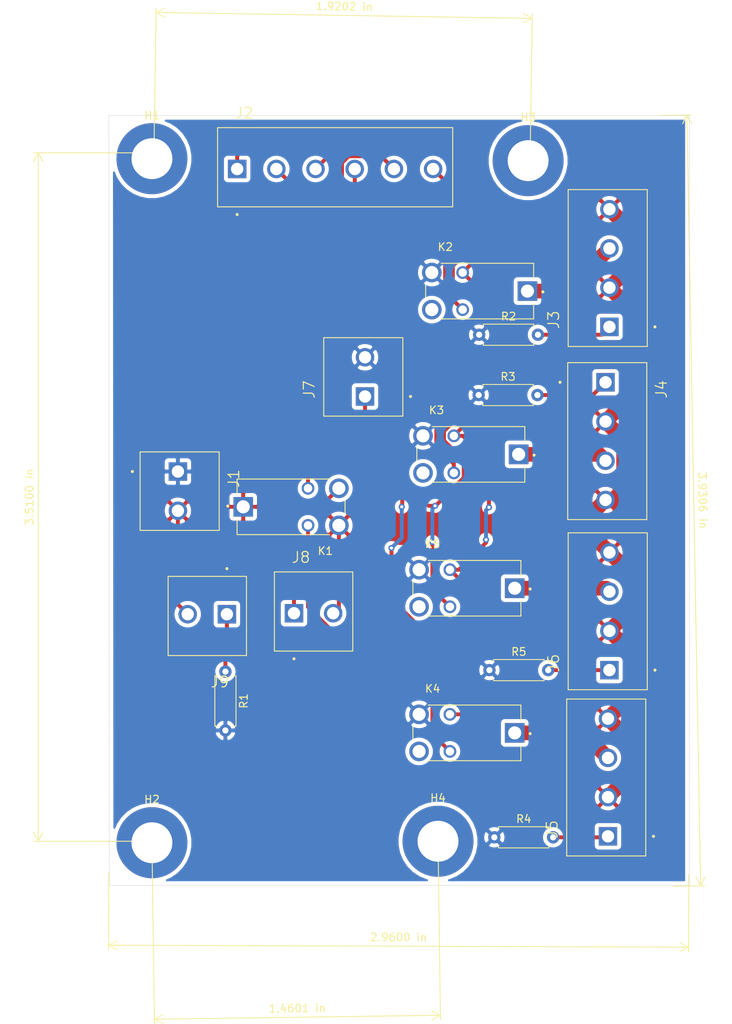
<source format=kicad_pcb>
(kicad_pcb (version 20171130) (host pcbnew "(5.1.4)-1")

  (general
    (thickness 1.6)
    (drawings 9)
    (tracks 143)
    (zones 0)
    (modules 23)
    (nets 24)
  )

  (page A4)
  (layers
    (0 F.Cu signal hide)
    (31 B.Cu signal)
    (32 B.Adhes user)
    (33 F.Adhes user)
    (34 B.Paste user)
    (35 F.Paste user)
    (36 B.SilkS user)
    (37 F.SilkS user)
    (38 B.Mask user)
    (39 F.Mask user)
    (40 Dwgs.User user)
    (41 Cmts.User user)
    (42 Eco1.User user)
    (43 Eco2.User user)
    (44 Edge.Cuts user)
    (45 Margin user)
    (46 B.CrtYd user)
    (47 F.CrtYd user)
    (48 B.Fab user)
    (49 F.Fab user)
  )

  (setup
    (last_trace_width 0.25)
    (user_trace_width 0.508)
    (user_trace_width 1.905)
    (trace_clearance 0.2)
    (zone_clearance 0.508)
    (zone_45_only yes)
    (trace_min 0.2)
    (via_size 0.8)
    (via_drill 0.4)
    (via_min_size 0.4)
    (via_min_drill 0.3)
    (uvia_size 0.3)
    (uvia_drill 0.1)
    (uvias_allowed no)
    (uvia_min_size 0.2)
    (uvia_min_drill 0.1)
    (edge_width 0.05)
    (segment_width 0.2)
    (pcb_text_width 0.3)
    (pcb_text_size 1.5 1.5)
    (mod_edge_width 0.12)
    (mod_text_size 1 1)
    (mod_text_width 0.15)
    (pad_size 1.524 1.524)
    (pad_drill 0.762)
    (pad_to_mask_clearance 0.051)
    (solder_mask_min_width 0.25)
    (aux_axis_origin 0 0)
    (visible_elements 7FFFFFFF)
    (pcbplotparams
      (layerselection 0x010fc_ffffffff)
      (usegerberextensions false)
      (usegerberattributes false)
      (usegerberadvancedattributes false)
      (creategerberjobfile false)
      (excludeedgelayer true)
      (linewidth 0.100000)
      (plotframeref false)
      (viasonmask false)
      (mode 1)
      (useauxorigin false)
      (hpglpennumber 1)
      (hpglpenspeed 20)
      (hpglpendiameter 15.000000)
      (psnegative false)
      (psa4output false)
      (plotreference true)
      (plotvalue true)
      (plotinvisibletext false)
      (padsonsilk false)
      (subtractmaskfromsilk false)
      (outputformat 1)
      (mirror false)
      (drillshape 0)
      (scaleselection 1)
      (outputdirectory "production_20230630/"))
  )

  (net 0 "")
  (net 1 "Net-(J1-Pad1)")
  (net 2 "Net-(J1-Pad2)")
  (net 3 Relay_common)
  (net 4 ArmedRelayPin1)
  (net 5 Relay1_1)
  (net 6 Relay2_1)
  (net 7 Relay3_1)
  (net 8 Relay4_1)
  (net 9 "Net-(J3-Pad1)")
  (net 10 Pad_common)
  (net 11 "Net-(J3-Pad3)")
  (net 12 "Net-(J4-Pad1)")
  (net 13 "Net-(J4-Pad3)")
  (net 14 "Net-(J5-Pad1)")
  (net 15 "Net-(J5-Pad3)")
  (net 16 "Net-(J6-Pad1)")
  (net 17 "Net-(J6-Pad3)")
  (net 18 "Net-(J8-Pad1)")
  (net 19 "Net-(K2-Pad4)")
  (net 20 "Net-(K3-Pad4)")
  (net 21 "Net-(K4-Pad4)")
  (net 22 "Net-(K5-Pad4)")
  (net 23 "Net-(J9-Pad1)")

  (net_class Default "This is the default net class."
    (clearance 0.2)
    (trace_width 0.25)
    (via_dia 0.8)
    (via_drill 0.4)
    (uvia_dia 0.3)
    (uvia_drill 0.1)
    (add_net ArmedRelayPin1)
    (add_net "Net-(J1-Pad1)")
    (add_net "Net-(J1-Pad2)")
    (add_net "Net-(J3-Pad1)")
    (add_net "Net-(J3-Pad3)")
    (add_net "Net-(J4-Pad1)")
    (add_net "Net-(J4-Pad3)")
    (add_net "Net-(J5-Pad1)")
    (add_net "Net-(J5-Pad3)")
    (add_net "Net-(J6-Pad1)")
    (add_net "Net-(J6-Pad3)")
    (add_net "Net-(J8-Pad1)")
    (add_net "Net-(J9-Pad1)")
    (add_net "Net-(K2-Pad4)")
    (add_net "Net-(K3-Pad4)")
    (add_net "Net-(K4-Pad4)")
    (add_net "Net-(K5-Pad4)")
    (add_net Pad_common)
    (add_net Relay1_1)
    (add_net Relay2_1)
    (add_net Relay3_1)
    (add_net Relay4_1)
    (add_net Relay_common)
  )

  (module MountingHole:MountingHole_5.3mm_M5_DIN965_Pad (layer F.Cu) (tedit 56D1B4CB) (tstamp 649E3398)
    (at 107.188 220.472)
    (descr "Mounting Hole 5.3mm, M5, DIN965")
    (tags "mounting hole 5.3mm m5 din965")
    (path /648CD677/64A51E67)
    (attr virtual)
    (fp_text reference H4 (at 0 -5.6) (layer F.SilkS)
      (effects (font (size 1 1) (thickness 0.15)))
    )
    (fp_text value MountingHole (at 0 5.6) (layer F.Fab)
      (effects (font (size 1 1) (thickness 0.15)))
    )
    (fp_circle (center 0 0) (end 4.85 0) (layer F.CrtYd) (width 0.05))
    (fp_circle (center 0 0) (end 4.6 0) (layer Cmts.User) (width 0.15))
    (fp_text user %R (at 0.3 0) (layer F.Fab)
      (effects (font (size 1 1) (thickness 0.15)))
    )
    (pad 1 thru_hole circle (at 0 0) (size 9.2 9.2) (drill 5.3) (layers *.Cu *.Mask))
  )

  (module MountingHole:MountingHole_5.3mm_M5_DIN965_Pad (layer F.Cu) (tedit 56D1B4CB) (tstamp 649E3390)
    (at 118.872 132.334)
    (descr "Mounting Hole 5.3mm, M5, DIN965")
    (tags "mounting hole 5.3mm m5 din965")
    (path /648CD677/64A5188E)
    (attr virtual)
    (fp_text reference H3 (at 0 -5.6) (layer F.SilkS)
      (effects (font (size 1 1) (thickness 0.15)))
    )
    (fp_text value MountingHole (at 0 5.6) (layer F.Fab)
      (effects (font (size 1 1) (thickness 0.15)))
    )
    (fp_circle (center 0 0) (end 4.85 0) (layer F.CrtYd) (width 0.05))
    (fp_circle (center 0 0) (end 4.6 0) (layer Cmts.User) (width 0.15))
    (fp_text user %R (at 0.3 0) (layer F.Fab)
      (effects (font (size 1 1) (thickness 0.15)))
    )
    (pad 1 thru_hole circle (at 0 0) (size 9.2 9.2) (drill 5.3) (layers *.Cu *.Mask))
  )

  (module MountingHole:MountingHole_5.3mm_M5_DIN965_Pad (layer F.Cu) (tedit 56D1B4CB) (tstamp 649E3388)
    (at 70.104 220.6625)
    (descr "Mounting Hole 5.3mm, M5, DIN965")
    (tags "mounting hole 5.3mm m5 din965")
    (path /648CD677/64A5125F)
    (attr virtual)
    (fp_text reference H2 (at 0 -5.6) (layer F.SilkS)
      (effects (font (size 1 1) (thickness 0.15)))
    )
    (fp_text value MountingHole (at 0 5.6) (layer F.Fab)
      (effects (font (size 1 1) (thickness 0.15)))
    )
    (fp_circle (center 0 0) (end 4.85 0) (layer F.CrtYd) (width 0.05))
    (fp_circle (center 0 0) (end 4.6 0) (layer Cmts.User) (width 0.15))
    (fp_text user %R (at 0.3 0) (layer F.Fab)
      (effects (font (size 1 1) (thickness 0.15)))
    )
    (pad 1 thru_hole circle (at 0 0) (size 9.2 9.2) (drill 5.3) (layers *.Cu *.Mask))
  )

  (module MountingHole:MountingHole_5.3mm_M5_DIN965_Pad (layer F.Cu) (tedit 56D1B4CB) (tstamp 649E3380)
    (at 70.104 132.08)
    (descr "Mounting Hole 5.3mm, M5, DIN965")
    (tags "mounting hole 5.3mm m5 din965")
    (path /648CD677/64A50E69)
    (attr virtual)
    (fp_text reference H1 (at 0 -5.6) (layer F.SilkS)
      (effects (font (size 1 1) (thickness 0.15)))
    )
    (fp_text value MountingHole (at 0 5.6) (layer F.Fab)
      (effects (font (size 1 1) (thickness 0.15)))
    )
    (fp_circle (center 0 0) (end 4.85 0) (layer F.CrtYd) (width 0.05))
    (fp_circle (center 0 0) (end 4.6 0) (layer Cmts.User) (width 0.15))
    (fp_text user %R (at 0.3 0) (layer F.Fab)
      (effects (font (size 1 1) (thickness 0.15)))
    )
    (pad 1 thru_hole circle (at 0 0) (size 9.2 9.2) (drill 5.3) (layers *.Cu *.Mask))
  )

  (module CameraTriggerPCB:CUI_TB007-508-02BE (layer F.Cu) (tedit 64833CAD) (tstamp 649DEC04)
    (at 79.8195 191.0715 180)
    (path /648CD677/64A22BDE)
    (fp_text reference J9 (at 0.905 -8.763) (layer F.SilkS)
      (effects (font (size 1.4 1.4) (thickness 0.15)))
    )
    (fp_text value "LED power indicator" (at 2.2225 6.5405) (layer F.Fab)
      (effects (font (size 1.4 1.4) (thickness 0.15)))
    )
    (fp_line (start -2.54 4.9) (end -2.54 -5.35) (layer F.Fab) (width 0.127))
    (fp_line (start -2.54 -5.35) (end 7.62 -5.35) (layer F.Fab) (width 0.127))
    (fp_line (start 7.62 -5.35) (end 7.62 4.9) (layer F.Fab) (width 0.127))
    (fp_line (start 7.62 4.9) (end -2.54 4.9) (layer F.Fab) (width 0.127))
    (fp_line (start -2.54 4.9) (end -2.54 -5.35) (layer F.SilkS) (width 0.127))
    (fp_line (start 7.62 -5.35) (end 7.62 4.9) (layer F.SilkS) (width 0.127))
    (fp_line (start -2.54 -5.35) (end 7.62 -5.35) (layer F.SilkS) (width 0.127))
    (fp_line (start 7.62 4.9) (end -2.54 4.9) (layer F.SilkS) (width 0.127))
    (fp_line (start -2.79 -5.6) (end 7.87 -5.6) (layer F.CrtYd) (width 0.05))
    (fp_line (start 7.87 5.15) (end -2.79 5.15) (layer F.CrtYd) (width 0.05))
    (fp_line (start -2.79 5.15) (end -2.79 -5.6) (layer F.CrtYd) (width 0.05))
    (fp_line (start 7.87 -5.6) (end 7.87 5.15) (layer F.CrtYd) (width 0.05))
    (fp_circle (center 0 5.9) (end 0.1 5.9) (layer F.SilkS) (width 0.2))
    (fp_circle (center 0 5.9) (end 0.1 5.9) (layer F.Fab) (width 0.2))
    (pad 1 thru_hole rect (at 0 0 180) (size 2.4 2.4) (drill 1.6) (layers *.Cu *.Mask)
      (net 23 "Net-(J9-Pad1)"))
    (pad 2 thru_hole circle (at 5.08 0 180) (size 2.4 2.4) (drill 1.6) (layers *.Cu *.Mask)
      (net 2 "Net-(J1-Pad2)"))
  )

  (module Resistor_THT:R_Axial_DIN0207_L6.3mm_D2.5mm_P7.62mm_Horizontal (layer F.Cu) (tedit 5AE5139B) (tstamp 649DE606)
    (at 113.8555 198.3105)
    (descr "Resistor, Axial_DIN0207 series, Axial, Horizontal, pin pitch=7.62mm, 0.25W = 1/4W, length*diameter=6.3*2.5mm^2, http://cdn-reichelt.de/documents/datenblatt/B400/1_4W%23YAG.pdf")
    (tags "Resistor Axial_DIN0207 series Axial Horizontal pin pitch 7.62mm 0.25W = 1/4W length 6.3mm diameter 2.5mm")
    (path /648CD677/649FEC0C)
    (fp_text reference R5 (at 3.81 -2.37) (layer F.SilkS)
      (effects (font (size 1 1) (thickness 0.15)))
    )
    (fp_text value "1000 ohm" (at 3.81 2.37) (layer F.Fab)
      (effects (font (size 1 1) (thickness 0.15)))
    )
    (fp_text user %R (at 3.81 0) (layer F.Fab)
      (effects (font (size 1 1) (thickness 0.15)))
    )
    (fp_line (start 8.67 -1.5) (end -1.05 -1.5) (layer F.CrtYd) (width 0.05))
    (fp_line (start 8.67 1.5) (end 8.67 -1.5) (layer F.CrtYd) (width 0.05))
    (fp_line (start -1.05 1.5) (end 8.67 1.5) (layer F.CrtYd) (width 0.05))
    (fp_line (start -1.05 -1.5) (end -1.05 1.5) (layer F.CrtYd) (width 0.05))
    (fp_line (start 7.08 1.37) (end 7.08 1.04) (layer F.SilkS) (width 0.12))
    (fp_line (start 0.54 1.37) (end 7.08 1.37) (layer F.SilkS) (width 0.12))
    (fp_line (start 0.54 1.04) (end 0.54 1.37) (layer F.SilkS) (width 0.12))
    (fp_line (start 7.08 -1.37) (end 7.08 -1.04) (layer F.SilkS) (width 0.12))
    (fp_line (start 0.54 -1.37) (end 7.08 -1.37) (layer F.SilkS) (width 0.12))
    (fp_line (start 0.54 -1.04) (end 0.54 -1.37) (layer F.SilkS) (width 0.12))
    (fp_line (start 7.62 0) (end 6.96 0) (layer F.Fab) (width 0.1))
    (fp_line (start 0 0) (end 0.66 0) (layer F.Fab) (width 0.1))
    (fp_line (start 6.96 -1.25) (end 0.66 -1.25) (layer F.Fab) (width 0.1))
    (fp_line (start 6.96 1.25) (end 6.96 -1.25) (layer F.Fab) (width 0.1))
    (fp_line (start 0.66 1.25) (end 6.96 1.25) (layer F.Fab) (width 0.1))
    (fp_line (start 0.66 -1.25) (end 0.66 1.25) (layer F.Fab) (width 0.1))
    (pad 2 thru_hole oval (at 7.62 0) (size 1.6 1.6) (drill 0.8) (layers *.Cu *.Mask)
      (net 16 "Net-(J6-Pad1)"))
    (pad 1 thru_hole circle (at 0 0) (size 1.6 1.6) (drill 0.8) (layers *.Cu *.Mask)
      (net 1 "Net-(J1-Pad1)"))
    (model ${KISYS3DMOD}/Resistor_THT.3dshapes/R_Axial_DIN0207_L6.3mm_D2.5mm_P7.62mm_Horizontal.wrl
      (at (xyz 0 0 0))
      (scale (xyz 1 1 1))
      (rotate (xyz 0 0 0))
    )
  )

  (module Resistor_THT:R_Axial_DIN0207_L6.3mm_D2.5mm_P7.62mm_Horizontal (layer F.Cu) (tedit 5AE5139B) (tstamp 649DE5EF)
    (at 114.4905 219.964)
    (descr "Resistor, Axial_DIN0207 series, Axial, Horizontal, pin pitch=7.62mm, 0.25W = 1/4W, length*diameter=6.3*2.5mm^2, http://cdn-reichelt.de/documents/datenblatt/B400/1_4W%23YAG.pdf")
    (tags "Resistor Axial_DIN0207 series Axial Horizontal pin pitch 7.62mm 0.25W = 1/4W length 6.3mm diameter 2.5mm")
    (path /648CD677/649FD4AB)
    (fp_text reference R4 (at 3.81 -2.37) (layer F.SilkS)
      (effects (font (size 1 1) (thickness 0.15)))
    )
    (fp_text value "1000 ohm" (at 3.81 2.37) (layer F.Fab)
      (effects (font (size 1 1) (thickness 0.15)))
    )
    (fp_text user %R (at 3.81 0) (layer F.Fab)
      (effects (font (size 1 1) (thickness 0.15)))
    )
    (fp_line (start 8.67 -1.5) (end -1.05 -1.5) (layer F.CrtYd) (width 0.05))
    (fp_line (start 8.67 1.5) (end 8.67 -1.5) (layer F.CrtYd) (width 0.05))
    (fp_line (start -1.05 1.5) (end 8.67 1.5) (layer F.CrtYd) (width 0.05))
    (fp_line (start -1.05 -1.5) (end -1.05 1.5) (layer F.CrtYd) (width 0.05))
    (fp_line (start 7.08 1.37) (end 7.08 1.04) (layer F.SilkS) (width 0.12))
    (fp_line (start 0.54 1.37) (end 7.08 1.37) (layer F.SilkS) (width 0.12))
    (fp_line (start 0.54 1.04) (end 0.54 1.37) (layer F.SilkS) (width 0.12))
    (fp_line (start 7.08 -1.37) (end 7.08 -1.04) (layer F.SilkS) (width 0.12))
    (fp_line (start 0.54 -1.37) (end 7.08 -1.37) (layer F.SilkS) (width 0.12))
    (fp_line (start 0.54 -1.04) (end 0.54 -1.37) (layer F.SilkS) (width 0.12))
    (fp_line (start 7.62 0) (end 6.96 0) (layer F.Fab) (width 0.1))
    (fp_line (start 0 0) (end 0.66 0) (layer F.Fab) (width 0.1))
    (fp_line (start 6.96 -1.25) (end 0.66 -1.25) (layer F.Fab) (width 0.1))
    (fp_line (start 6.96 1.25) (end 6.96 -1.25) (layer F.Fab) (width 0.1))
    (fp_line (start 0.66 1.25) (end 6.96 1.25) (layer F.Fab) (width 0.1))
    (fp_line (start 0.66 -1.25) (end 0.66 1.25) (layer F.Fab) (width 0.1))
    (pad 2 thru_hole oval (at 7.62 0) (size 1.6 1.6) (drill 0.8) (layers *.Cu *.Mask)
      (net 14 "Net-(J5-Pad1)"))
    (pad 1 thru_hole circle (at 0 0) (size 1.6 1.6) (drill 0.8) (layers *.Cu *.Mask)
      (net 1 "Net-(J1-Pad1)"))
    (model ${KISYS3DMOD}/Resistor_THT.3dshapes/R_Axial_DIN0207_L6.3mm_D2.5mm_P7.62mm_Horizontal.wrl
      (at (xyz 0 0 0))
      (scale (xyz 1 1 1))
      (rotate (xyz 0 0 0))
    )
  )

  (module Resistor_THT:R_Axial_DIN0207_L6.3mm_D2.5mm_P7.62mm_Horizontal (layer F.Cu) (tedit 5AE5139B) (tstamp 649DE5D8)
    (at 112.4585 162.687)
    (descr "Resistor, Axial_DIN0207 series, Axial, Horizontal, pin pitch=7.62mm, 0.25W = 1/4W, length*diameter=6.3*2.5mm^2, http://cdn-reichelt.de/documents/datenblatt/B400/1_4W%23YAG.pdf")
    (tags "Resistor Axial_DIN0207 series Axial Horizontal pin pitch 7.62mm 0.25W = 1/4W length 6.3mm diameter 2.5mm")
    (path /648CD677/64A05D85)
    (fp_text reference R3 (at 3.81 -2.37) (layer F.SilkS)
      (effects (font (size 1 1) (thickness 0.15)))
    )
    (fp_text value "1000 ohm" (at 3.81 2.37) (layer F.Fab)
      (effects (font (size 1 1) (thickness 0.15)))
    )
    (fp_text user %R (at 3.81 0) (layer F.Fab)
      (effects (font (size 1 1) (thickness 0.15)))
    )
    (fp_line (start 8.67 -1.5) (end -1.05 -1.5) (layer F.CrtYd) (width 0.05))
    (fp_line (start 8.67 1.5) (end 8.67 -1.5) (layer F.CrtYd) (width 0.05))
    (fp_line (start -1.05 1.5) (end 8.67 1.5) (layer F.CrtYd) (width 0.05))
    (fp_line (start -1.05 -1.5) (end -1.05 1.5) (layer F.CrtYd) (width 0.05))
    (fp_line (start 7.08 1.37) (end 7.08 1.04) (layer F.SilkS) (width 0.12))
    (fp_line (start 0.54 1.37) (end 7.08 1.37) (layer F.SilkS) (width 0.12))
    (fp_line (start 0.54 1.04) (end 0.54 1.37) (layer F.SilkS) (width 0.12))
    (fp_line (start 7.08 -1.37) (end 7.08 -1.04) (layer F.SilkS) (width 0.12))
    (fp_line (start 0.54 -1.37) (end 7.08 -1.37) (layer F.SilkS) (width 0.12))
    (fp_line (start 0.54 -1.04) (end 0.54 -1.37) (layer F.SilkS) (width 0.12))
    (fp_line (start 7.62 0) (end 6.96 0) (layer F.Fab) (width 0.1))
    (fp_line (start 0 0) (end 0.66 0) (layer F.Fab) (width 0.1))
    (fp_line (start 6.96 -1.25) (end 0.66 -1.25) (layer F.Fab) (width 0.1))
    (fp_line (start 6.96 1.25) (end 6.96 -1.25) (layer F.Fab) (width 0.1))
    (fp_line (start 0.66 1.25) (end 6.96 1.25) (layer F.Fab) (width 0.1))
    (fp_line (start 0.66 -1.25) (end 0.66 1.25) (layer F.Fab) (width 0.1))
    (pad 2 thru_hole oval (at 7.62 0) (size 1.6 1.6) (drill 0.8) (layers *.Cu *.Mask)
      (net 12 "Net-(J4-Pad1)"))
    (pad 1 thru_hole circle (at 0 0) (size 1.6 1.6) (drill 0.8) (layers *.Cu *.Mask)
      (net 1 "Net-(J1-Pad1)"))
    (model ${KISYS3DMOD}/Resistor_THT.3dshapes/R_Axial_DIN0207_L6.3mm_D2.5mm_P7.62mm_Horizontal.wrl
      (at (xyz 0 0 0))
      (scale (xyz 1 1 1))
      (rotate (xyz 0 0 0))
    )
  )

  (module Resistor_THT:R_Axial_DIN0207_L6.3mm_D2.5mm_P7.62mm_Horizontal (layer F.Cu) (tedit 5AE5139B) (tstamp 649DE5C1)
    (at 112.522 154.8765)
    (descr "Resistor, Axial_DIN0207 series, Axial, Horizontal, pin pitch=7.62mm, 0.25W = 1/4W, length*diameter=6.3*2.5mm^2, http://cdn-reichelt.de/documents/datenblatt/B400/1_4W%23YAG.pdf")
    (tags "Resistor Axial_DIN0207 series Axial Horizontal pin pitch 7.62mm 0.25W = 1/4W length 6.3mm diameter 2.5mm")
    (path /648CD677/649FB9F7)
    (fp_text reference R2 (at 3.81 -2.37) (layer F.SilkS)
      (effects (font (size 1 1) (thickness 0.15)))
    )
    (fp_text value "1000 ohm" (at 3.81 2.37) (layer F.Fab)
      (effects (font (size 1 1) (thickness 0.15)))
    )
    (fp_text user %R (at 4.1275 0.0635) (layer F.Fab)
      (effects (font (size 1 1) (thickness 0.15)))
    )
    (fp_line (start 8.67 -1.5) (end -1.05 -1.5) (layer F.CrtYd) (width 0.05))
    (fp_line (start 8.67 1.5) (end 8.67 -1.5) (layer F.CrtYd) (width 0.05))
    (fp_line (start -1.05 1.5) (end 8.67 1.5) (layer F.CrtYd) (width 0.05))
    (fp_line (start -1.05 -1.5) (end -1.05 1.5) (layer F.CrtYd) (width 0.05))
    (fp_line (start 7.08 1.37) (end 7.08 1.04) (layer F.SilkS) (width 0.12))
    (fp_line (start 0.54 1.37) (end 7.08 1.37) (layer F.SilkS) (width 0.12))
    (fp_line (start 0.54 1.04) (end 0.54 1.37) (layer F.SilkS) (width 0.12))
    (fp_line (start 7.08 -1.37) (end 7.08 -1.04) (layer F.SilkS) (width 0.12))
    (fp_line (start 0.54 -1.37) (end 7.08 -1.37) (layer F.SilkS) (width 0.12))
    (fp_line (start 0.54 -1.04) (end 0.54 -1.37) (layer F.SilkS) (width 0.12))
    (fp_line (start 7.62 0) (end 6.96 0) (layer F.Fab) (width 0.1))
    (fp_line (start 0 0) (end 0.66 0) (layer F.Fab) (width 0.1))
    (fp_line (start 6.96 -1.25) (end 0.66 -1.25) (layer F.Fab) (width 0.1))
    (fp_line (start 6.96 1.25) (end 6.96 -1.25) (layer F.Fab) (width 0.1))
    (fp_line (start 0.66 1.25) (end 6.96 1.25) (layer F.Fab) (width 0.1))
    (fp_line (start 0.66 -1.25) (end 0.66 1.25) (layer F.Fab) (width 0.1))
    (pad 2 thru_hole oval (at 7.62 0) (size 1.6 1.6) (drill 0.8) (layers *.Cu *.Mask)
      (net 9 "Net-(J3-Pad1)"))
    (pad 1 thru_hole circle (at 0 0) (size 1.6 1.6) (drill 0.8) (layers *.Cu *.Mask)
      (net 1 "Net-(J1-Pad1)"))
    (model ${KISYS3DMOD}/Resistor_THT.3dshapes/R_Axial_DIN0207_L6.3mm_D2.5mm_P7.62mm_Horizontal.wrl
      (at (xyz 0 0 0))
      (scale (xyz 1 1 1))
      (rotate (xyz 0 0 0))
    )
  )

  (module Resistor_THT:R_Axial_DIN0207_L6.3mm_D2.5mm_P7.62mm_Horizontal (layer F.Cu) (tedit 5AE5139B) (tstamp 649DE5AA)
    (at 79.629 198.501 270)
    (descr "Resistor, Axial_DIN0207 series, Axial, Horizontal, pin pitch=7.62mm, 0.25W = 1/4W, length*diameter=6.3*2.5mm^2, http://cdn-reichelt.de/documents/datenblatt/B400/1_4W%23YAG.pdf")
    (tags "Resistor Axial_DIN0207 series Axial Horizontal pin pitch 7.62mm 0.25W = 1/4W length 6.3mm diameter 2.5mm")
    (path /648CD677/648EF776)
    (fp_text reference R1 (at 3.81 -2.37 90) (layer F.SilkS)
      (effects (font (size 1 1) (thickness 0.15)))
    )
    (fp_text value 1000 (at 3.81 2.37 90) (layer F.Fab)
      (effects (font (size 1 1) (thickness 0.15)))
    )
    (fp_text user %R (at 2.3495 -0.8255) (layer F.Fab)
      (effects (font (size 1 1) (thickness 0.15)))
    )
    (fp_line (start 8.67 -1.5) (end -1.05 -1.5) (layer F.CrtYd) (width 0.05))
    (fp_line (start 8.67 1.5) (end 8.67 -1.5) (layer F.CrtYd) (width 0.05))
    (fp_line (start -1.05 1.5) (end 8.67 1.5) (layer F.CrtYd) (width 0.05))
    (fp_line (start -1.05 -1.5) (end -1.05 1.5) (layer F.CrtYd) (width 0.05))
    (fp_line (start 7.08 1.37) (end 7.08 1.04) (layer F.SilkS) (width 0.12))
    (fp_line (start 0.54 1.37) (end 7.08 1.37) (layer F.SilkS) (width 0.12))
    (fp_line (start 0.54 1.04) (end 0.54 1.37) (layer F.SilkS) (width 0.12))
    (fp_line (start 7.08 -1.37) (end 7.08 -1.04) (layer F.SilkS) (width 0.12))
    (fp_line (start 0.54 -1.37) (end 7.08 -1.37) (layer F.SilkS) (width 0.12))
    (fp_line (start 0.54 -1.04) (end 0.54 -1.37) (layer F.SilkS) (width 0.12))
    (fp_line (start 7.62 0) (end 6.96 0) (layer F.Fab) (width 0.1))
    (fp_line (start 0 0) (end 0.66 0) (layer F.Fab) (width 0.1))
    (fp_line (start 6.96 -1.25) (end 0.66 -1.25) (layer F.Fab) (width 0.1))
    (fp_line (start 6.96 1.25) (end 6.96 -1.25) (layer F.Fab) (width 0.1))
    (fp_line (start 0.66 1.25) (end 6.96 1.25) (layer F.Fab) (width 0.1))
    (fp_line (start 0.66 -1.25) (end 0.66 1.25) (layer F.Fab) (width 0.1))
    (pad 2 thru_hole oval (at 7.62 0 270) (size 1.6 1.6) (drill 0.8) (layers *.Cu *.Mask)
      (net 1 "Net-(J1-Pad1)"))
    (pad 1 thru_hole circle (at 0 0 270) (size 1.6 1.6) (drill 0.8) (layers *.Cu *.Mask)
      (net 23 "Net-(J9-Pad1)"))
    (model ${KISYS3DMOD}/Resistor_THT.3dshapes/R_Axial_DIN0207_L6.3mm_D2.5mm_P7.62mm_Horizontal.wrl
      (at (xyz 0 0 0))
      (scale (xyz 1 1 1))
      (rotate (xyz 0 0 0))
    )
  )

  (module CameraTriggerPCB:RELAY_G8N-1U-DC12 (layer F.Cu) (tedit 649C3652) (tstamp 649DE593)
    (at 110.9345 187.706)
    (path /648CD677/64B24F39)
    (fp_text reference K5 (at -4.445 -5.715) (layer F.SilkS)
      (effects (font (size 1 1) (thickness 0.15)))
    )
    (fp_text value G8N-1U-DC12 (at 3.175 5.715) (layer F.Fab)
      (effects (font (size 1 1) (thickness 0.15)))
    )
    (fp_line (start -7 -3.6) (end 7 -3.6) (layer F.Fab) (width 0.127))
    (fp_line (start 7 -3.6) (end 7 3.6) (layer F.Fab) (width 0.127))
    (fp_line (start 7 3.6) (end -7 3.6) (layer F.Fab) (width 0.127))
    (fp_line (start -7 3.6) (end -7 -3.6) (layer F.Fab) (width 0.127))
    (fp_line (start -5 -3.6) (end 7 -3.6) (layer F.SilkS) (width 0.127))
    (fp_line (start 7 -3.6) (end 7 -1.65) (layer F.SilkS) (width 0.127))
    (fp_line (start 7 1.65) (end 7 3.6) (layer F.SilkS) (width 0.127))
    (fp_line (start 7 3.6) (end -5 3.6) (layer F.SilkS) (width 0.127))
    (fp_line (start -7 -0.8) (end -7 0.8) (layer F.SilkS) (width 0.127))
    (fp_circle (center 8.2 0.1) (end 8.3 0.1) (layer F.SilkS) (width 0.2))
    (fp_circle (center 8.2 0.1) (end 8.3 0.1) (layer F.Fab) (width 0.2))
    (fp_line (start -7.725 -3.925) (end 7.725 -3.925) (layer F.CrtYd) (width 0.05))
    (fp_line (start 7.725 -3.925) (end 7.725 3.925) (layer F.CrtYd) (width 0.05))
    (fp_line (start 7.725 3.925) (end -7.725 3.925) (layer F.CrtYd) (width 0.05))
    (fp_line (start -7.725 3.925) (end -7.725 -3.925) (layer F.CrtYd) (width 0.05))
    (pad 3 thru_hole circle (at -6.2 -2.4) (size 2.55 2.55) (drill 1.7) (layers *.Cu *.Mask)
      (net 1 "Net-(J1-Pad1)"))
    (pad 4 thru_hole circle (at -6.2 2.4) (size 2.55 2.55) (drill 1.7) (layers *.Cu *.Mask)
      (net 22 "Net-(K5-Pad4)"))
    (pad 1 thru_hole rect (at 6.2 0) (size 2.55 2.55) (drill 1.7) (layers *.Cu *.Mask)
      (net 17 "Net-(J6-Pad3)"))
    (pad 2 thru_hole circle (at -2.2 -2.4) (size 1.65 1.65) (drill 1.1) (layers *.Cu *.Mask)
      (net 3 Relay_common))
    (pad 5 thru_hole circle (at -2.2 2.4) (size 1.65 1.65) (drill 1.1) (layers *.Cu *.Mask)
      (net 8 Relay4_1))
  )

  (module CameraTriggerPCB:RELAY_G8N-1U-DC12 (layer F.Cu) (tedit 649C3652) (tstamp 649DE57B)
    (at 110.9345 206.4385)
    (path /648CD677/64B1415C)
    (fp_text reference K4 (at -4.445 -5.715) (layer F.SilkS)
      (effects (font (size 1 1) (thickness 0.15)))
    )
    (fp_text value G8N-1U-DC12 (at 3.175 5.715) (layer F.Fab)
      (effects (font (size 1 1) (thickness 0.15)))
    )
    (fp_line (start -7 -3.6) (end 7 -3.6) (layer F.Fab) (width 0.127))
    (fp_line (start 7 -3.6) (end 7 3.6) (layer F.Fab) (width 0.127))
    (fp_line (start 7 3.6) (end -7 3.6) (layer F.Fab) (width 0.127))
    (fp_line (start -7 3.6) (end -7 -3.6) (layer F.Fab) (width 0.127))
    (fp_line (start -5 -3.6) (end 7 -3.6) (layer F.SilkS) (width 0.127))
    (fp_line (start 7 -3.6) (end 7 -1.65) (layer F.SilkS) (width 0.127))
    (fp_line (start 7 1.65) (end 7 3.6) (layer F.SilkS) (width 0.127))
    (fp_line (start 7 3.6) (end -5 3.6) (layer F.SilkS) (width 0.127))
    (fp_line (start -7 -0.8) (end -7 0.8) (layer F.SilkS) (width 0.127))
    (fp_circle (center 8.2 0.1) (end 8.3 0.1) (layer F.SilkS) (width 0.2))
    (fp_circle (center 8.2 0.1) (end 8.3 0.1) (layer F.Fab) (width 0.2))
    (fp_line (start -7.725 -3.925) (end 7.725 -3.925) (layer F.CrtYd) (width 0.05))
    (fp_line (start 7.725 -3.925) (end 7.725 3.925) (layer F.CrtYd) (width 0.05))
    (fp_line (start 7.725 3.925) (end -7.725 3.925) (layer F.CrtYd) (width 0.05))
    (fp_line (start -7.725 3.925) (end -7.725 -3.925) (layer F.CrtYd) (width 0.05))
    (pad 3 thru_hole circle (at -6.2 -2.4) (size 2.55 2.55) (drill 1.7) (layers *.Cu *.Mask)
      (net 1 "Net-(J1-Pad1)"))
    (pad 4 thru_hole circle (at -6.2 2.4) (size 2.55 2.55) (drill 1.7) (layers *.Cu *.Mask)
      (net 21 "Net-(K4-Pad4)"))
    (pad 1 thru_hole rect (at 6.2 0) (size 2.55 2.55) (drill 1.7) (layers *.Cu *.Mask)
      (net 15 "Net-(J5-Pad3)"))
    (pad 2 thru_hole circle (at -2.2 -2.4) (size 1.65 1.65) (drill 1.1) (layers *.Cu *.Mask)
      (net 3 Relay_common))
    (pad 5 thru_hole circle (at -2.2 2.4) (size 1.65 1.65) (drill 1.1) (layers *.Cu *.Mask)
      (net 7 Relay3_1))
  )

  (module CameraTriggerPCB:RELAY_G8N-1U-DC12 (layer F.Cu) (tedit 649C3652) (tstamp 649DE563)
    (at 111.4425 170.3705)
    (path /648CD677/64AF51C1)
    (fp_text reference K3 (at -4.445 -5.715) (layer F.SilkS)
      (effects (font (size 1 1) (thickness 0.15)))
    )
    (fp_text value G8N-1U-DC12 (at 3.175 5.715) (layer F.Fab)
      (effects (font (size 1 1) (thickness 0.15)))
    )
    (fp_line (start -7 -3.6) (end 7 -3.6) (layer F.Fab) (width 0.127))
    (fp_line (start 7 -3.6) (end 7 3.6) (layer F.Fab) (width 0.127))
    (fp_line (start 7 3.6) (end -7 3.6) (layer F.Fab) (width 0.127))
    (fp_line (start -7 3.6) (end -7 -3.6) (layer F.Fab) (width 0.127))
    (fp_line (start -5 -3.6) (end 7 -3.6) (layer F.SilkS) (width 0.127))
    (fp_line (start 7 -3.6) (end 7 -1.65) (layer F.SilkS) (width 0.127))
    (fp_line (start 7 1.65) (end 7 3.6) (layer F.SilkS) (width 0.127))
    (fp_line (start 7 3.6) (end -5 3.6) (layer F.SilkS) (width 0.127))
    (fp_line (start -7 -0.8) (end -7 0.8) (layer F.SilkS) (width 0.127))
    (fp_circle (center 8.2 0.1) (end 8.3 0.1) (layer F.SilkS) (width 0.2))
    (fp_circle (center 8.2 0.1) (end 8.3 0.1) (layer F.Fab) (width 0.2))
    (fp_line (start -7.725 -3.925) (end 7.725 -3.925) (layer F.CrtYd) (width 0.05))
    (fp_line (start 7.725 -3.925) (end 7.725 3.925) (layer F.CrtYd) (width 0.05))
    (fp_line (start 7.725 3.925) (end -7.725 3.925) (layer F.CrtYd) (width 0.05))
    (fp_line (start -7.725 3.925) (end -7.725 -3.925) (layer F.CrtYd) (width 0.05))
    (pad 3 thru_hole circle (at -6.2 -2.4) (size 2.55 2.55) (drill 1.7) (layers *.Cu *.Mask)
      (net 1 "Net-(J1-Pad1)"))
    (pad 4 thru_hole circle (at -6.2 2.4) (size 2.55 2.55) (drill 1.7) (layers *.Cu *.Mask)
      (net 20 "Net-(K3-Pad4)"))
    (pad 1 thru_hole rect (at 6.2 0) (size 2.55 2.55) (drill 1.7) (layers *.Cu *.Mask)
      (net 13 "Net-(J4-Pad3)"))
    (pad 2 thru_hole circle (at -2.2 -2.4) (size 1.65 1.65) (drill 1.1) (layers *.Cu *.Mask)
      (net 3 Relay_common))
    (pad 5 thru_hole circle (at -2.2 2.4) (size 1.65 1.65) (drill 1.1) (layers *.Cu *.Mask)
      (net 6 Relay2_1))
  )

  (module CameraTriggerPCB:RELAY_G8N-1U-DC12 (layer F.Cu) (tedit 649C3652) (tstamp 649DE54B)
    (at 112.5855 149.225)
    (path /648CD677/64ABA437)
    (fp_text reference K2 (at -4.445 -5.715) (layer F.SilkS)
      (effects (font (size 1 1) (thickness 0.15)))
    )
    (fp_text value "Ch 1 relay" (at 3.175 5.715) (layer F.Fab)
      (effects (font (size 1 1) (thickness 0.15)))
    )
    (fp_line (start -7 -3.6) (end 7 -3.6) (layer F.Fab) (width 0.127))
    (fp_line (start 7 -3.6) (end 7 3.6) (layer F.Fab) (width 0.127))
    (fp_line (start 7 3.6) (end -7 3.6) (layer F.Fab) (width 0.127))
    (fp_line (start -7 3.6) (end -7 -3.6) (layer F.Fab) (width 0.127))
    (fp_line (start -5 -3.6) (end 7 -3.6) (layer F.SilkS) (width 0.127))
    (fp_line (start 7 -3.6) (end 7 -1.65) (layer F.SilkS) (width 0.127))
    (fp_line (start 7 1.65) (end 7 3.6) (layer F.SilkS) (width 0.127))
    (fp_line (start 7 3.6) (end -5 3.6) (layer F.SilkS) (width 0.127))
    (fp_line (start -7 -0.8) (end -7 0.8) (layer F.SilkS) (width 0.127))
    (fp_circle (center 8.2 0.1) (end 8.3 0.1) (layer F.SilkS) (width 0.2))
    (fp_circle (center 8.2 0.1) (end 8.3 0.1) (layer F.Fab) (width 0.2))
    (fp_line (start -7.725 -3.925) (end 7.725 -3.925) (layer F.CrtYd) (width 0.05))
    (fp_line (start 7.725 -3.925) (end 7.725 3.925) (layer F.CrtYd) (width 0.05))
    (fp_line (start 7.725 3.925) (end -7.725 3.925) (layer F.CrtYd) (width 0.05))
    (fp_line (start -7.725 3.925) (end -7.725 -3.925) (layer F.CrtYd) (width 0.05))
    (pad 3 thru_hole circle (at -6.2 -2.4) (size 2.55 2.55) (drill 1.7) (layers *.Cu *.Mask)
      (net 1 "Net-(J1-Pad1)"))
    (pad 4 thru_hole circle (at -6.2 2.4) (size 2.55 2.55) (drill 1.7) (layers *.Cu *.Mask)
      (net 19 "Net-(K2-Pad4)"))
    (pad 1 thru_hole rect (at 6.2 0) (size 2.55 2.55) (drill 1.7) (layers *.Cu *.Mask)
      (net 11 "Net-(J3-Pad3)"))
    (pad 2 thru_hole circle (at -2.2 -2.4) (size 1.65 1.65) (drill 1.1) (layers *.Cu *.Mask)
      (net 3 Relay_common))
    (pad 5 thru_hole circle (at -2.2 2.4) (size 1.65 1.65) (drill 1.1) (layers *.Cu *.Mask)
      (net 5 Relay1_1))
  )

  (module CameraTriggerPCB:RELAY_G8N-1U-DC12 (layer F.Cu) (tedit 649C3652) (tstamp 649DE533)
    (at 88.138 177.165 180)
    (path /648CD677/64A84921)
    (fp_text reference K1 (at -4.445 -5.715) (layer F.SilkS)
      (effects (font (size 1 1) (thickness 0.15)))
    )
    (fp_text value G8N-1U-DC12 (at 3.175 5.715) (layer F.Fab)
      (effects (font (size 1 1) (thickness 0.15)))
    )
    (fp_line (start -7 -3.6) (end 7 -3.6) (layer F.Fab) (width 0.127))
    (fp_line (start 7 -3.6) (end 7 3.6) (layer F.Fab) (width 0.127))
    (fp_line (start 7 3.6) (end -7 3.6) (layer F.Fab) (width 0.127))
    (fp_line (start -7 3.6) (end -7 -3.6) (layer F.Fab) (width 0.127))
    (fp_line (start -5 -3.6) (end 7 -3.6) (layer F.SilkS) (width 0.127))
    (fp_line (start 7 -3.6) (end 7 -1.65) (layer F.SilkS) (width 0.127))
    (fp_line (start 7 1.65) (end 7 3.6) (layer F.SilkS) (width 0.127))
    (fp_line (start 7 3.6) (end -5 3.6) (layer F.SilkS) (width 0.127))
    (fp_line (start -7 -0.8) (end -7 0.8) (layer F.SilkS) (width 0.127))
    (fp_circle (center 8.2 0.1) (end 8.3 0.1) (layer F.SilkS) (width 0.2))
    (fp_circle (center 8.2 0.1) (end 8.3 0.1) (layer F.Fab) (width 0.2))
    (fp_line (start -7.725 -3.925) (end 7.725 -3.925) (layer F.CrtYd) (width 0.05))
    (fp_line (start 7.725 -3.925) (end 7.725 3.925) (layer F.CrtYd) (width 0.05))
    (fp_line (start 7.725 3.925) (end -7.725 3.925) (layer F.CrtYd) (width 0.05))
    (fp_line (start -7.725 3.925) (end -7.725 -3.925) (layer F.CrtYd) (width 0.05))
    (pad 3 thru_hole circle (at -6.2 -2.4 180) (size 2.55 2.55) (drill 1.7) (layers *.Cu *.Mask)
      (net 10 Pad_common))
    (pad 4 thru_hole circle (at -6.2 2.4 180) (size 2.55 2.55) (drill 1.7) (layers *.Cu *.Mask)
      (net 18 "Net-(J8-Pad1)"))
    (pad 1 thru_hole rect (at 6.2 0 180) (size 2.55 2.55) (drill 1.7) (layers *.Cu *.Mask)
      (net 2 "Net-(J1-Pad2)"))
    (pad 2 thru_hole circle (at -2.2 -2.4 180) (size 1.65 1.65) (drill 1.1) (layers *.Cu *.Mask)
      (net 3 Relay_common))
    (pad 5 thru_hole circle (at -2.2 2.4 180) (size 1.65 1.65) (drill 1.1) (layers *.Cu *.Mask)
      (net 4 ArmedRelayPin1))
  )

  (module CameraTriggerPCB:CUI_TB007-508-02BE (layer F.Cu) (tedit 64833CAD) (tstamp 649DE51B)
    (at 88.519 190.9445)
    (path /648CD677/64A14734)
    (fp_text reference J8 (at 0.905 -7.239) (layer F.SilkS)
      (effects (font (size 1.4 1.4) (thickness 0.15)))
    )
    (fp_text value "LED/Buzzer Continuity indicator" (at 11.8745 6.6675) (layer F.Fab)
      (effects (font (size 1.4 1.4) (thickness 0.15)))
    )
    (fp_line (start -2.54 4.9) (end -2.54 -5.35) (layer F.Fab) (width 0.127))
    (fp_line (start -2.54 -5.35) (end 7.62 -5.35) (layer F.Fab) (width 0.127))
    (fp_line (start 7.62 -5.35) (end 7.62 4.9) (layer F.Fab) (width 0.127))
    (fp_line (start 7.62 4.9) (end -2.54 4.9) (layer F.Fab) (width 0.127))
    (fp_line (start -2.54 4.9) (end -2.54 -5.35) (layer F.SilkS) (width 0.127))
    (fp_line (start 7.62 -5.35) (end 7.62 4.9) (layer F.SilkS) (width 0.127))
    (fp_line (start -2.54 -5.35) (end 7.62 -5.35) (layer F.SilkS) (width 0.127))
    (fp_line (start 7.62 4.9) (end -2.54 4.9) (layer F.SilkS) (width 0.127))
    (fp_line (start -2.79 -5.6) (end 7.87 -5.6) (layer F.CrtYd) (width 0.05))
    (fp_line (start 7.87 5.15) (end -2.79 5.15) (layer F.CrtYd) (width 0.05))
    (fp_line (start -2.79 5.15) (end -2.79 -5.6) (layer F.CrtYd) (width 0.05))
    (fp_line (start 7.87 -5.6) (end 7.87 5.15) (layer F.CrtYd) (width 0.05))
    (fp_circle (center 0 5.9) (end 0.1 5.9) (layer F.SilkS) (width 0.2))
    (fp_circle (center 0 5.9) (end 0.1 5.9) (layer F.Fab) (width 0.2))
    (pad 1 thru_hole rect (at 0 0) (size 2.4 2.4) (drill 1.6) (layers *.Cu *.Mask)
      (net 18 "Net-(J8-Pad1)"))
    (pad 2 thru_hole circle (at 5.08 0) (size 2.4 2.4) (drill 1.6) (layers *.Cu *.Mask)
      (net 10 Pad_common))
  )

  (module CameraTriggerPCB:CUI_TB007-508-02BE (layer F.Cu) (tedit 64833CAD) (tstamp 649DE507)
    (at 97.7265 162.8775 90)
    (path /648CD677/64A0ED56)
    (fp_text reference J7 (at 0.905 -7.239 90) (layer F.SilkS)
      (effects (font (size 1.4 1.4) (thickness 0.15)))
    )
    (fp_text value "Armed siren" (at 12.462 6.261 90) (layer F.Fab)
      (effects (font (size 1.4 1.4) (thickness 0.15)))
    )
    (fp_line (start -2.54 4.9) (end -2.54 -5.35) (layer F.Fab) (width 0.127))
    (fp_line (start -2.54 -5.35) (end 7.62 -5.35) (layer F.Fab) (width 0.127))
    (fp_line (start 7.62 -5.35) (end 7.62 4.9) (layer F.Fab) (width 0.127))
    (fp_line (start 7.62 4.9) (end -2.54 4.9) (layer F.Fab) (width 0.127))
    (fp_line (start -2.54 4.9) (end -2.54 -5.35) (layer F.SilkS) (width 0.127))
    (fp_line (start 7.62 -5.35) (end 7.62 4.9) (layer F.SilkS) (width 0.127))
    (fp_line (start -2.54 -5.35) (end 7.62 -5.35) (layer F.SilkS) (width 0.127))
    (fp_line (start 7.62 4.9) (end -2.54 4.9) (layer F.SilkS) (width 0.127))
    (fp_line (start -2.79 -5.6) (end 7.87 -5.6) (layer F.CrtYd) (width 0.05))
    (fp_line (start 7.87 5.15) (end -2.79 5.15) (layer F.CrtYd) (width 0.05))
    (fp_line (start -2.79 5.15) (end -2.79 -5.6) (layer F.CrtYd) (width 0.05))
    (fp_line (start 7.87 -5.6) (end 7.87 5.15) (layer F.CrtYd) (width 0.05))
    (fp_circle (center 0 5.9) (end 0.1 5.9) (layer F.SilkS) (width 0.2))
    (fp_circle (center 0 5.9) (end 0.1 5.9) (layer F.Fab) (width 0.2))
    (pad 1 thru_hole rect (at 0 0 90) (size 2.4 2.4) (drill 1.6) (layers *.Cu *.Mask)
      (net 10 Pad_common))
    (pad 2 thru_hole circle (at 5.08 0 90) (size 2.4 2.4) (drill 1.6) (layers *.Cu *.Mask)
      (net 1 "Net-(J1-Pad1)"))
  )

  (module CameraTriggerPCB:CUI_TB007-508-04BE (layer F.Cu) (tedit 649C38D0) (tstamp 649DE4F3)
    (at 129.413 198.3105 90)
    (path /648CD677/64A16F1E)
    (fp_text reference J6 (at 0.905 -7.239 90) (layer F.SilkS)
      (effects (font (size 1.4 1.4) (thickness 0.15)))
    )
    (fp_text value "Pad ch 4" (at 12.462 6.261 90) (layer F.Fab)
      (effects (font (size 1.4 1.4) (thickness 0.15)))
    )
    (fp_line (start -2.54 4.9) (end -2.54 -5.35) (layer F.Fab) (width 0.127))
    (fp_line (start -2.54 -5.35) (end 17.78 -5.35) (layer F.Fab) (width 0.127))
    (fp_line (start 17.78 -5.35) (end 17.78 4.9) (layer F.Fab) (width 0.127))
    (fp_line (start 17.78 4.9) (end -2.54 4.9) (layer F.Fab) (width 0.127))
    (fp_line (start -2.54 4.9) (end -2.54 -5.35) (layer F.SilkS) (width 0.127))
    (fp_line (start 17.78 -5.35) (end 17.78 4.9) (layer F.SilkS) (width 0.127))
    (fp_line (start -2.54 -5.35) (end 17.78 -5.35) (layer F.SilkS) (width 0.127))
    (fp_line (start 17.78 4.9) (end -2.54 4.9) (layer F.SilkS) (width 0.127))
    (fp_line (start -2.79 -5.6) (end 18.03 -5.6) (layer F.CrtYd) (width 0.05))
    (fp_line (start 18.03 5.15) (end -2.79 5.15) (layer F.CrtYd) (width 0.05))
    (fp_line (start -2.79 5.15) (end -2.79 -5.6) (layer F.CrtYd) (width 0.05))
    (fp_line (start 18.03 -5.6) (end 18.03 5.15) (layer F.CrtYd) (width 0.05))
    (fp_circle (center 0 5.9) (end 0.1 5.9) (layer F.SilkS) (width 0.2))
    (fp_circle (center 0 5.9) (end 0.1 5.9) (layer F.Fab) (width 0.2))
    (pad 1 thru_hole rect (at 0 0 90) (size 2.4 2.4) (drill 1.6) (layers *.Cu *.Mask)
      (net 16 "Net-(J6-Pad1)"))
    (pad 2 thru_hole circle (at 5.08 0 90) (size 2.4 2.4) (drill 1.6) (layers *.Cu *.Mask)
      (net 10 Pad_common))
    (pad 3 thru_hole circle (at 10.16 0 90) (size 2.4 2.4) (drill 1.6) (layers *.Cu *.Mask)
      (net 17 "Net-(J6-Pad3)"))
    (pad 4 thru_hole circle (at 15.24 0 90) (size 2.4 2.4) (drill 1.6) (layers *.Cu *.Mask)
      (net 10 Pad_common))
  )

  (module CameraTriggerPCB:CUI_TB007-508-04BE (layer F.Cu) (tedit 649C38D0) (tstamp 649DE4DD)
    (at 129.2225 219.837 90)
    (path /648CD677/64A1565D)
    (fp_text reference J5 (at 0.905 -7.239 90) (layer F.SilkS)
      (effects (font (size 1.4 1.4) (thickness 0.15)))
    )
    (fp_text value "Pad ch 3" (at 12.462 6.261 90) (layer F.Fab)
      (effects (font (size 1.4 1.4) (thickness 0.15)))
    )
    (fp_line (start -2.54 4.9) (end -2.54 -5.35) (layer F.Fab) (width 0.127))
    (fp_line (start -2.54 -5.35) (end 17.78 -5.35) (layer F.Fab) (width 0.127))
    (fp_line (start 17.78 -5.35) (end 17.78 4.9) (layer F.Fab) (width 0.127))
    (fp_line (start 17.78 4.9) (end -2.54 4.9) (layer F.Fab) (width 0.127))
    (fp_line (start -2.54 4.9) (end -2.54 -5.35) (layer F.SilkS) (width 0.127))
    (fp_line (start 17.78 -5.35) (end 17.78 4.9) (layer F.SilkS) (width 0.127))
    (fp_line (start -2.54 -5.35) (end 17.78 -5.35) (layer F.SilkS) (width 0.127))
    (fp_line (start 17.78 4.9) (end -2.54 4.9) (layer F.SilkS) (width 0.127))
    (fp_line (start -2.79 -5.6) (end 18.03 -5.6) (layer F.CrtYd) (width 0.05))
    (fp_line (start 18.03 5.15) (end -2.79 5.15) (layer F.CrtYd) (width 0.05))
    (fp_line (start -2.79 5.15) (end -2.79 -5.6) (layer F.CrtYd) (width 0.05))
    (fp_line (start 18.03 -5.6) (end 18.03 5.15) (layer F.CrtYd) (width 0.05))
    (fp_circle (center 0 5.9) (end 0.1 5.9) (layer F.SilkS) (width 0.2))
    (fp_circle (center 0 5.9) (end 0.1 5.9) (layer F.Fab) (width 0.2))
    (pad 1 thru_hole rect (at 0 0 90) (size 2.4 2.4) (drill 1.6) (layers *.Cu *.Mask)
      (net 14 "Net-(J5-Pad1)"))
    (pad 2 thru_hole circle (at 5.08 0 90) (size 2.4 2.4) (drill 1.6) (layers *.Cu *.Mask)
      (net 10 Pad_common))
    (pad 3 thru_hole circle (at 10.16 0 90) (size 2.4 2.4) (drill 1.6) (layers *.Cu *.Mask)
      (net 15 "Net-(J5-Pad3)"))
    (pad 4 thru_hole circle (at 15.24 0 90) (size 2.4 2.4) (drill 1.6) (layers *.Cu *.Mask)
      (net 10 Pad_common))
  )

  (module CameraTriggerPCB:CUI_TB007-508-04BE (layer F.Cu) (tedit 649C38D0) (tstamp 649DE4C7)
    (at 128.905 161.036 270)
    (path /648CD677/64A12EB5)
    (fp_text reference J4 (at 0.905 -7.239 90) (layer F.SilkS)
      (effects (font (size 1.4 1.4) (thickness 0.15)))
    )
    (fp_text value "Pad ch 2" (at 12.462 6.261 90) (layer F.Fab)
      (effects (font (size 1.4 1.4) (thickness 0.15)))
    )
    (fp_line (start -2.54 4.9) (end -2.54 -5.35) (layer F.Fab) (width 0.127))
    (fp_line (start -2.54 -5.35) (end 17.78 -5.35) (layer F.Fab) (width 0.127))
    (fp_line (start 17.78 -5.35) (end 17.78 4.9) (layer F.Fab) (width 0.127))
    (fp_line (start 17.78 4.9) (end -2.54 4.9) (layer F.Fab) (width 0.127))
    (fp_line (start -2.54 4.9) (end -2.54 -5.35) (layer F.SilkS) (width 0.127))
    (fp_line (start 17.78 -5.35) (end 17.78 4.9) (layer F.SilkS) (width 0.127))
    (fp_line (start -2.54 -5.35) (end 17.78 -5.35) (layer F.SilkS) (width 0.127))
    (fp_line (start 17.78 4.9) (end -2.54 4.9) (layer F.SilkS) (width 0.127))
    (fp_line (start -2.79 -5.6) (end 18.03 -5.6) (layer F.CrtYd) (width 0.05))
    (fp_line (start 18.03 5.15) (end -2.79 5.15) (layer F.CrtYd) (width 0.05))
    (fp_line (start -2.79 5.15) (end -2.79 -5.6) (layer F.CrtYd) (width 0.05))
    (fp_line (start 18.03 -5.6) (end 18.03 5.15) (layer F.CrtYd) (width 0.05))
    (fp_circle (center 0 5.9) (end 0.1 5.9) (layer F.SilkS) (width 0.2))
    (fp_circle (center 0 5.9) (end 0.1 5.9) (layer F.Fab) (width 0.2))
    (pad 1 thru_hole rect (at 0 0 270) (size 2.4 2.4) (drill 1.6) (layers *.Cu *.Mask)
      (net 12 "Net-(J4-Pad1)"))
    (pad 2 thru_hole circle (at 5.08 0 270) (size 2.4 2.4) (drill 1.6) (layers *.Cu *.Mask)
      (net 10 Pad_common))
    (pad 3 thru_hole circle (at 10.16 0 270) (size 2.4 2.4) (drill 1.6) (layers *.Cu *.Mask)
      (net 13 "Net-(J4-Pad3)"))
    (pad 4 thru_hole circle (at 15.24 0 270) (size 2.4 2.4) (drill 1.6) (layers *.Cu *.Mask)
      (net 10 Pad_common))
  )

  (module CameraTriggerPCB:CUI_TB007-508-04BE (layer F.Cu) (tedit 649C38D0) (tstamp 649DE4B1)
    (at 129.413 153.8605 90)
    (path /648CD677/64A11F1B)
    (fp_text reference J3 (at 0.905 -7.239 90) (layer F.SilkS)
      (effects (font (size 1.4 1.4) (thickness 0.15)))
    )
    (fp_text value "Pad ch 1" (at 12.462 6.261 90) (layer F.Fab)
      (effects (font (size 1.4 1.4) (thickness 0.15)))
    )
    (fp_line (start -2.54 4.9) (end -2.54 -5.35) (layer F.Fab) (width 0.127))
    (fp_line (start -2.54 -5.35) (end 17.78 -5.35) (layer F.Fab) (width 0.127))
    (fp_line (start 17.78 -5.35) (end 17.78 4.9) (layer F.Fab) (width 0.127))
    (fp_line (start 17.78 4.9) (end -2.54 4.9) (layer F.Fab) (width 0.127))
    (fp_line (start -2.54 4.9) (end -2.54 -5.35) (layer F.SilkS) (width 0.127))
    (fp_line (start 17.78 -5.35) (end 17.78 4.9) (layer F.SilkS) (width 0.127))
    (fp_line (start -2.54 -5.35) (end 17.78 -5.35) (layer F.SilkS) (width 0.127))
    (fp_line (start 17.78 4.9) (end -2.54 4.9) (layer F.SilkS) (width 0.127))
    (fp_line (start -2.79 -5.6) (end 18.03 -5.6) (layer F.CrtYd) (width 0.05))
    (fp_line (start 18.03 5.15) (end -2.79 5.15) (layer F.CrtYd) (width 0.05))
    (fp_line (start -2.79 5.15) (end -2.79 -5.6) (layer F.CrtYd) (width 0.05))
    (fp_line (start 18.03 -5.6) (end 18.03 5.15) (layer F.CrtYd) (width 0.05))
    (fp_circle (center 0 5.9) (end 0.1 5.9) (layer F.SilkS) (width 0.2))
    (fp_circle (center 0 5.9) (end 0.1 5.9) (layer F.Fab) (width 0.2))
    (pad 1 thru_hole rect (at 0 0 90) (size 2.4 2.4) (drill 1.6) (layers *.Cu *.Mask)
      (net 9 "Net-(J3-Pad1)"))
    (pad 2 thru_hole circle (at 5.08 0 90) (size 2.4 2.4) (drill 1.6) (layers *.Cu *.Mask)
      (net 10 Pad_common))
    (pad 3 thru_hole circle (at 10.16 0 90) (size 2.4 2.4) (drill 1.6) (layers *.Cu *.Mask)
      (net 11 "Net-(J3-Pad3)"))
    (pad 4 thru_hole circle (at 15.24 0 90) (size 2.4 2.4) (drill 1.6) (layers *.Cu *.Mask)
      (net 10 Pad_common))
  )

  (module CameraTriggerPCB:CUI_TB007-508-06BE (layer F.Cu) (tedit 649C38F4) (tstamp 649DE49B)
    (at 81.153 133.4135)
    (path /648CD677/649C9CF7)
    (fp_text reference J2 (at 0.905 -7.239) (layer F.SilkS)
      (effects (font (size 1.4 1.4) (thickness 0.15)))
    )
    (fp_text value "Control board" (at 12.462 6.261) (layer F.Fab)
      (effects (font (size 1.4 1.4) (thickness 0.15)))
    )
    (fp_line (start -2.54 4.9) (end -2.54 -5.35) (layer F.Fab) (width 0.127))
    (fp_line (start -2.54 -5.35) (end 27.94 -5.35) (layer F.Fab) (width 0.127))
    (fp_line (start 27.94 -5.35) (end 27.94 4.9) (layer F.Fab) (width 0.127))
    (fp_line (start 27.94 4.9) (end -2.54 4.9) (layer F.Fab) (width 0.127))
    (fp_line (start -2.54 4.9) (end -2.54 -5.35) (layer F.SilkS) (width 0.127))
    (fp_line (start 27.94 -5.35) (end 27.94 4.9) (layer F.SilkS) (width 0.127))
    (fp_line (start -2.54 -5.35) (end 27.94 -5.35) (layer F.SilkS) (width 0.127))
    (fp_line (start 27.94 4.9) (end -2.54 4.9) (layer F.SilkS) (width 0.127))
    (fp_line (start -2.79 -5.6) (end 28.19 -5.6) (layer F.CrtYd) (width 0.05))
    (fp_line (start 28.19 5.15) (end -2.79 5.15) (layer F.CrtYd) (width 0.05))
    (fp_line (start -2.79 5.15) (end -2.79 -5.6) (layer F.CrtYd) (width 0.05))
    (fp_line (start 28.19 -5.6) (end 28.19 5.15) (layer F.CrtYd) (width 0.05))
    (fp_circle (center 0 5.9) (end 0.1 5.9) (layer F.SilkS) (width 0.2))
    (fp_circle (center 0 5.9) (end 0.1 5.9) (layer F.Fab) (width 0.2))
    (pad 1 thru_hole rect (at 0 0) (size 2.4 2.4) (drill 1.6) (layers *.Cu *.Mask)
      (net 3 Relay_common))
    (pad 2 thru_hole circle (at 5.08 0) (size 2.4 2.4) (drill 1.6) (layers *.Cu *.Mask)
      (net 4 ArmedRelayPin1))
    (pad 3 thru_hole circle (at 10.16 0) (size 2.4 2.4) (drill 1.6) (layers *.Cu *.Mask)
      (net 5 Relay1_1))
    (pad 4 thru_hole circle (at 15.24 0) (size 2.4 2.4) (drill 1.6) (layers *.Cu *.Mask)
      (net 6 Relay2_1))
    (pad 5 thru_hole circle (at 20.32 0) (size 2.4 2.4) (drill 1.6) (layers *.Cu *.Mask)
      (net 7 Relay3_1))
    (pad 6 thru_hole circle (at 25.4 0) (size 2.4 2.4) (drill 1.6) (layers *.Cu *.Mask)
      (net 8 Relay4_1))
  )

  (module CameraTriggerPCB:CUI_TB007-508-02BE (layer F.Cu) (tedit 64833CAD) (tstamp 649DE483)
    (at 73.4695 172.593 270)
    (path /648CD677/648CD781)
    (fp_text reference J1 (at 0.905 -7.239 90) (layer F.SilkS)
      (effects (font (size 1.4 1.4) (thickness 0.15)))
    )
    (fp_text value "Pad power and switch" (at 12.462 6.261 90) (layer F.Fab)
      (effects (font (size 1.4 1.4) (thickness 0.15)))
    )
    (fp_line (start -2.54 4.9) (end -2.54 -5.35) (layer F.Fab) (width 0.127))
    (fp_line (start -2.54 -5.35) (end 7.62 -5.35) (layer F.Fab) (width 0.127))
    (fp_line (start 7.62 -5.35) (end 7.62 4.9) (layer F.Fab) (width 0.127))
    (fp_line (start 7.62 4.9) (end -2.54 4.9) (layer F.Fab) (width 0.127))
    (fp_line (start -2.54 4.9) (end -2.54 -5.35) (layer F.SilkS) (width 0.127))
    (fp_line (start 7.62 -5.35) (end 7.62 4.9) (layer F.SilkS) (width 0.127))
    (fp_line (start -2.54 -5.35) (end 7.62 -5.35) (layer F.SilkS) (width 0.127))
    (fp_line (start 7.62 4.9) (end -2.54 4.9) (layer F.SilkS) (width 0.127))
    (fp_line (start -2.79 -5.6) (end 7.87 -5.6) (layer F.CrtYd) (width 0.05))
    (fp_line (start 7.87 5.15) (end -2.79 5.15) (layer F.CrtYd) (width 0.05))
    (fp_line (start -2.79 5.15) (end -2.79 -5.6) (layer F.CrtYd) (width 0.05))
    (fp_line (start 7.87 -5.6) (end 7.87 5.15) (layer F.CrtYd) (width 0.05))
    (fp_circle (center 0 5.9) (end 0.1 5.9) (layer F.SilkS) (width 0.2))
    (fp_circle (center 0 5.9) (end 0.1 5.9) (layer F.Fab) (width 0.2))
    (pad 1 thru_hole rect (at 0 0 270) (size 2.4 2.4) (drill 1.6) (layers *.Cu *.Mask)
      (net 1 "Net-(J1-Pad1)"))
    (pad 2 thru_hole circle (at 5.08 0 270) (size 2.4 2.4) (drill 1.6) (layers *.Cu *.Mask)
      (net 2 "Net-(J1-Pad2)"))
  )

  (dimension 89.154 (width 0.12) (layer F.SilkS)
    (gr_text "3.5100 in" (at 54.102 175.895 90) (layer F.SilkS)
      (effects (font (size 1 1) (thickness 0.15)))
    )
    (feature1 (pts (xy 70.358 131.318) (xy 54.785579 131.318)))
    (feature2 (pts (xy 70.358 220.472) (xy 54.785579 220.472)))
    (crossbar (pts (xy 55.372 220.472) (xy 55.372 131.318)))
    (arrow1a (pts (xy 55.372 131.318) (xy 55.958421 132.444504)))
    (arrow1b (pts (xy 55.372 131.318) (xy 54.785579 132.444504)))
    (arrow2a (pts (xy 55.372 220.472) (xy 55.958421 219.345496)))
    (arrow2b (pts (xy 55.372 220.472) (xy 54.785579 219.345496)))
  )
  (dimension 48.773953 (width 0.12) (layer F.SilkS)
    (gr_text "1.9202 in" (at 95.045785 112.256717 359.1048263) (layer F.SilkS)
      (effects (font (size 1 1) (thickness 0.15)))
    )
    (feature1 (pts (xy 119.126 132.08) (xy 119.419106 113.321213)))
    (feature2 (pts (xy 70.358 131.318) (xy 70.651106 112.559213)))
    (crossbar (pts (xy 70.641944 113.145562) (xy 119.409944 113.907562)))
    (arrow1a (pts (xy 119.409944 113.907562) (xy 118.274416 114.476312)))
    (arrow1b (pts (xy 119.409944 113.907562) (xy 118.292739 113.303613)))
    (arrow2a (pts (xy 70.641944 113.145562) (xy 71.759149 113.749511)))
    (arrow2b (pts (xy 70.641944 113.145562) (xy 71.777472 112.576812)))
  )
  (dimension 37.087479 (width 0.12) (layer F.SilkS)
    (gr_text "1.4601 in" (at 88.975582 244.531495 0.784824603) (layer F.SilkS)
      (effects (font (size 1 1) (thickness 0.15)))
    )
    (feature1 (pts (xy 107.188 220.218) (xy 107.508219 243.59398)))
    (feature2 (pts (xy 70.104 220.726) (xy 70.424219 244.10198)))
    (crossbar (pts (xy 70.416186 243.515614) (xy 107.500186 243.007614)))
    (arrow1a (pts (xy 107.500186 243.007614) (xy 106.38182 243.60941)))
    (arrow1b (pts (xy 107.500186 243.007614) (xy 106.365756 242.436678)))
    (arrow2a (pts (xy 70.416186 243.515614) (xy 71.550616 244.08655)))
    (arrow2b (pts (xy 70.416186 243.515614) (xy 71.534552 242.913818)))
  )
  (dimension 99.837833 (width 0.12) (layer F.SilkS)
    (gr_text "3.9306 in" (at 141.612716 176.316904 271.0204276) (layer F.SilkS)
      (effects (font (size 1 1) (thickness 0.15)))
    )
    (feature1 (pts (xy 137.668 226.314) (xy 141.818244 226.240077)))
    (feature2 (pts (xy 135.89 126.492) (xy 140.040244 126.418077)))
    (crossbar (pts (xy 139.453917 126.428521) (xy 141.231917 226.250521)))
    (arrow1a (pts (xy 141.231917 226.250521) (xy 140.625527 225.134639)))
    (arrow1b (pts (xy 141.231917 226.250521) (xy 141.798183 225.113752)))
    (arrow2a (pts (xy 139.453917 126.428521) (xy 138.887651 127.56529)))
    (arrow2b (pts (xy 139.453917 126.428521) (xy 140.060307 127.544403)))
  )
  (dimension 75.184429 (width 0.12) (layer F.SilkS)
    (gr_text "2.9600 in" (at 102.071959 235.330885 359.8064339) (layer F.SilkS)
      (effects (font (size 1 1) (thickness 0.15)))
    )
    (feature1 (pts (xy 139.7 224.79) (xy 139.666269 234.77431)))
    (feature2 (pts (xy 64.516 224.536) (xy 64.482269 234.52031)))
    (crossbar (pts (xy 64.48425 233.933892) (xy 139.66825 234.187892)))
    (arrow1a (pts (xy 139.66825 234.187892) (xy 138.539772 234.770504)))
    (arrow1b (pts (xy 139.66825 234.187892) (xy 138.543734 233.597669)))
    (arrow2a (pts (xy 64.48425 233.933892) (xy 65.608766 234.524115)))
    (arrow2b (pts (xy 64.48425 233.933892) (xy 65.612728 233.35128)))
  )
  (gr_line (start 64.5795 226.187) (end 64.516 126.492) (layer Edge.Cuts) (width 0.05) (tstamp 649E2EC7))
  (gr_line (start 139.7635 226.187) (end 64.5795 226.187) (layer Edge.Cuts) (width 0.05))
  (gr_line (start 139.7635 126.492) (end 139.7635 226.187) (layer Edge.Cuts) (width 0.05))
  (gr_line (start 64.516 126.492) (end 139.7635 126.492) (layer Edge.Cuts) (width 0.05))

  (segment (start 73.4695 189.8015) (end 74.7395 191.0715) (width 0.508) (layer F.Cu) (net 2))
  (segment (start 73.4695 177.673) (end 73.4695 189.8015) (width 0.508) (layer F.Cu) (net 2))
  (segment (start 81.153 131.7055) (end 83.6995 129.159) (width 0.508) (layer F.Cu) (net 3))
  (segment (start 81.153 133.4135) (end 81.153 131.7055) (width 0.508) (layer F.Cu) (net 3))
  (segment (start 83.6995 129.159) (end 110.8075 129.159) (width 0.508) (layer F.Cu) (net 3))
  (segment (start 110.8075 129.159) (end 112.8395 131.191) (width 0.508) (layer F.Cu) (net 3))
  (segment (start 112.8395 144.371) (end 110.3855 146.825) (width 0.508) (layer F.Cu) (net 3))
  (segment (start 112.8395 131.191) (end 112.8395 144.371) (width 0.508) (layer F.Cu) (net 3))
  (segment (start 110.3855 146.825) (end 114.6175 151.057) (width 0.508) (layer F.Cu) (net 3))
  (segment (start 114.6175 162.5955) (end 109.2425 167.9705) (width 0.508) (layer F.Cu) (net 3))
  (segment (start 114.6175 151.057) (end 114.6175 162.5955) (width 0.508) (layer F.Cu) (net 3))
  (segment (start 110.409226 167.9705) (end 113.792 171.353274) (width 0.508) (layer F.Cu) (net 3))
  (segment (start 109.2425 167.9705) (end 110.409226 167.9705) (width 0.508) (layer F.Cu) (net 3))
  (segment (start 113.792 171.353274) (end 113.792 177.2285) (width 0.508) (layer F.Cu) (net 3))
  (segment (start 109.901226 185.306) (end 113.411 181.796226) (width 0.508) (layer F.Cu) (net 3))
  (segment (start 108.7345 185.306) (end 109.901226 185.306) (width 0.508) (layer F.Cu) (net 3))
  (segment (start 113.411 181.796226) (end 113.411 181.4195) (width 0.508) (layer F.Cu) (net 3))
  (segment (start 113.411 181.4195) (end 113.411 181.4195) (width 0.508) (layer F.Cu) (net 3) (tstamp 649DFE91))
  (via (at 113.411 181.4195) (size 0.8) (drill 0.4) (layers F.Cu B.Cu) (net 3))
  (segment (start 113.792 177.2285) (end 113.792 177.2285) (width 0.508) (layer F.Cu) (net 3) (tstamp 649DFE93))
  (via (at 113.792 177.2285) (size 0.8) (drill 0.4) (layers F.Cu B.Cu) (net 3))
  (segment (start 113.411 177.6095) (end 113.792 177.2285) (width 0.508) (layer B.Cu) (net 3))
  (segment (start 113.411 181.4195) (end 113.411 177.6095) (width 0.508) (layer B.Cu) (net 3))
  (segment (start 116.9035 200.3425) (end 113.2075 204.0385) (width 0.508) (layer F.Cu) (net 3))
  (segment (start 108.7345 185.306) (end 116.9035 193.475) (width 0.508) (layer F.Cu) (net 3))
  (segment (start 90.338 190.131422) (end 95.215078 195.0085) (width 0.508) (layer F.Cu) (net 3))
  (segment (start 90.338 179.565) (end 90.338 190.131422) (width 0.508) (layer F.Cu) (net 3))
  (segment (start 116.9035 193.475) (end 116.9035 200.3425) (width 0.508) (layer F.Cu) (net 3))
  (segment (start 95.215078 195.0085) (end 95.215078 203.355578) (width 0.508) (layer F.Cu) (net 3))
  (segment (start 95.215078 203.355578) (end 106.045 214.1855) (width 0.508) (layer F.Cu) (net 3))
  (segment (start 106.045 214.1855) (end 110.998 214.1855) (width 0.508) (layer F.Cu) (net 3))
  (segment (start 112.8265 212.357) (end 112.8265 204.0385) (width 0.508) (layer F.Cu) (net 3))
  (segment (start 110.998 214.1855) (end 112.8265 212.357) (width 0.508) (layer F.Cu) (net 3))
  (segment (start 113.2075 204.0385) (end 112.8265 204.0385) (width 0.508) (layer F.Cu) (net 3))
  (segment (start 112.8265 204.0385) (end 108.7345 204.0385) (width 0.508) (layer F.Cu) (net 3))
  (segment (start 90.338 137.5185) (end 86.233 133.4135) (width 0.508) (layer F.Cu) (net 4))
  (segment (start 90.338 174.765) (end 90.338 137.5185) (width 0.508) (layer F.Cu) (net 4))
  (segment (start 110.236 130.4925) (end 94.234 130.4925) (width 0.508) (layer F.Cu) (net 5))
  (segment (start 110.871 131.1275) (end 110.236 130.4925) (width 0.508) (layer F.Cu) (net 5))
  (segment (start 110.9345 144.145) (end 110.9345 133.604) (width 0.508) (layer F.Cu) (net 5))
  (segment (start 110.9345 133.604) (end 110.871 133.5405) (width 0.508) (layer F.Cu) (net 5))
  (segment (start 94.234 130.4925) (end 91.313 133.4135) (width 0.508) (layer F.Cu) (net 5))
  (segment (start 110.871 133.5405) (end 110.871 131.1275) (width 0.508) (layer F.Cu) (net 5))
  (segment (start 109.106499 145.973001) (end 110.9345 144.145) (width 0.508) (layer F.Cu) (net 5))
  (segment (start 109.106499 150.345999) (end 109.106499 145.973001) (width 0.508) (layer F.Cu) (net 5))
  (segment (start 110.3855 151.625) (end 109.106499 150.345999) (width 0.508) (layer F.Cu) (net 5))
  (segment (start 106.971501 169.332775) (end 106.971501 155.993501) (width 0.508) (layer F.Cu) (net 6))
  (segment (start 109.2425 172.7705) (end 109.2425 171.603774) (width 0.508) (layer F.Cu) (net 6))
  (segment (start 109.2425 171.603774) (end 106.971501 169.332775) (width 0.508) (layer F.Cu) (net 6))
  (segment (start 96.393 145.415) (end 96.393 133.4135) (width 0.508) (layer F.Cu) (net 6))
  (segment (start 106.971501 155.993501) (end 96.393 145.415) (width 0.508) (layer F.Cu) (net 6))
  (segment (start 94.738999 132.619579) (end 94.738999 148.015499) (width 0.508) (layer F.Cu) (net 7))
  (segment (start 95.599079 131.759499) (end 94.738999 132.619579) (width 0.508) (layer F.Cu) (net 7))
  (segment (start 101.473 133.4135) (end 99.818999 131.759499) (width 0.508) (layer F.Cu) (net 7))
  (segment (start 99.818999 131.759499) (end 95.599079 131.759499) (width 0.508) (layer F.Cu) (net 7))
  (segment (start 94.738999 148.015499) (end 102.5525 155.829) (width 0.508) (layer F.Cu) (net 7))
  (segment (start 102.5525 155.829) (end 102.5525 176.657) (width 0.508) (layer F.Cu) (net 7))
  (segment (start 106.463501 194.393923) (end 101.1555 189.085922) (width 0.508) (layer F.Cu) (net 7))
  (segment (start 108.7345 208.8385) (end 106.463501 206.567501) (width 0.508) (layer F.Cu) (net 7))
  (segment (start 106.463501 206.567501) (end 106.463501 194.393923) (width 0.508) (layer F.Cu) (net 7))
  (segment (start 101.1555 189.085922) (end 101.1555 182.499) (width 0.508) (layer F.Cu) (net 7))
  (segment (start 101.1555 182.499) (end 101.1555 182.499) (width 0.508) (layer F.Cu) (net 7) (tstamp 649E000B))
  (via (at 101.1555 182.499) (size 0.8) (drill 0.4) (layers F.Cu B.Cu) (net 7))
  (segment (start 102.5525 176.657) (end 102.5525 177.1015) (width 0.508) (layer F.Cu) (net 7) (tstamp 649E000D))
  (via (at 102.489 177.165) (size 0.8) (drill 0.4) (layers F.Cu B.Cu) (net 7))
  (segment (start 102.489 181.1655) (end 102.489 177.165) (width 0.508) (layer B.Cu) (net 7))
  (segment (start 101.1555 182.499) (end 102.489 181.1655) (width 0.508) (layer B.Cu) (net 7))
  (segment (start 110.521501 173.384421) (end 106.867922 177.038) (width 0.508) (layer F.Cu) (net 8))
  (segment (start 108.712 166.608078) (end 107.963499 167.356579) (width 0.508) (layer F.Cu) (net 8))
  (segment (start 107.963499 167.356579) (end 107.963499 168.584421) (width 0.508) (layer F.Cu) (net 8))
  (segment (start 107.963499 168.584421) (end 110.521501 171.142423) (width 0.508) (layer F.Cu) (net 8))
  (segment (start 110.521501 171.142423) (end 110.521501 173.384421) (width 0.508) (layer F.Cu) (net 8))
  (segment (start 106.867922 177.038) (end 106.807 177.038) (width 0.508) (layer F.Cu) (net 8))
  (segment (start 106.463501 187.835001) (end 106.463501 181.711001) (width 0.508) (layer F.Cu) (net 8))
  (segment (start 108.7345 190.106) (end 106.463501 187.835001) (width 0.508) (layer F.Cu) (net 8))
  (segment (start 106.807 177.038) (end 105.9815 177.038) (width 0.508) (layer F.Cu) (net 8) (tstamp 649DFF3E))
  (via (at 106.807 177.038) (size 0.8) (drill 0.4) (layers F.Cu B.Cu) (net 8))
  (segment (start 106.463501 181.711001) (end 106.463501 181.711001) (width 0.508) (layer F.Cu) (net 8) (tstamp 649DFF40))
  (via (at 106.463501 181.711001) (size 0.8) (drill 0.4) (layers F.Cu B.Cu) (net 8))
  (segment (start 106.463501 177.381499) (end 106.807 177.038) (width 0.508) (layer B.Cu) (net 8))
  (segment (start 106.463501 181.711001) (end 106.463501 177.381499) (width 0.508) (layer B.Cu) (net 8))
  (segment (start 107.752999 134.613499) (end 106.553 133.4135) (width 0.508) (layer F.Cu) (net 8))
  (segment (start 108.114501 134.975001) (end 107.752999 134.613499) (width 0.508) (layer F.Cu) (net 8))
  (segment (start 108.114501 150.355278) (end 108.114501 134.975001) (width 0.508) (layer F.Cu) (net 8))
  (segment (start 108.712 150.952777) (end 108.114501 150.355278) (width 0.508) (layer F.Cu) (net 8))
  (segment (start 108.712 166.608078) (end 108.712 150.952777) (width 0.508) (layer F.Cu) (net 8))
  (segment (start 128.397 154.8765) (end 129.413 153.8605) (width 0.508) (layer F.Cu) (net 9))
  (segment (start 120.142 154.8765) (end 128.397 154.8765) (width 0.508) (layer F.Cu) (net 9))
  (segment (start 125.616 179.565) (end 128.905 176.276) (width 1.905) (layer F.Cu) (net 10))
  (segment (start 130.104999 167.315999) (end 128.905 166.116) (width 1.905) (layer F.Cu) (net 10))
  (segment (start 131.257501 168.468501) (end 130.104999 167.315999) (width 1.905) (layer F.Cu) (net 10))
  (segment (start 131.257501 175.620555) (end 131.257501 168.468501) (width 1.905) (layer F.Cu) (net 10))
  (segment (start 130.602056 176.276) (end 131.257501 175.620555) (width 1.905) (layer F.Cu) (net 10))
  (segment (start 128.905 176.276) (end 130.602056 176.276) (width 1.905) (layer F.Cu) (net 10))
  (segment (start 133.985 161.036) (end 133.985 151.384) (width 1.905) (layer F.Cu) (net 10))
  (segment (start 128.905 166.116) (end 133.985 161.036) (width 1.905) (layer F.Cu) (net 10))
  (segment (start 132.0165 151.384) (end 129.413 148.7805) (width 1.905) (layer F.Cu) (net 10))
  (segment (start 133.985 151.384) (end 132.0165 151.384) (width 1.905) (layer F.Cu) (net 10))
  (segment (start 129.413 148.7805) (end 133.604 144.5895) (width 1.905) (layer F.Cu) (net 10))
  (segment (start 133.604 142.8115) (end 129.413 138.6205) (width 1.905) (layer F.Cu) (net 10))
  (segment (start 133.604 144.5895) (end 133.604 142.8115) (width 1.905) (layer F.Cu) (net 10))
  (segment (start 125.9075 179.565) (end 129.413 183.0705) (width 1.905) (layer F.Cu) (net 10))
  (segment (start 125.616 179.565) (end 125.9075 179.565) (width 1.905) (layer F.Cu) (net 10))
  (segment (start 129.413 183.0705) (end 133.4135 187.071) (width 1.905) (layer F.Cu) (net 10))
  (segment (start 133.4135 189.23) (end 129.413 193.2305) (width 1.905) (layer F.Cu) (net 10))
  (segment (start 133.4135 187.071) (end 133.4135 189.23) (width 1.905) (layer F.Cu) (net 10))
  (segment (start 130.612999 194.430499) (end 130.866999 194.430499) (width 1.905) (layer F.Cu) (net 10))
  (segment (start 129.413 193.2305) (end 130.612999 194.430499) (width 1.905) (layer F.Cu) (net 10))
  (segment (start 130.866999 194.430499) (end 133.5405 197.104) (width 1.905) (layer F.Cu) (net 10))
  (segment (start 133.5405 200.279) (end 129.2225 204.597) (width 1.905) (layer F.Cu) (net 10))
  (segment (start 133.5405 197.104) (end 133.5405 200.279) (width 1.905) (layer F.Cu) (net 10))
  (segment (start 129.2225 204.597) (end 132.461 207.8355) (width 1.905) (layer F.Cu) (net 10))
  (segment (start 132.461 207.8355) (end 132.461 213.0425) (width 1.905) (layer F.Cu) (net 10))
  (segment (start 130.937 213.0425) (end 129.2225 214.757) (width 1.905) (layer F.Cu) (net 10))
  (segment (start 132.461 213.0425) (end 130.937 213.0425) (width 1.905) (layer F.Cu) (net 10))
  (segment (start 94.338 190.2055) (end 93.599 190.9445) (width 0.508) (layer F.Cu) (net 10))
  (segment (start 94.338 179.565) (end 94.338 190.2055) (width 0.508) (layer F.Cu) (net 10))
  (segment (start 97.7265 173.2555) (end 97.7265 162.8775) (width 0.508) (layer F.Cu) (net 10))
  (segment (start 95.612999 178.290001) (end 95.612999 178.262501) (width 0.508) (layer F.Cu) (net 10))
  (segment (start 94.338 179.565) (end 95.612999 178.290001) (width 0.508) (layer F.Cu) (net 10))
  (segment (start 97.7265 176.149) (end 97.7265 173.2555) (width 0.508) (layer F.Cu) (net 10))
  (segment (start 95.612999 178.262501) (end 97.7265 176.149) (width 0.508) (layer F.Cu) (net 10))
  (segment (start 123.8885 149.225) (end 129.413 143.7005) (width 1.905) (layer F.Cu) (net 11))
  (segment (start 118.7855 149.225) (end 123.8885 149.225) (width 1.905) (layer F.Cu) (net 11))
  (segment (start 127.254 162.687) (end 128.905 161.036) (width 0.508) (layer F.Cu) (net 12))
  (segment (start 120.0785 162.687) (end 127.254 162.687) (width 0.508) (layer F.Cu) (net 12))
  (segment (start 128.0795 170.3705) (end 128.905 171.196) (width 1.905) (layer F.Cu) (net 13))
  (segment (start 117.6425 170.3705) (end 128.0795 170.3705) (width 1.905) (layer F.Cu) (net 13))
  (segment (start 129.0955 219.964) (end 129.2225 219.837) (width 0.508) (layer F.Cu) (net 14))
  (segment (start 122.1105 219.964) (end 129.0955 219.964) (width 0.508) (layer F.Cu) (net 14))
  (segment (start 117.1345 206.4385) (end 125.984 206.4385) (width 1.905) (layer F.Cu) (net 15))
  (segment (start 125.984 206.4385) (end 129.2225 209.677) (width 1.905) (layer F.Cu) (net 15))
  (segment (start 121.4755 198.3105) (end 129.413 198.3105) (width 0.508) (layer F.Cu) (net 16))
  (segment (start 128.9685 187.706) (end 129.413 188.1505) (width 1.905) (layer F.Cu) (net 17))
  (segment (start 117.1345 187.706) (end 128.9685 187.706) (width 1.905) (layer F.Cu) (net 17))
  (segment (start 94.338 174.765) (end 92.5095 176.5935) (width 0.508) (layer F.Cu) (net 18))
  (segment (start 92.5095 176.5935) (end 88.646 176.5935) (width 0.508) (layer F.Cu) (net 18))
  (segment (start 88.519 176.7205) (end 88.519 190.9445) (width 0.508) (layer F.Cu) (net 18))
  (segment (start 88.646 176.5935) (end 88.519 176.7205) (width 0.508) (layer F.Cu) (net 18))
  (segment (start 79.8195 194.6275) (end 79.5655 194.8815) (width 0.508) (layer F.Cu) (net 23))
  (segment (start 79.8195 191.0715) (end 79.8195 194.6275) (width 0.508) (layer F.Cu) (net 23))
  (segment (start 79.629 194.945) (end 79.629 198.501) (width 0.508) (layer F.Cu) (net 23))
  (segment (start 79.5655 194.8815) (end 79.629 194.945) (width 0.508) (layer F.Cu) (net 23))

  (zone (net 1) (net_name "Net-(J1-Pad1)") (layer B.Cu) (tstamp 649F2BD2) (hatch edge 0.508)
    (connect_pads (clearance 0.508))
    (min_thickness 0.254)
    (fill yes (arc_segments 32) (thermal_gap 0.508) (thermal_bridge_width 0.508))
    (polygon
      (pts
        (xy 64.516 126.492) (xy 139.446 126.746) (xy 139.7 226.06) (xy 64.643 226.06)
      )
    )
    (filled_polygon
      (pts
        (xy 117.345007 127.300178) (xy 116.392298 127.694803) (xy 115.534882 128.26771) (xy 114.80571 128.996882) (xy 114.232803 129.854298)
        (xy 113.838178 130.807007) (xy 113.637 131.818397) (xy 113.637 132.849603) (xy 113.838178 133.860993) (xy 114.232803 134.813702)
        (xy 114.80571 135.671118) (xy 115.534882 136.40029) (xy 116.392298 136.973197) (xy 117.345007 137.367822) (xy 118.356397 137.569)
        (xy 119.387603 137.569) (xy 120.398993 137.367822) (xy 121.351702 136.973197) (xy 122.209118 136.40029) (xy 122.93829 135.671118)
        (xy 123.511197 134.813702) (xy 123.905822 133.860993) (xy 124.107 132.849603) (xy 124.107 131.818397) (xy 123.905822 130.807007)
        (xy 123.511197 129.854298) (xy 122.93829 128.996882) (xy 122.209118 128.26771) (xy 121.351702 127.694803) (xy 120.398993 127.300178)
        (xy 119.654052 127.152) (xy 139.1035 127.152) (xy 139.103501 225.527) (xy 108.608524 225.527) (xy 108.714993 225.505822)
        (xy 109.667702 225.111197) (xy 110.525118 224.53829) (xy 111.25429 223.809118) (xy 111.827197 222.951702) (xy 112.221822 221.998993)
        (xy 112.423 220.987603) (xy 112.423 220.956702) (xy 113.677403 220.956702) (xy 113.748986 221.200671) (xy 114.004496 221.321571)
        (xy 114.278684 221.3903) (xy 114.561012 221.404217) (xy 114.84063 221.362787) (xy 115.106792 221.267603) (xy 115.232014 221.200671)
        (xy 115.303597 220.956702) (xy 114.4905 220.143605) (xy 113.677403 220.956702) (xy 112.423 220.956702) (xy 112.423 220.034512)
        (xy 113.050283 220.034512) (xy 113.091713 220.31413) (xy 113.186897 220.580292) (xy 113.253829 220.705514) (xy 113.497798 220.777097)
        (xy 114.310895 219.964) (xy 114.670105 219.964) (xy 115.483202 220.777097) (xy 115.727171 220.705514) (xy 115.848071 220.450004)
        (xy 115.9168 220.175816) (xy 115.927241 219.964) (xy 120.668557 219.964) (xy 120.696264 220.245309) (xy 120.778318 220.515808)
        (xy 120.911568 220.765101) (xy 121.090892 220.983608) (xy 121.309399 221.162932) (xy 121.558692 221.296182) (xy 121.829191 221.378236)
        (xy 122.040008 221.399) (xy 122.180992 221.399) (xy 122.391809 221.378236) (xy 122.662308 221.296182) (xy 122.911601 221.162932)
        (xy 123.130108 220.983608) (xy 123.309432 220.765101) (xy 123.442682 220.515808) (xy 123.524736 220.245309) (xy 123.552443 219.964)
        (xy 123.524736 219.682691) (xy 123.442682 219.412192) (xy 123.309432 219.162899) (xy 123.130108 218.944392) (xy 122.911601 218.765068)
        (xy 122.672003 218.637) (xy 127.384428 218.637) (xy 127.384428 221.037) (xy 127.396688 221.161482) (xy 127.432998 221.28118)
        (xy 127.491963 221.391494) (xy 127.571315 221.488185) (xy 127.668006 221.567537) (xy 127.77832 221.626502) (xy 127.898018 221.662812)
        (xy 128.0225 221.675072) (xy 130.4225 221.675072) (xy 130.546982 221.662812) (xy 130.66668 221.626502) (xy 130.776994 221.567537)
        (xy 130.873685 221.488185) (xy 130.953037 221.391494) (xy 131.012002 221.28118) (xy 131.048312 221.161482) (xy 131.060572 221.037)
        (xy 131.060572 218.637) (xy 131.048312 218.512518) (xy 131.012002 218.39282) (xy 130.953037 218.282506) (xy 130.873685 218.185815)
        (xy 130.776994 218.106463) (xy 130.66668 218.047498) (xy 130.546982 218.011188) (xy 130.4225 217.998928) (xy 128.0225 217.998928)
        (xy 127.898018 218.011188) (xy 127.77832 218.047498) (xy 127.668006 218.106463) (xy 127.571315 218.185815) (xy 127.491963 218.282506)
        (xy 127.432998 218.39282) (xy 127.396688 218.512518) (xy 127.384428 218.637) (xy 122.672003 218.637) (xy 122.662308 218.631818)
        (xy 122.391809 218.549764) (xy 122.180992 218.529) (xy 122.040008 218.529) (xy 121.829191 218.549764) (xy 121.558692 218.631818)
        (xy 121.309399 218.765068) (xy 121.090892 218.944392) (xy 120.911568 219.162899) (xy 120.778318 219.412192) (xy 120.696264 219.682691)
        (xy 120.668557 219.964) (xy 115.927241 219.964) (xy 115.930717 219.893488) (xy 115.889287 219.61387) (xy 115.794103 219.347708)
        (xy 115.727171 219.222486) (xy 115.483202 219.150903) (xy 114.670105 219.964) (xy 114.310895 219.964) (xy 113.497798 219.150903)
        (xy 113.253829 219.222486) (xy 113.132929 219.477996) (xy 113.0642 219.752184) (xy 113.050283 220.034512) (xy 112.423 220.034512)
        (xy 112.423 219.956397) (xy 112.227052 218.971298) (xy 113.677403 218.971298) (xy 114.4905 219.784395) (xy 115.303597 218.971298)
        (xy 115.232014 218.727329) (xy 114.976504 218.606429) (xy 114.702316 218.5377) (xy 114.419988 218.523783) (xy 114.14037 218.565213)
        (xy 113.874208 218.660397) (xy 113.748986 218.727329) (xy 113.677403 218.971298) (xy 112.227052 218.971298) (xy 112.221822 218.945007)
        (xy 111.827197 217.992298) (xy 111.25429 217.134882) (xy 110.525118 216.40571) (xy 109.667702 215.832803) (xy 108.714993 215.438178)
        (xy 107.703603 215.237) (xy 106.672397 215.237) (xy 105.661007 215.438178) (xy 104.708298 215.832803) (xy 103.850882 216.40571)
        (xy 103.12171 217.134882) (xy 102.548803 217.992298) (xy 102.154178 218.945007) (xy 101.953 219.956397) (xy 101.953 220.987603)
        (xy 102.154178 221.998993) (xy 102.548803 222.951702) (xy 103.12171 223.809118) (xy 103.850882 224.53829) (xy 104.708298 225.111197)
        (xy 105.661007 225.505822) (xy 105.767476 225.527) (xy 72.039772 225.527) (xy 72.583702 225.301697) (xy 73.441118 224.72879)
        (xy 74.17029 223.999618) (xy 74.743197 223.142202) (xy 75.137822 222.189493) (xy 75.339 221.178103) (xy 75.339 220.146897)
        (xy 75.137822 219.135507) (xy 74.743197 218.182798) (xy 74.17029 217.325382) (xy 73.441118 216.59621) (xy 72.583702 216.023303)
        (xy 71.630993 215.628678) (xy 70.619603 215.4275) (xy 69.588397 215.4275) (xy 68.577007 215.628678) (xy 67.624298 216.023303)
        (xy 66.766882 216.59621) (xy 66.03771 217.325382) (xy 65.464803 218.182798) (xy 65.234755 218.738183) (xy 65.232105 214.576268)
        (xy 127.3875 214.576268) (xy 127.3875 214.937732) (xy 127.458018 215.29225) (xy 127.596344 215.626199) (xy 127.797162 215.926744)
        (xy 128.052756 216.182338) (xy 128.353301 216.383156) (xy 128.68725 216.521482) (xy 129.041768 216.592) (xy 129.403232 216.592)
        (xy 129.75775 216.521482) (xy 130.091699 216.383156) (xy 130.392244 216.182338) (xy 130.647838 215.926744) (xy 130.848656 215.626199)
        (xy 130.986982 215.29225) (xy 131.0575 214.937732) (xy 131.0575 214.576268) (xy 130.986982 214.22175) (xy 130.848656 213.887801)
        (xy 130.647838 213.587256) (xy 130.392244 213.331662) (xy 130.091699 213.130844) (xy 129.75775 212.992518) (xy 129.403232 212.922)
        (xy 129.041768 212.922) (xy 128.68725 212.992518) (xy 128.353301 213.130844) (xy 128.052756 213.331662) (xy 127.797162 213.587256)
        (xy 127.596344 213.887801) (xy 127.458018 214.22175) (xy 127.3875 214.576268) (xy 65.232105 214.576268) (xy 65.228331 208.650381)
        (xy 102.8245 208.650381) (xy 102.8245 209.026619) (xy 102.8979 209.395627) (xy 103.04188 209.743224) (xy 103.250906 210.056054)
        (xy 103.516946 210.322094) (xy 103.829776 210.53112) (xy 104.177373 210.6751) (xy 104.546381 210.7485) (xy 104.922619 210.7485)
        (xy 105.291627 210.6751) (xy 105.639224 210.53112) (xy 105.952054 210.322094) (xy 106.218094 210.056054) (xy 106.42712 209.743224)
        (xy 106.5711 209.395627) (xy 106.6445 209.026619) (xy 106.6445 208.694703) (xy 107.2745 208.694703) (xy 107.2745 208.982297)
        (xy 107.330607 209.264366) (xy 107.440665 209.530069) (xy 107.600444 209.769196) (xy 107.803804 209.972556) (xy 108.042931 210.132335)
        (xy 108.308634 210.242393) (xy 108.590703 210.2985) (xy 108.878297 210.2985) (xy 109.160366 210.242393) (xy 109.426069 210.132335)
        (xy 109.665196 209.972556) (xy 109.868556 209.769196) (xy 110.028335 209.530069) (xy 110.042335 209.496268) (xy 127.3875 209.496268)
        (xy 127.3875 209.857732) (xy 127.458018 210.21225) (xy 127.596344 210.546199) (xy 127.797162 210.846744) (xy 128.052756 211.102338)
        (xy 128.353301 211.303156) (xy 128.68725 211.441482) (xy 129.041768 211.512) (xy 129.403232 211.512) (xy 129.75775 211.441482)
        (xy 130.091699 211.303156) (xy 130.392244 211.102338) (xy 130.647838 210.846744) (xy 130.848656 210.546199) (xy 130.986982 210.21225)
        (xy 131.0575 209.857732) (xy 131.0575 209.496268) (xy 130.986982 209.14175) (xy 130.848656 208.807801) (xy 130.647838 208.507256)
        (xy 130.392244 208.251662) (xy 130.091699 208.050844) (xy 129.75775 207.912518) (xy 129.403232 207.842) (xy 129.041768 207.842)
        (xy 128.68725 207.912518) (xy 128.353301 208.050844) (xy 128.052756 208.251662) (xy 127.797162 208.507256) (xy 127.596344 208.807801)
        (xy 127.458018 209.14175) (xy 127.3875 209.496268) (xy 110.042335 209.496268) (xy 110.138393 209.264366) (xy 110.1945 208.982297)
        (xy 110.1945 208.694703) (xy 110.138393 208.412634) (xy 110.028335 208.146931) (xy 109.868556 207.907804) (xy 109.665196 207.704444)
        (xy 109.426069 207.544665) (xy 109.160366 207.434607) (xy 108.878297 207.3785) (xy 108.590703 207.3785) (xy 108.308634 207.434607)
        (xy 108.042931 207.544665) (xy 107.803804 207.704444) (xy 107.600444 207.907804) (xy 107.440665 208.146931) (xy 107.330607 208.412634)
        (xy 107.2745 208.694703) (xy 106.6445 208.694703) (xy 106.6445 208.650381) (xy 106.5711 208.281373) (xy 106.42712 207.933776)
        (xy 106.218094 207.620946) (xy 105.952054 207.354906) (xy 105.639224 207.14588) (xy 105.291627 207.0019) (xy 104.922619 206.9285)
        (xy 104.546381 206.9285) (xy 104.177373 207.0019) (xy 103.829776 207.14588) (xy 103.516946 207.354906) (xy 103.250906 207.620946)
        (xy 103.04188 207.933776) (xy 102.8979 208.281373) (xy 102.8245 208.650381) (xy 65.228331 208.650381) (xy 65.226942 206.47004)
        (xy 78.237091 206.47004) (xy 78.33193 206.734881) (xy 78.476615 206.976131) (xy 78.665586 207.184519) (xy 78.89158 207.352037)
        (xy 79.145913 207.472246) (xy 79.279961 207.512904) (xy 79.502 207.390915) (xy 79.502 206.248) (xy 79.756 206.248)
        (xy 79.756 207.390915) (xy 79.978039 207.512904) (xy 80.112087 207.472246) (xy 80.36642 207.352037) (xy 80.592414 207.184519)
        (xy 80.781385 206.976131) (xy 80.92607 206.734881) (xy 81.020909 206.47004) (xy 80.899624 206.248) (xy 79.756 206.248)
        (xy 79.502 206.248) (xy 78.358376 206.248) (xy 78.237091 206.47004) (xy 65.226942 206.47004) (xy 65.226498 205.77196)
        (xy 78.237091 205.77196) (xy 78.358376 205.994) (xy 79.502 205.994) (xy 79.502 204.851085) (xy 79.756 204.851085)
        (xy 79.756 205.994) (xy 80.899624 205.994) (xy 81.020909 205.77196) (xy 80.92607 205.507119) (xy 80.843785 205.369915)
        (xy 103.58269 205.369915) (xy 103.711616 205.662445) (xy 104.048086 205.830796) (xy 104.410935 205.930271) (xy 104.786218 205.957045)
        (xy 105.159515 205.910091) (xy 105.516478 205.791213) (xy 105.757384 205.662445) (xy 105.88631 205.369915) (xy 104.7345 204.218105)
        (xy 103.58269 205.369915) (xy 80.843785 205.369915) (xy 80.781385 205.265869) (xy 80.592414 205.057481) (xy 80.36642 204.889963)
        (xy 80.112087 204.769754) (xy 79.978039 204.729096) (xy 79.756 204.851085) (xy 79.502 204.851085) (xy 79.279961 204.729096)
        (xy 79.145913 204.769754) (xy 78.89158 204.889963) (xy 78.665586 205.057481) (xy 78.476615 205.265869) (xy 78.33193 205.507119)
        (xy 78.237091 205.77196) (xy 65.226498 205.77196) (xy 65.225427 204.090218) (xy 102.815955 204.090218) (xy 102.862909 204.463515)
        (xy 102.981787 204.820478) (xy 103.110555 205.061384) (xy 103.403085 205.19031) (xy 104.554895 204.0385) (xy 104.914105 204.0385)
        (xy 106.065915 205.19031) (xy 106.358445 205.061384) (xy 106.526796 204.724914) (xy 106.626271 204.362065) (xy 106.653045 203.986782)
        (xy 106.641464 203.894703) (xy 107.2745 203.894703) (xy 107.2745 204.182297) (xy 107.330607 204.464366) (xy 107.440665 204.730069)
        (xy 107.600444 204.969196) (xy 107.803804 205.172556) (xy 108.042931 205.332335) (xy 108.308634 205.442393) (xy 108.590703 205.4985)
        (xy 108.878297 205.4985) (xy 109.160366 205.442393) (xy 109.426069 205.332335) (xy 109.665196 205.172556) (xy 109.674252 205.1635)
        (xy 115.221428 205.1635) (xy 115.221428 207.7135) (xy 115.233688 207.837982) (xy 115.269998 207.95768) (xy 115.328963 208.067994)
        (xy 115.408315 208.164685) (xy 115.505006 208.244037) (xy 115.61532 208.303002) (xy 115.735018 208.339312) (xy 115.8595 208.351572)
        (xy 118.4095 208.351572) (xy 118.533982 208.339312) (xy 118.65368 208.303002) (xy 118.763994 208.244037) (xy 118.860685 208.164685)
        (xy 118.940037 208.067994) (xy 118.999002 207.95768) (xy 119.035312 207.837982) (xy 119.047572 207.7135) (xy 119.047572 205.1635)
        (xy 119.035312 205.039018) (xy 118.999002 204.91932) (xy 118.940037 204.809006) (xy 118.860685 204.712315) (xy 118.763994 204.632963)
        (xy 118.65368 204.573998) (xy 118.533982 204.537688) (xy 118.4095 204.525428) (xy 115.8595 204.525428) (xy 115.735018 204.537688)
        (xy 115.61532 204.573998) (xy 115.505006 204.632963) (xy 115.408315 204.712315) (xy 115.328963 204.809006) (xy 115.269998 204.91932)
        (xy 115.233688 205.039018) (xy 115.221428 205.1635) (xy 109.674252 205.1635) (xy 109.868556 204.969196) (xy 110.028335 204.730069)
        (xy 110.138393 204.464366) (xy 110.14796 204.416268) (xy 127.3875 204.416268) (xy 127.3875 204.777732) (xy 127.458018 205.13225)
        (xy 127.596344 205.466199) (xy 127.797162 205.766744) (xy 128.052756 206.022338) (xy 128.353301 206.223156) (xy 128.68725 206.361482)
        (xy 129.041768 206.432) (xy 129.403232 206.432) (xy 129.75775 206.361482) (xy 130.091699 206.223156) (xy 130.392244 206.022338)
        (xy 130.647838 205.766744) (xy 130.848656 205.466199) (xy 130.986982 205.13225) (xy 131.0575 204.777732) (xy 131.0575 204.416268)
        (xy 130.986982 204.06175) (xy 130.848656 203.727801) (xy 130.647838 203.427256) (xy 130.392244 203.171662) (xy 130.091699 202.970844)
        (xy 129.75775 202.832518) (xy 129.403232 202.762) (xy 129.041768 202.762) (xy 128.68725 202.832518) (xy 128.353301 202.970844)
        (xy 128.052756 203.171662) (xy 127.797162 203.427256) (xy 127.596344 203.727801) (xy 127.458018 204.06175) (xy 127.3875 204.416268)
        (xy 110.14796 204.416268) (xy 110.1945 204.182297) (xy 110.1945 203.894703) (xy 110.138393 203.612634) (xy 110.028335 203.346931)
        (xy 109.868556 203.107804) (xy 109.665196 202.904444) (xy 109.426069 202.744665) (xy 109.160366 202.634607) (xy 108.878297 202.5785)
        (xy 108.590703 202.5785) (xy 108.308634 202.634607) (xy 108.042931 202.744665) (xy 107.803804 202.904444) (xy 107.600444 203.107804)
        (xy 107.440665 203.346931) (xy 107.330607 203.612634) (xy 107.2745 203.894703) (xy 106.641464 203.894703) (xy 106.606091 203.613485)
        (xy 106.487213 203.256522) (xy 106.358445 203.015616) (xy 106.065915 202.88669) (xy 104.914105 204.0385) (xy 104.554895 204.0385)
        (xy 103.403085 202.88669) (xy 103.110555 203.015616) (xy 102.942204 203.352086) (xy 102.842729 203.714935) (xy 102.815955 204.090218)
        (xy 65.225427 204.090218) (xy 65.224546 202.707085) (xy 103.58269 202.707085) (xy 104.7345 203.858895) (xy 105.88631 202.707085)
        (xy 105.757384 202.414555) (xy 105.420914 202.246204) (xy 105.058065 202.146729) (xy 104.682782 202.119955) (xy 104.309485 202.166909)
        (xy 103.952522 202.285787) (xy 103.711616 202.414555) (xy 103.58269 202.707085) (xy 65.224546 202.707085) (xy 65.221776 198.359665)
        (xy 78.194 198.359665) (xy 78.194 198.642335) (xy 78.249147 198.919574) (xy 78.35732 199.180727) (xy 78.514363 199.415759)
        (xy 78.714241 199.615637) (xy 78.949273 199.77268) (xy 79.210426 199.880853) (xy 79.487665 199.936) (xy 79.770335 199.936)
        (xy 80.047574 199.880853) (xy 80.308727 199.77268) (xy 80.543759 199.615637) (xy 80.743637 199.415759) (xy 80.818845 199.303202)
        (xy 113.042403 199.303202) (xy 113.113986 199.547171) (xy 113.369496 199.668071) (xy 113.643684 199.7368) (xy 113.926012 199.750717)
        (xy 114.20563 199.709287) (xy 114.471792 199.614103) (xy 114.597014 199.547171) (xy 114.668597 199.303202) (xy 113.8555 198.490105)
        (xy 113.042403 199.303202) (xy 80.818845 199.303202) (xy 80.90068 199.180727) (xy 81.008853 198.919574) (xy 81.064 198.642335)
        (xy 81.064 198.381012) (xy 112.415283 198.381012) (xy 112.456713 198.66063) (xy 112.551897 198.926792) (xy 112.618829 199.052014)
        (xy 112.862798 199.123597) (xy 113.675895 198.3105) (xy 114.035105 198.3105) (xy 114.848202 199.123597) (xy 115.092171 199.052014)
        (xy 115.213071 198.796504) (xy 115.2818 198.522316) (xy 115.292241 198.3105) (xy 120.033557 198.3105) (xy 120.061264 198.591809)
        (xy 120.143318 198.862308) (xy 120.276568 199.111601) (xy 120.455892 199.330108) (xy 120.674399 199.509432) (xy 120.923692 199.642682)
        (xy 121.194191 199.724736) (xy 121.405008 199.7455) (xy 121.545992 199.7455) (xy 121.756809 199.724736) (xy 122.027308 199.642682)
        (xy 122.276601 199.509432) (xy 122.495108 199.330108) (xy 122.674432 199.111601) (xy 122.807682 198.862308) (xy 122.889736 198.591809)
        (xy 122.917443 198.3105) (xy 122.889736 198.029191) (xy 122.807682 197.758692) (xy 122.674432 197.509399) (xy 122.495108 197.290892)
        (xy 122.276601 197.111568) (xy 122.274603 197.1105) (xy 127.574928 197.1105) (xy 127.574928 199.5105) (xy 127.587188 199.634982)
        (xy 127.623498 199.75468) (xy 127.682463 199.864994) (xy 127.761815 199.961685) (xy 127.858506 200.041037) (xy 127.96882 200.100002)
        (xy 128.088518 200.136312) (xy 128.213 200.148572) (xy 130.613 200.148572) (xy 130.737482 200.136312) (xy 130.85718 200.100002)
        (xy 130.967494 200.041037) (xy 131.064185 199.961685) (xy 131.143537 199.864994) (xy 131.202502 199.75468) (xy 131.238812 199.634982)
        (xy 131.251072 199.5105) (xy 131.251072 197.1105) (xy 131.238812 196.986018) (xy 131.202502 196.86632) (xy 131.143537 196.756006)
        (xy 131.064185 196.659315) (xy 130.967494 196.579963) (xy 130.85718 196.520998) (xy 130.737482 196.484688) (xy 130.613 196.472428)
        (xy 128.213 196.472428) (xy 128.088518 196.484688) (xy 127.96882 196.520998) (xy 127.858506 196.579963) (xy 127.761815 196.659315)
        (xy 127.682463 196.756006) (xy 127.623498 196.86632) (xy 127.587188 196.986018) (xy 127.574928 197.1105) (xy 122.274603 197.1105)
        (xy 122.027308 196.978318) (xy 121.756809 196.896264) (xy 121.545992 196.8755) (xy 121.405008 196.8755) (xy 121.194191 196.896264)
        (xy 120.923692 196.978318) (xy 120.674399 197.111568) (xy 120.455892 197.290892) (xy 120.276568 197.509399) (xy 120.143318 197.758692)
        (xy 120.061264 198.029191) (xy 120.033557 198.3105) (xy 115.292241 198.3105) (xy 115.295717 198.239988) (xy 115.254287 197.96037)
        (xy 115.159103 197.694208) (xy 115.092171 197.568986) (xy 114.848202 197.497403) (xy 114.035105 198.3105) (xy 113.675895 198.3105)
        (xy 112.862798 197.497403) (xy 112.618829 197.568986) (xy 112.497929 197.824496) (xy 112.4292 198.098684) (xy 112.415283 198.381012)
        (xy 81.064 198.381012) (xy 81.064 198.359665) (xy 81.008853 198.082426) (xy 80.90068 197.821273) (xy 80.743637 197.586241)
        (xy 80.543759 197.386363) (xy 80.441144 197.317798) (xy 113.042403 197.317798) (xy 113.8555 198.130895) (xy 114.668597 197.317798)
        (xy 114.597014 197.073829) (xy 114.341504 196.952929) (xy 114.067316 196.8842) (xy 113.784988 196.870283) (xy 113.50537 196.911713)
        (xy 113.239208 197.006897) (xy 113.113986 197.073829) (xy 113.042403 197.317798) (xy 80.441144 197.317798) (xy 80.308727 197.22932)
        (xy 80.047574 197.121147) (xy 79.770335 197.066) (xy 79.487665 197.066) (xy 79.210426 197.121147) (xy 78.949273 197.22932)
        (xy 78.714241 197.386363) (xy 78.514363 197.586241) (xy 78.35732 197.821273) (xy 78.249147 198.082426) (xy 78.194 198.359665)
        (xy 65.221776 198.359665) (xy 65.218395 193.049768) (xy 127.578 193.049768) (xy 127.578 193.411232) (xy 127.648518 193.76575)
        (xy 127.786844 194.099699) (xy 127.987662 194.400244) (xy 128.243256 194.655838) (xy 128.543801 194.856656) (xy 128.87775 194.994982)
        (xy 129.232268 195.0655) (xy 129.593732 195.0655) (xy 129.94825 194.994982) (xy 130.282199 194.856656) (xy 130.582744 194.655838)
        (xy 130.838338 194.400244) (xy 131.039156 194.099699) (xy 131.177482 193.76575) (xy 131.248 193.411232) (xy 131.248 193.049768)
        (xy 131.177482 192.69525) (xy 131.039156 192.361301) (xy 130.838338 192.060756) (xy 130.582744 191.805162) (xy 130.282199 191.604344)
        (xy 129.94825 191.466018) (xy 129.593732 191.3955) (xy 129.232268 191.3955) (xy 128.87775 191.466018) (xy 128.543801 191.604344)
        (xy 128.243256 191.805162) (xy 127.987662 192.060756) (xy 127.786844 192.361301) (xy 127.648518 192.69525) (xy 127.578 193.049768)
        (xy 65.218395 193.049768) (xy 65.217019 190.890768) (xy 72.9045 190.890768) (xy 72.9045 191.252232) (xy 72.975018 191.60675)
        (xy 73.113344 191.940699) (xy 73.314162 192.241244) (xy 73.569756 192.496838) (xy 73.870301 192.697656) (xy 74.20425 192.835982)
        (xy 74.558768 192.9065) (xy 74.920232 192.9065) (xy 75.27475 192.835982) (xy 75.608699 192.697656) (xy 75.909244 192.496838)
        (xy 76.164838 192.241244) (xy 76.365656 191.940699) (xy 76.503982 191.60675) (xy 76.5745 191.252232) (xy 76.5745 190.890768)
        (xy 76.503982 190.53625) (xy 76.365656 190.202301) (xy 76.164838 189.901756) (xy 76.134582 189.8715) (xy 77.981428 189.8715)
        (xy 77.981428 192.2715) (xy 77.993688 192.395982) (xy 78.029998 192.51568) (xy 78.088963 192.625994) (xy 78.168315 192.722685)
        (xy 78.265006 192.802037) (xy 78.37532 192.861002) (xy 78.495018 192.897312) (xy 78.6195 192.909572) (xy 81.0195 192.909572)
        (xy 81.143982 192.897312) (xy 81.26368 192.861002) (xy 81.373994 192.802037) (xy 81.470685 192.722685) (xy 81.550037 192.625994)
        (xy 81.609002 192.51568) (xy 81.645312 192.395982) (xy 81.657572 192.2715) (xy 81.657572 189.8715) (xy 81.645312 189.747018)
        (xy 81.644549 189.7445) (xy 86.680928 189.7445) (xy 86.680928 192.1445) (xy 86.693188 192.268982) (xy 86.729498 192.38868)
        (xy 86.788463 192.498994) (xy 86.867815 192.595685) (xy 86.964506 192.675037) (xy 87.07482 192.734002) (xy 87.194518 192.770312)
        (xy 87.319 192.782572) (xy 89.719 192.782572) (xy 89.843482 192.770312) (xy 89.96318 192.734002) (xy 90.073494 192.675037)
        (xy 90.170185 192.595685) (xy 90.249537 192.498994) (xy 90.308502 192.38868) (xy 90.344812 192.268982) (xy 90.357072 192.1445)
        (xy 90.357072 190.763768) (xy 91.764 190.763768) (xy 91.764 191.125232) (xy 91.834518 191.47975) (xy 91.972844 191.813699)
        (xy 92.173662 192.114244) (xy 92.429256 192.369838) (xy 92.729801 192.570656) (xy 93.06375 192.708982) (xy 93.418268 192.7795)
        (xy 93.779732 192.7795) (xy 94.13425 192.708982) (xy 94.468199 192.570656) (xy 94.768744 192.369838) (xy 95.024338 192.114244)
        (xy 95.225156 191.813699) (xy 95.363482 191.47975) (xy 95.434 191.125232) (xy 95.434 190.763768) (xy 95.363482 190.40925)
        (xy 95.225156 190.075301) (xy 95.119972 189.917881) (xy 102.8245 189.917881) (xy 102.8245 190.294119) (xy 102.8979 190.663127)
        (xy 103.04188 191.010724) (xy 103.250906 191.323554) (xy 103.516946 191.589594) (xy 103.829776 191.79862) (xy 104.177373 191.9426)
        (xy 104.546381 192.016) (xy 104.922619 192.016) (xy 105.291627 191.9426) (xy 105.639224 191.79862) (xy 105.952054 191.589594)
        (xy 106.218094 191.323554) (xy 106.42712 191.010724) (xy 106.5711 190.663127) (xy 106.6445 190.294119) (xy 106.6445 189.962203)
        (xy 107.2745 189.962203) (xy 107.2745 190.249797) (xy 107.330607 190.531866) (xy 107.440665 190.797569) (xy 107.600444 191.036696)
        (xy 107.803804 191.240056) (xy 108.042931 191.399835) (xy 108.308634 191.509893) (xy 108.590703 191.566) (xy 108.878297 191.566)
        (xy 109.160366 191.509893) (xy 109.426069 191.399835) (xy 109.665196 191.240056) (xy 109.868556 191.036696) (xy 110.028335 190.797569)
        (xy 110.138393 190.531866) (xy 110.1945 190.249797) (xy 110.1945 189.962203) (xy 110.138393 189.680134) (xy 110.028335 189.414431)
        (xy 109.868556 189.175304) (xy 109.665196 188.971944) (xy 109.426069 188.812165) (xy 109.160366 188.702107) (xy 108.878297 188.646)
        (xy 108.590703 188.646) (xy 108.308634 188.702107) (xy 108.042931 188.812165) (xy 107.803804 188.971944) (xy 107.600444 189.175304)
        (xy 107.440665 189.414431) (xy 107.330607 189.680134) (xy 107.2745 189.962203) (xy 106.6445 189.962203) (xy 106.6445 189.917881)
        (xy 106.5711 189.548873) (xy 106.42712 189.201276) (xy 106.218094 188.888446) (xy 105.952054 188.622406) (xy 105.639224 188.41338)
        (xy 105.291627 188.2694) (xy 104.922619 188.196) (xy 104.546381 188.196) (xy 104.177373 188.2694) (xy 103.829776 188.41338)
        (xy 103.516946 188.622406) (xy 103.250906 188.888446) (xy 103.04188 189.201276) (xy 102.8979 189.548873) (xy 102.8245 189.917881)
        (xy 95.119972 189.917881) (xy 95.024338 189.774756) (xy 94.768744 189.519162) (xy 94.468199 189.318344) (xy 94.13425 189.180018)
        (xy 93.779732 189.1095) (xy 93.418268 189.1095) (xy 93.06375 189.180018) (xy 92.729801 189.318344) (xy 92.429256 189.519162)
        (xy 92.173662 189.774756) (xy 91.972844 190.075301) (xy 91.834518 190.40925) (xy 91.764 190.763768) (xy 90.357072 190.763768)
        (xy 90.357072 189.7445) (xy 90.344812 189.620018) (xy 90.308502 189.50032) (xy 90.249537 189.390006) (xy 90.170185 189.293315)
        (xy 90.073494 189.213963) (xy 89.96318 189.154998) (xy 89.843482 189.118688) (xy 89.719 189.106428) (xy 87.319 189.106428)
        (xy 87.194518 189.118688) (xy 87.07482 189.154998) (xy 86.964506 189.213963) (xy 86.867815 189.293315) (xy 86.788463 189.390006)
        (xy 86.729498 189.50032) (xy 86.693188 189.620018) (xy 86.680928 189.7445) (xy 81.644549 189.7445) (xy 81.609002 189.62732)
        (xy 81.550037 189.517006) (xy 81.470685 189.420315) (xy 81.373994 189.340963) (xy 81.26368 189.281998) (xy 81.143982 189.245688)
        (xy 81.0195 189.233428) (xy 78.6195 189.233428) (xy 78.495018 189.245688) (xy 78.37532 189.281998) (xy 78.265006 189.340963)
        (xy 78.168315 189.420315) (xy 78.088963 189.517006) (xy 78.029998 189.62732) (xy 77.993688 189.747018) (xy 77.981428 189.8715)
        (xy 76.134582 189.8715) (xy 75.909244 189.646162) (xy 75.608699 189.445344) (xy 75.27475 189.307018) (xy 74.920232 189.2365)
        (xy 74.558768 189.2365) (xy 74.20425 189.307018) (xy 73.870301 189.445344) (xy 73.569756 189.646162) (xy 73.314162 189.901756)
        (xy 73.113344 190.202301) (xy 72.975018 190.53625) (xy 72.9045 190.890768) (xy 65.217019 190.890768) (xy 65.214311 186.637415)
        (xy 103.58269 186.637415) (xy 103.711616 186.929945) (xy 104.048086 187.098296) (xy 104.410935 187.197771) (xy 104.786218 187.224545)
        (xy 105.159515 187.177591) (xy 105.516478 187.058713) (xy 105.757384 186.929945) (xy 105.88631 186.637415) (xy 104.7345 185.485605)
        (xy 103.58269 186.637415) (xy 65.214311 186.637415) (xy 65.213496 185.357718) (xy 102.815955 185.357718) (xy 102.862909 185.731015)
        (xy 102.981787 186.087978) (xy 103.110555 186.328884) (xy 103.403085 186.45781) (xy 104.554895 185.306) (xy 104.914105 185.306)
        (xy 106.065915 186.45781) (xy 106.358445 186.328884) (xy 106.526796 185.992414) (xy 106.626271 185.629565) (xy 106.653045 185.254282)
        (xy 106.641464 185.162203) (xy 107.2745 185.162203) (xy 107.2745 185.449797) (xy 107.330607 185.731866) (xy 107.440665 185.997569)
        (xy 107.600444 186.236696) (xy 107.803804 186.440056) (xy 108.042931 186.599835) (xy 108.308634 186.709893) (xy 108.590703 186.766)
        (xy 108.878297 186.766) (xy 109.160366 186.709893) (xy 109.426069 186.599835) (xy 109.665196 186.440056) (xy 109.674252 186.431)
        (xy 115.221428 186.431) (xy 115.221428 188.981) (xy 115.233688 189.105482) (xy 115.269998 189.22518) (xy 115.328963 189.335494)
        (xy 115.408315 189.432185) (xy 115.505006 189.511537) (xy 115.61532 189.570502) (xy 115.735018 189.606812) (xy 115.8595 189.619072)
        (xy 118.4095 189.619072) (xy 118.533982 189.606812) (xy 118.65368 189.570502) (xy 118.763994 189.511537) (xy 118.860685 189.432185)
        (xy 118.940037 189.335494) (xy 118.999002 189.22518) (xy 119.035312 189.105482) (xy 119.047572 188.981) (xy 119.047572 187.969768)
        (xy 127.578 187.969768) (xy 127.578 188.331232) (xy 127.648518 188.68575) (xy 127.786844 189.019699) (xy 127.987662 189.320244)
        (xy 128.243256 189.575838) (xy 128.543801 189.776656) (xy 128.87775 189.914982) (xy 129.232268 189.9855) (xy 129.593732 189.9855)
        (xy 129.94825 189.914982) (xy 130.282199 189.776656) (xy 130.582744 189.575838) (xy 130.838338 189.320244) (xy 131.039156 189.019699)
        (xy 131.177482 188.68575) (xy 131.248 188.331232) (xy 131.248 187.969768) (xy 131.177482 187.61525) (xy 131.039156 187.281301)
        (xy 130.838338 186.980756) (xy 130.582744 186.725162) (xy 130.282199 186.524344) (xy 129.94825 186.386018) (xy 129.593732 186.3155)
        (xy 129.232268 186.3155) (xy 128.87775 186.386018) (xy 128.543801 186.524344) (xy 128.243256 186.725162) (xy 127.987662 186.980756)
        (xy 127.786844 187.281301) (xy 127.648518 187.61525) (xy 127.578 187.969768) (xy 119.047572 187.969768) (xy 119.047572 186.431)
        (xy 119.035312 186.306518) (xy 118.999002 186.18682) (xy 118.940037 186.076506) (xy 118.860685 185.979815) (xy 118.763994 185.900463)
        (xy 118.65368 185.841498) (xy 118.533982 185.805188) (xy 118.4095 185.792928) (xy 115.8595 185.792928) (xy 115.735018 185.805188)
        (xy 115.61532 185.841498) (xy 115.505006 185.900463) (xy 115.408315 185.979815) (xy 115.328963 186.076506) (xy 115.269998 186.18682)
        (xy 115.233688 186.306518) (xy 115.221428 186.431) (xy 109.674252 186.431) (xy 109.868556 186.236696) (xy 110.028335 185.997569)
        (xy 110.138393 185.731866) (xy 110.1945 185.449797) (xy 110.1945 185.162203) (xy 110.138393 184.880134) (xy 110.028335 184.614431)
        (xy 109.868556 184.375304) (xy 109.665196 184.171944) (xy 109.426069 184.012165) (xy 109.160366 183.902107) (xy 108.878297 183.846)
        (xy 108.590703 183.846) (xy 108.308634 183.902107) (xy 108.042931 184.012165) (xy 107.803804 184.171944) (xy 107.600444 184.375304)
        (xy 107.440665 184.614431) (xy 107.330607 184.880134) (xy 107.2745 185.162203) (xy 106.641464 185.162203) (xy 106.606091 184.880985)
        (xy 106.487213 184.524022) (xy 106.358445 184.283116) (xy 106.065915 184.15419) (xy 104.914105 185.306) (xy 104.554895 185.306)
        (xy 103.403085 184.15419) (xy 103.110555 184.283116) (xy 102.942204 184.619586) (xy 102.842729 184.982435) (xy 102.815955 185.357718)
        (xy 65.213496 185.357718) (xy 65.212615 183.974585) (xy 103.58269 183.974585) (xy 104.7345 185.126395) (xy 105.88631 183.974585)
        (xy 105.757384 183.682055) (xy 105.420914 183.513704) (xy 105.058065 183.414229) (xy 104.682782 183.387455) (xy 104.309485 183.434409)
        (xy 103.952522 183.553287) (xy 103.711616 183.682055) (xy 103.58269 183.974585) (xy 65.212615 183.974585) (xy 65.21161 182.397061)
        (xy 100.1205 182.397061) (xy 100.1205 182.600939) (xy 100.160274 182.800898) (xy 100.238295 182.989256) (xy 100.351563 183.158774)
        (xy 100.495726 183.302937) (xy 100.665244 183.416205) (xy 100.853602 183.494226) (xy 101.053561 183.534) (xy 101.257439 183.534)
        (xy 101.457398 183.494226) (xy 101.645756 183.416205) (xy 101.815274 183.302937) (xy 101.959437 183.158774) (xy 102.072705 182.989256)
        (xy 102.113914 182.889768) (xy 127.578 182.889768) (xy 127.578 183.251232) (xy 127.648518 183.60575) (xy 127.786844 183.939699)
        (xy 127.987662 184.240244) (xy 128.243256 184.495838) (xy 128.543801 184.696656) (xy 128.87775 184.834982) (xy 129.232268 184.9055)
        (xy 129.593732 184.9055) (xy 129.94825 184.834982) (xy 130.282199 184.696656) (xy 130.582744 184.495838) (xy 130.838338 184.240244)
        (xy 131.039156 183.939699) (xy 131.177482 183.60575) (xy 131.248 183.251232) (xy 131.248 182.889768) (xy 131.177482 182.53525)
        (xy 131.039156 182.201301) (xy 130.838338 181.900756) (xy 130.582744 181.645162) (xy 130.282199 181.444344) (xy 129.94825 181.306018)
        (xy 129.593732 181.2355) (xy 129.232268 181.2355) (xy 128.87775 181.306018) (xy 128.543801 181.444344) (xy 128.243256 181.645162)
        (xy 127.987662 181.900756) (xy 127.786844 182.201301) (xy 127.648518 182.53525) (xy 127.578 182.889768) (xy 102.113914 182.889768)
        (xy 102.150726 182.800898) (xy 102.16063 182.751105) (xy 103.086743 181.824993) (xy 103.120659 181.797159) (xy 103.231753 181.661791)
        (xy 103.259937 181.609062) (xy 105.428501 181.609062) (xy 105.428501 181.81294) (xy 105.468275 182.012899) (xy 105.546296 182.201257)
        (xy 105.659564 182.370775) (xy 105.803727 182.514938) (xy 105.973245 182.628206) (xy 106.161603 182.706227) (xy 106.361562 182.746001)
        (xy 106.56544 182.746001) (xy 106.765399 182.706227) (xy 106.953757 182.628206) (xy 107.123275 182.514938) (xy 107.267438 182.370775)
        (xy 107.380706 182.201257) (xy 107.458727 182.012899) (xy 107.498501 181.81294) (xy 107.498501 181.609062) (xy 107.458727 181.409103)
        (xy 107.420809 181.317561) (xy 112.376 181.317561) (xy 112.376 181.521439) (xy 112.415774 181.721398) (xy 112.493795 181.909756)
        (xy 112.607063 182.079274) (xy 112.751226 182.223437) (xy 112.920744 182.336705) (xy 113.109102 182.414726) (xy 113.309061 182.4545)
        (xy 113.512939 182.4545) (xy 113.712898 182.414726) (xy 113.901256 182.336705) (xy 114.070774 182.223437) (xy 114.214937 182.079274)
        (xy 114.328205 181.909756) (xy 114.406226 181.721398) (xy 114.446 181.521439) (xy 114.446 181.317561) (xy 114.406226 181.117602)
        (xy 114.328205 180.929244) (xy 114.3 180.887032) (xy 114.3 178.133849) (xy 114.451774 178.032437) (xy 114.595937 177.888274)
        (xy 114.709205 177.718756) (xy 114.787226 177.530398) (xy 114.827 177.330439) (xy 114.827 177.126561) (xy 114.787226 176.926602)
        (xy 114.709205 176.738244) (xy 114.595937 176.568726) (xy 114.451774 176.424563) (xy 114.282256 176.311295) (xy 114.093898 176.233274)
        (xy 113.893939 176.1935) (xy 113.690061 176.1935) (xy 113.490102 176.233274) (xy 113.301744 176.311295) (xy 113.132226 176.424563)
        (xy 112.988063 176.568726) (xy 112.874795 176.738244) (xy 112.796774 176.926602) (xy 112.787994 176.97074) (xy 112.779342 176.977841)
        (xy 112.751507 177.011758) (xy 112.751505 177.01176) (xy 112.668248 177.113209) (xy 112.585698 177.267648) (xy 112.534864 177.435226)
        (xy 112.5177 177.6095) (xy 112.522001 177.65317) (xy 112.522 180.887032) (xy 112.493795 180.929244) (xy 112.415774 181.117602)
        (xy 112.376 181.317561) (xy 107.420809 181.317561) (xy 107.380706 181.220745) (xy 107.352501 181.178533) (xy 107.352501 177.918292)
        (xy 107.466774 177.841937) (xy 107.610937 177.697774) (xy 107.724205 177.528256) (xy 107.802226 177.339898) (xy 107.842 177.139939)
        (xy 107.842 176.936061) (xy 107.802226 176.736102) (xy 107.724205 176.547744) (xy 107.610937 176.378226) (xy 107.466774 176.234063)
        (xy 107.297256 176.120795) (xy 107.235629 176.095268) (xy 127.07 176.095268) (xy 127.07 176.456732) (xy 127.140518 176.81125)
        (xy 127.278844 177.145199) (xy 127.479662 177.445744) (xy 127.735256 177.701338) (xy 128.035801 177.902156) (xy 128.36975 178.040482)
        (xy 128.724268 178.111) (xy 129.085732 178.111) (xy 129.44025 178.040482) (xy 129.774199 177.902156) (xy 130.074744 177.701338)
        (xy 130.330338 177.445744) (xy 130.531156 177.145199) (xy 130.669482 176.81125) (xy 130.74 176.456732) (xy 130.74 176.095268)
        (xy 130.669482 175.74075) (xy 130.531156 175.406801) (xy 130.330338 175.106256) (xy 130.074744 174.850662) (xy 129.774199 174.649844)
        (xy 129.44025 174.511518) (xy 129.085732 174.441) (xy 128.724268 174.441) (xy 128.36975 174.511518) (xy 128.035801 174.649844)
        (xy 127.735256 174.850662) (xy 127.479662 175.106256) (xy 127.278844 175.406801) (xy 127.140518 175.74075) (xy 127.07 176.095268)
        (xy 107.235629 176.095268) (xy 107.108898 176.042774) (xy 106.908939 176.003) (xy 106.705061 176.003) (xy 106.505102 176.042774)
        (xy 106.316744 176.120795) (xy 106.147226 176.234063) (xy 106.003063 176.378226) (xy 105.889795 176.547744) (xy 105.811774 176.736102)
        (xy 105.801747 176.786512) (xy 105.720749 176.885208) (xy 105.638199 177.039647) (xy 105.587365 177.207225) (xy 105.570201 177.381499)
        (xy 105.574502 177.425169) (xy 105.574501 181.178533) (xy 105.546296 181.220745) (xy 105.468275 181.409103) (xy 105.428501 181.609062)
        (xy 103.259937 181.609062) (xy 103.314303 181.507351) (xy 103.365136 181.339774) (xy 103.378 181.209167) (xy 103.378 181.20916)
        (xy 103.3823 181.1655) (xy 103.378 181.12184) (xy 103.378 177.697468) (xy 103.406205 177.655256) (xy 103.484226 177.466898)
        (xy 103.524 177.266939) (xy 103.524 177.063061) (xy 103.484226 176.863102) (xy 103.406205 176.674744) (xy 103.292937 176.505226)
        (xy 103.148774 176.361063) (xy 102.979256 176.247795) (xy 102.790898 176.169774) (xy 102.590939 176.13) (xy 102.387061 176.13)
        (xy 102.187102 176.169774) (xy 101.998744 176.247795) (xy 101.829226 176.361063) (xy 101.685063 176.505226) (xy 101.571795 176.674744)
        (xy 101.493774 176.863102) (xy 101.454 177.063061) (xy 101.454 177.266939) (xy 101.493774 177.466898) (xy 101.571795 177.655256)
        (xy 101.600001 177.697469) (xy 101.6 180.797264) (xy 100.903395 181.49387) (xy 100.853602 181.503774) (xy 100.665244 181.581795)
        (xy 100.495726 181.695063) (xy 100.351563 181.839226) (xy 100.238295 182.008744) (xy 100.160274 182.197102) (xy 100.1205 182.397061)
        (xy 65.21161 182.397061) (xy 65.208485 177.492268) (xy 71.6345 177.492268) (xy 71.6345 177.853732) (xy 71.705018 178.20825)
        (xy 71.843344 178.542199) (xy 72.044162 178.842744) (xy 72.299756 179.098338) (xy 72.600301 179.299156) (xy 72.93425 179.437482)
        (xy 73.288768 179.508) (xy 73.650232 179.508) (xy 74.00475 179.437482) (xy 74.044051 179.421203) (xy 88.878 179.421203)
        (xy 88.878 179.708797) (xy 88.934107 179.990866) (xy 89.044165 180.256569) (xy 89.203944 180.495696) (xy 89.407304 180.699056)
        (xy 89.646431 180.858835) (xy 89.912134 180.968893) (xy 90.194203 181.025) (xy 90.481797 181.025) (xy 90.763866 180.968893)
        (xy 91.029569 180.858835) (xy 91.268696 180.699056) (xy 91.472056 180.495696) (xy 91.631835 180.256569) (xy 91.741893 179.990866)
        (xy 91.798 179.708797) (xy 91.798 179.421203) (xy 91.789184 179.376881) (xy 92.428 179.376881) (xy 92.428 179.753119)
        (xy 92.5014 180.122127) (xy 92.64538 180.469724) (xy 92.854406 180.782554) (xy 93.120446 181.048594) (xy 93.433276 181.25762)
        (xy 93.780873 181.4016) (xy 94.149881 181.475) (xy 94.526119 181.475) (xy 94.895127 181.4016) (xy 95.242724 181.25762)
        (xy 95.555554 181.048594) (xy 95.821594 180.782554) (xy 96.03062 180.469724) (xy 96.1746 180.122127) (xy 96.248 179.753119)
        (xy 96.248 179.376881) (xy 96.1746 179.007873) (xy 96.03062 178.660276) (xy 95.821594 178.347446) (xy 95.555554 178.081406)
        (xy 95.242724 177.87238) (xy 94.895127 177.7284) (xy 94.526119 177.655) (xy 94.149881 177.655) (xy 93.780873 177.7284)
        (xy 93.433276 177.87238) (xy 93.120446 178.081406) (xy 92.854406 178.347446) (xy 92.64538 178.660276) (xy 92.5014 179.007873)
        (xy 92.428 179.376881) (xy 91.789184 179.376881) (xy 91.741893 179.139134) (xy 91.631835 178.873431) (xy 91.472056 178.634304)
        (xy 91.268696 178.430944) (xy 91.029569 178.271165) (xy 90.763866 178.161107) (xy 90.481797 178.105) (xy 90.194203 178.105)
        (xy 89.912134 178.161107) (xy 89.646431 178.271165) (xy 89.407304 178.430944) (xy 89.203944 178.634304) (xy 89.044165 178.873431)
        (xy 88.934107 179.139134) (xy 88.878 179.421203) (xy 74.044051 179.421203) (xy 74.338699 179.299156) (xy 74.639244 179.098338)
        (xy 74.894838 178.842744) (xy 75.095656 178.542199) (xy 75.233982 178.20825) (xy 75.3045 177.853732) (xy 75.3045 177.492268)
        (xy 75.233982 177.13775) (xy 75.095656 176.803801) (xy 74.894838 176.503256) (xy 74.639244 176.247662) (xy 74.338699 176.046844)
        (xy 74.00475 175.908518) (xy 73.911654 175.89) (xy 80.024928 175.89) (xy 80.024928 178.44) (xy 80.037188 178.564482)
        (xy 80.073498 178.68418) (xy 80.132463 178.794494) (xy 80.211815 178.891185) (xy 80.308506 178.970537) (xy 80.41882 179.029502)
        (xy 80.538518 179.065812) (xy 80.663 179.078072) (xy 83.213 179.078072) (xy 83.337482 179.065812) (xy 83.45718 179.029502)
        (xy 83.567494 178.970537) (xy 83.664185 178.891185) (xy 83.743537 178.794494) (xy 83.802502 178.68418) (xy 83.838812 178.564482)
        (xy 83.851072 178.44) (xy 83.851072 175.89) (xy 83.838812 175.765518) (xy 83.802502 175.64582) (xy 83.743537 175.535506)
        (xy 83.664185 175.438815) (xy 83.567494 175.359463) (xy 83.45718 175.300498) (xy 83.337482 175.264188) (xy 83.213 175.251928)
        (xy 80.663 175.251928) (xy 80.538518 175.264188) (xy 80.41882 175.300498) (xy 80.308506 175.359463) (xy 80.211815 175.438815)
        (xy 80.132463 175.535506) (xy 80.073498 175.64582) (xy 80.037188 175.765518) (xy 80.024928 175.89) (xy 73.911654 175.89)
        (xy 73.650232 175.838) (xy 73.288768 175.838) (xy 72.93425 175.908518) (xy 72.600301 176.046844) (xy 72.299756 176.247662)
        (xy 72.044162 176.503256) (xy 71.843344 176.803801) (xy 71.705018 177.13775) (xy 71.6345 177.492268) (xy 65.208485 177.492268)
        (xy 65.206656 174.621203) (xy 88.878 174.621203) (xy 88.878 174.908797) (xy 88.934107 175.190866) (xy 89.044165 175.456569)
        (xy 89.203944 175.695696) (xy 89.407304 175.899056) (xy 89.646431 176.058835) (xy 89.912134 176.168893) (xy 90.194203 176.225)
        (xy 90.481797 176.225) (xy 90.763866 176.168893) (xy 91.029569 176.058835) (xy 91.268696 175.899056) (xy 91.472056 175.695696)
        (xy 91.631835 175.456569) (xy 91.741893 175.190866) (xy 91.798 174.908797) (xy 91.798 174.621203) (xy 91.789184 174.576881)
        (xy 92.428 174.576881) (xy 92.428 174.953119) (xy 92.5014 175.322127) (xy 92.64538 175.669724) (xy 92.854406 175.982554)
        (xy 93.120446 176.248594) (xy 93.433276 176.45762) (xy 93.780873 176.6016) (xy 94.149881 176.675) (xy 94.526119 176.675)
        (xy 94.895127 176.6016) (xy 95.242724 176.45762) (xy 95.555554 176.248594) (xy 95.821594 175.982554) (xy 96.03062 175.669724)
        (xy 96.1746 175.322127) (xy 96.248 174.953119) (xy 96.248 174.576881) (xy 96.1746 174.207873) (xy 96.03062 173.860276)
        (xy 95.821594 173.547446) (xy 95.555554 173.281406) (xy 95.242724 173.07238) (xy 94.895127 172.9284) (xy 94.526119 172.855)
        (xy 94.149881 172.855) (xy 93.780873 172.9284) (xy 93.433276 173.07238) (xy 93.120446 173.281406) (xy 92.854406 173.547446)
        (xy 92.64538 173.860276) (xy 92.5014 174.207873) (xy 92.428 174.576881) (xy 91.789184 174.576881) (xy 91.741893 174.339134)
        (xy 91.631835 174.073431) (xy 91.472056 173.834304) (xy 91.268696 173.630944) (xy 91.029569 173.471165) (xy 90.763866 173.361107)
        (xy 90.481797 173.305) (xy 90.194203 173.305) (xy 89.912134 173.361107) (xy 89.646431 173.471165) (xy 89.407304 173.630944)
        (xy 89.203944 173.834304) (xy 89.044165 174.073431) (xy 88.934107 174.339134) (xy 88.878 174.621203) (xy 65.206656 174.621203)
        (xy 65.206128 173.793) (xy 71.631428 173.793) (xy 71.643688 173.917482) (xy 71.679998 174.03718) (xy 71.738963 174.147494)
        (xy 71.818315 174.244185) (xy 71.915006 174.323537) (xy 72.02532 174.382502) (xy 72.145018 174.418812) (xy 72.2695 174.431072)
        (xy 73.18375 174.428) (xy 73.3425 174.26925) (xy 73.3425 172.72) (xy 73.5965 172.72) (xy 73.5965 174.26925)
        (xy 73.75525 174.428) (xy 74.6695 174.431072) (xy 74.793982 174.418812) (xy 74.91368 174.382502) (xy 75.023994 174.323537)
        (xy 75.120685 174.244185) (xy 75.200037 174.147494) (xy 75.259002 174.03718) (xy 75.295312 173.917482) (xy 75.307572 173.793)
        (xy 75.3045 172.87875) (xy 75.14575 172.72) (xy 73.5965 172.72) (xy 73.3425 172.72) (xy 71.79325 172.72)
        (xy 71.6345 172.87875) (xy 71.631428 173.793) (xy 65.206128 173.793) (xy 65.205358 172.582381) (xy 103.3325 172.582381)
        (xy 103.3325 172.958619) (xy 103.4059 173.327627) (xy 103.54988 173.675224) (xy 103.758906 173.988054) (xy 104.024946 174.254094)
        (xy 104.337776 174.46312) (xy 104.685373 174.6071) (xy 105.054381 174.6805) (xy 105.430619 174.6805) (xy 105.799627 174.6071)
        (xy 106.147224 174.46312) (xy 106.460054 174.254094) (xy 106.726094 173.988054) (xy 106.93512 173.675224) (xy 107.0791 173.327627)
        (xy 107.1525 172.958619) (xy 107.1525 172.626703) (xy 107.7825 172.626703) (xy 107.7825 172.914297) (xy 107.838607 173.196366)
        (xy 107.948665 173.462069) (xy 108.108444 173.701196) (xy 108.311804 173.904556) (xy 108.550931 174.064335) (xy 108.816634 174.174393)
        (xy 109.098703 174.2305) (xy 109.386297 174.2305) (xy 109.668366 174.174393) (xy 109.934069 174.064335) (xy 110.173196 173.904556)
        (xy 110.376556 173.701196) (xy 110.536335 173.462069) (xy 110.646393 173.196366) (xy 110.7025 172.914297) (xy 110.7025 172.626703)
        (xy 110.646393 172.344634) (xy 110.536335 172.078931) (xy 110.376556 171.839804) (xy 110.173196 171.636444) (xy 109.934069 171.476665)
        (xy 109.668366 171.366607) (xy 109.386297 171.3105) (xy 109.098703 171.3105) (xy 108.816634 171.366607) (xy 108.550931 171.476665)
        (xy 108.311804 171.636444) (xy 108.108444 171.839804) (xy 107.948665 172.078931) (xy 107.838607 172.344634) (xy 107.7825 172.626703)
        (xy 107.1525 172.626703) (xy 107.1525 172.582381) (xy 107.0791 172.213373) (xy 106.93512 171.865776) (xy 106.726094 171.552946)
        (xy 106.460054 171.286906) (xy 106.147224 171.07788) (xy 105.799627 170.9339) (xy 105.430619 170.8605) (xy 105.054381 170.8605)
        (xy 104.685373 170.9339) (xy 104.337776 171.07788) (xy 104.024946 171.286906) (xy 103.758906 171.552946) (xy 103.54988 171.865776)
        (xy 103.4059 172.213373) (xy 103.3325 172.582381) (xy 65.205358 172.582381) (xy 65.2046 171.393) (xy 71.631428 171.393)
        (xy 71.6345 172.30725) (xy 71.79325 172.466) (xy 73.3425 172.466) (xy 73.3425 170.91675) (xy 73.5965 170.91675)
        (xy 73.5965 172.466) (xy 75.14575 172.466) (xy 75.3045 172.30725) (xy 75.307572 171.393) (xy 75.295312 171.268518)
        (xy 75.259002 171.14882) (xy 75.200037 171.038506) (xy 75.120685 170.941815) (xy 75.023994 170.862463) (xy 74.91368 170.803498)
        (xy 74.793982 170.767188) (xy 74.6695 170.754928) (xy 73.75525 170.758) (xy 73.5965 170.91675) (xy 73.3425 170.91675)
        (xy 73.18375 170.758) (xy 72.2695 170.754928) (xy 72.145018 170.767188) (xy 72.02532 170.803498) (xy 71.915006 170.862463)
        (xy 71.818315 170.941815) (xy 71.738963 171.038506) (xy 71.679998 171.14882) (xy 71.643688 171.268518) (xy 71.631428 171.393)
        (xy 65.2046 171.393) (xy 65.203269 169.301915) (xy 104.09069 169.301915) (xy 104.219616 169.594445) (xy 104.556086 169.762796)
        (xy 104.918935 169.862271) (xy 105.294218 169.889045) (xy 105.667515 169.842091) (xy 106.024478 169.723213) (xy 106.265384 169.594445)
        (xy 106.39431 169.301915) (xy 105.2425 168.150105) (xy 104.09069 169.301915) (xy 65.203269 169.301915) (xy 65.202454 168.022218)
        (xy 103.323955 168.022218) (xy 103.370909 168.395515) (xy 103.489787 168.752478) (xy 103.618555 168.993384) (xy 103.911085 169.12231)
        (xy 105.062895 167.9705) (xy 105.422105 167.9705) (xy 106.573915 169.12231) (xy 106.866445 168.993384) (xy 107.034796 168.656914)
        (xy 107.134271 168.294065) (xy 107.161045 167.918782) (xy 107.149464 167.826703) (xy 107.7825 167.826703) (xy 107.7825 168.114297)
        (xy 107.838607 168.396366) (xy 107.948665 168.662069) (xy 108.108444 168.901196) (xy 108.311804 169.104556) (xy 108.550931 169.264335)
        (xy 108.816634 169.374393) (xy 109.098703 169.4305) (xy 109.386297 169.4305) (xy 109.668366 169.374393) (xy 109.934069 169.264335)
        (xy 110.173196 169.104556) (xy 110.182252 169.0955) (xy 115.729428 169.0955) (xy 115.729428 171.6455) (xy 115.741688 171.769982)
        (xy 115.777998 171.88968) (xy 115.836963 171.999994) (xy 115.916315 172.096685) (xy 116.013006 172.176037) (xy 116.12332 172.235002)
        (xy 116.243018 172.271312) (xy 116.3675 172.283572) (xy 118.9175 172.283572) (xy 119.041982 172.271312) (xy 119.16168 172.235002)
        (xy 119.271994 172.176037) (xy 119.368685 172.096685) (xy 119.448037 171.999994) (xy 119.507002 171.88968) (xy 119.543312 171.769982)
        (xy 119.555572 171.6455) (xy 119.555572 171.015268) (xy 127.07 171.015268) (xy 127.07 171.376732) (xy 127.140518 171.73125)
        (xy 127.278844 172.065199) (xy 127.479662 172.365744) (xy 127.735256 172.621338) (xy 128.035801 172.822156) (xy 128.36975 172.960482)
        (xy 128.724268 173.031) (xy 129.085732 173.031) (xy 129.44025 172.960482) (xy 129.774199 172.822156) (xy 130.074744 172.621338)
        (xy 130.330338 172.365744) (xy 130.531156 172.065199) (xy 130.669482 171.73125) (xy 130.74 171.376732) (xy 130.74 171.015268)
        (xy 130.669482 170.66075) (xy 130.531156 170.326801) (xy 130.330338 170.026256) (xy 130.074744 169.770662) (xy 129.774199 169.569844)
        (xy 129.44025 169.431518) (xy 129.085732 169.361) (xy 128.724268 169.361) (xy 128.36975 169.431518) (xy 128.035801 169.569844)
        (xy 127.735256 169.770662) (xy 127.479662 170.026256) (xy 127.278844 170.326801) (xy 127.140518 170.66075) (xy 127.07 171.015268)
        (xy 119.555572 171.015268) (xy 119.555572 169.0955) (xy 119.543312 168.971018) (xy 119.507002 168.85132) (xy 119.448037 168.741006)
        (xy 119.368685 168.644315) (xy 119.271994 168.564963) (xy 119.16168 168.505998) (xy 119.041982 168.469688) (xy 118.9175 168.457428)
        (xy 116.3675 168.457428) (xy 116.243018 168.469688) (xy 116.12332 168.505998) (xy 116.013006 168.564963) (xy 115.916315 168.644315)
        (xy 115.836963 168.741006) (xy 115.777998 168.85132) (xy 115.741688 168.971018) (xy 115.729428 169.0955) (xy 110.182252 169.0955)
        (xy 110.376556 168.901196) (xy 110.536335 168.662069) (xy 110.646393 168.396366) (xy 110.7025 168.114297) (xy 110.7025 167.826703)
        (xy 110.646393 167.544634) (xy 110.536335 167.278931) (xy 110.376556 167.039804) (xy 110.173196 166.836444) (xy 109.934069 166.676665)
        (xy 109.668366 166.566607) (xy 109.386297 166.5105) (xy 109.098703 166.5105) (xy 108.816634 166.566607) (xy 108.550931 166.676665)
        (xy 108.311804 166.836444) (xy 108.108444 167.039804) (xy 107.948665 167.278931) (xy 107.838607 167.544634) (xy 107.7825 167.826703)
        (xy 107.149464 167.826703) (xy 107.114091 167.545485) (xy 106.995213 167.188522) (xy 106.866445 166.947616) (xy 106.573915 166.81869)
        (xy 105.422105 167.9705) (xy 105.062895 167.9705) (xy 103.911085 166.81869) (xy 103.618555 166.947616) (xy 103.450204 167.284086)
        (xy 103.350729 167.646935) (xy 103.323955 168.022218) (xy 65.202454 168.022218) (xy 65.201574 166.639085) (xy 104.09069 166.639085)
        (xy 105.2425 167.790895) (xy 106.39431 166.639085) (xy 106.265384 166.346555) (xy 105.928914 166.178204) (xy 105.566065 166.078729)
        (xy 105.190782 166.051955) (xy 104.817485 166.098909) (xy 104.460522 166.217787) (xy 104.219616 166.346555) (xy 104.09069 166.639085)
        (xy 65.201574 166.639085) (xy 65.201126 165.935268) (xy 127.07 165.935268) (xy 127.07 166.296732) (xy 127.140518 166.65125)
        (xy 127.278844 166.985199) (xy 127.479662 167.285744) (xy 127.735256 167.541338) (xy 128.035801 167.742156) (xy 128.36975 167.880482)
        (xy 128.724268 167.951) (xy 129.085732 167.951) (xy 129.44025 167.880482) (xy 129.774199 167.742156) (xy 130.074744 167.541338)
        (xy 130.330338 167.285744) (xy 130.531156 166.985199) (xy 130.669482 166.65125) (xy 130.74 166.296732) (xy 130.74 165.935268)
        (xy 130.669482 165.58075) (xy 130.531156 165.246801) (xy 130.330338 164.946256) (xy 130.074744 164.690662) (xy 129.774199 164.489844)
        (xy 129.44025 164.351518) (xy 129.085732 164.281) (xy 128.724268 164.281) (xy 128.36975 164.351518) (xy 128.035801 164.489844)
        (xy 127.735256 164.690662) (xy 127.479662 164.946256) (xy 127.278844 165.246801) (xy 127.140518 165.58075) (xy 127.07 165.935268)
        (xy 65.201126 165.935268) (xy 65.198413 161.6775) (xy 95.888428 161.6775) (xy 95.888428 164.0775) (xy 95.900688 164.201982)
        (xy 95.936998 164.32168) (xy 95.995963 164.431994) (xy 96.075315 164.528685) (xy 96.172006 164.608037) (xy 96.28232 164.667002)
        (xy 96.402018 164.703312) (xy 96.5265 164.715572) (xy 98.9265 164.715572) (xy 99.050982 164.703312) (xy 99.17068 164.667002)
        (xy 99.280994 164.608037) (xy 99.377685 164.528685) (xy 99.457037 164.431994) (xy 99.516002 164.32168) (xy 99.552312 164.201982)
        (xy 99.564572 164.0775) (xy 99.564572 163.679702) (xy 111.645403 163.679702) (xy 111.716986 163.923671) (xy 111.972496 164.044571)
        (xy 112.246684 164.1133) (xy 112.529012 164.127217) (xy 112.80863 164.085787) (xy 113.074792 163.990603) (xy 113.200014 163.923671)
        (xy 113.271597 163.679702) (xy 112.4585 162.866605) (xy 111.645403 163.679702) (xy 99.564572 163.679702) (xy 99.564572 162.757512)
        (xy 111.018283 162.757512) (xy 111.059713 163.03713) (xy 111.154897 163.303292) (xy 111.221829 163.428514) (xy 111.465798 163.500097)
        (xy 112.278895 162.687) (xy 112.638105 162.687) (xy 113.451202 163.500097) (xy 113.695171 163.428514) (xy 113.816071 163.173004)
        (xy 113.8848 162.898816) (xy 113.895241 162.687) (xy 118.636557 162.687) (xy 118.664264 162.968309) (xy 118.746318 163.238808)
        (xy 118.879568 163.488101) (xy 119.058892 163.706608) (xy 119.277399 163.885932) (xy 119.526692 164.019182) (xy 119.797191 164.101236)
        (xy 120.008008 164.122) (xy 120.148992 164.122) (xy 120.359809 164.101236) (xy 120.630308 164.019182) (xy 120.879601 163.885932)
        (xy 121.098108 163.706608) (xy 121.277432 163.488101) (xy 121.410682 163.238808) (xy 121.492736 162.968309) (xy 121.520443 162.687)
        (xy 121.492736 162.405691) (xy 121.410682 162.135192) (xy 121.277432 161.885899) (xy 121.098108 161.667392) (xy 120.879601 161.488068)
        (xy 120.630308 161.354818) (xy 120.359809 161.272764) (xy 120.148992 161.252) (xy 120.008008 161.252) (xy 119.797191 161.272764)
        (xy 119.526692 161.354818) (xy 119.277399 161.488068) (xy 119.058892 161.667392) (xy 118.879568 161.885899) (xy 118.746318 162.135192)
        (xy 118.664264 162.405691) (xy 118.636557 162.687) (xy 113.895241 162.687) (xy 113.898717 162.616488) (xy 113.857287 162.33687)
        (xy 113.762103 162.070708) (xy 113.695171 161.945486) (xy 113.451202 161.873903) (xy 112.638105 162.687) (xy 112.278895 162.687)
        (xy 111.465798 161.873903) (xy 111.221829 161.945486) (xy 111.100929 162.200996) (xy 111.0322 162.475184) (xy 111.018283 162.757512)
        (xy 99.564572 162.757512) (xy 99.564572 161.694298) (xy 111.645403 161.694298) (xy 112.4585 162.507395) (xy 113.271597 161.694298)
        (xy 113.200014 161.450329) (xy 112.944504 161.329429) (xy 112.670316 161.2607) (xy 112.387988 161.246783) (xy 112.10837 161.288213)
        (xy 111.842208 161.383397) (xy 111.716986 161.450329) (xy 111.645403 161.694298) (xy 99.564572 161.694298) (xy 99.564572 161.6775)
        (xy 99.552312 161.553018) (xy 99.516002 161.43332) (xy 99.457037 161.323006) (xy 99.377685 161.226315) (xy 99.280994 161.146963)
        (xy 99.17068 161.087998) (xy 99.050982 161.051688) (xy 98.9265 161.039428) (xy 96.5265 161.039428) (xy 96.402018 161.051688)
        (xy 96.28232 161.087998) (xy 96.172006 161.146963) (xy 96.075315 161.226315) (xy 95.995963 161.323006) (xy 95.936998 161.43332)
        (xy 95.900688 161.553018) (xy 95.888428 161.6775) (xy 65.198413 161.6775) (xy 65.197241 159.836) (xy 127.066928 159.836)
        (xy 127.066928 162.236) (xy 127.079188 162.360482) (xy 127.115498 162.48018) (xy 127.174463 162.590494) (xy 127.253815 162.687185)
        (xy 127.350506 162.766537) (xy 127.46082 162.825502) (xy 127.580518 162.861812) (xy 127.705 162.874072) (xy 130.105 162.874072)
        (xy 130.229482 162.861812) (xy 130.34918 162.825502) (xy 130.459494 162.766537) (xy 130.556185 162.687185) (xy 130.635537 162.590494)
        (xy 130.694502 162.48018) (xy 130.730812 162.360482) (xy 130.743072 162.236) (xy 130.743072 159.836) (xy 130.730812 159.711518)
        (xy 130.694502 159.59182) (xy 130.635537 159.481506) (xy 130.556185 159.384815) (xy 130.459494 159.305463) (xy 130.34918 159.246498)
        (xy 130.229482 159.210188) (xy 130.105 159.197928) (xy 127.705 159.197928) (xy 127.580518 159.210188) (xy 127.46082 159.246498)
        (xy 127.350506 159.305463) (xy 127.253815 159.384815) (xy 127.174463 159.481506) (xy 127.115498 159.59182) (xy 127.079188 159.711518)
        (xy 127.066928 159.836) (xy 65.197241 159.836) (xy 65.196756 159.07548) (xy 96.628126 159.07548) (xy 96.748014 159.360336)
        (xy 97.07171 159.521199) (xy 97.420569 159.615822) (xy 97.781184 159.640567) (xy 98.139698 159.594485) (xy 98.482333 159.479346)
        (xy 98.704986 159.360336) (xy 98.824874 159.07548) (xy 97.7265 157.977105) (xy 96.628126 159.07548) (xy 65.196756 159.07548)
        (xy 65.195976 157.852184) (xy 95.883433 157.852184) (xy 95.929515 158.210698) (xy 96.044654 158.553333) (xy 96.163664 158.775986)
        (xy 96.44852 158.895874) (xy 97.546895 157.7975) (xy 97.906105 157.7975) (xy 99.00448 158.895874) (xy 99.289336 158.775986)
        (xy 99.450199 158.45229) (xy 99.544822 158.103431) (xy 99.569567 157.742816) (xy 99.523485 157.384302) (xy 99.408346 157.041667)
        (xy 99.289336 156.819014) (xy 99.00448 156.699126) (xy 97.906105 157.7975) (xy 97.546895 157.7975) (xy 96.44852 156.699126)
        (xy 96.163664 156.819014) (xy 96.002801 157.14271) (xy 95.908178 157.491569) (xy 95.883433 157.852184) (xy 65.195976 157.852184)
        (xy 65.195128 156.51952) (xy 96.628126 156.51952) (xy 97.7265 157.617895) (xy 98.824874 156.51952) (xy 98.704986 156.234664)
        (xy 98.38129 156.073801) (xy 98.032431 155.979178) (xy 97.671816 155.954433) (xy 97.313302 156.000515) (xy 96.970667 156.115654)
        (xy 96.748014 156.234664) (xy 96.628126 156.51952) (xy 65.195128 156.51952) (xy 65.194715 155.869202) (xy 111.708903 155.869202)
        (xy 111.780486 156.113171) (xy 112.035996 156.234071) (xy 112.310184 156.3028) (xy 112.592512 156.316717) (xy 112.87213 156.275287)
        (xy 113.138292 156.180103) (xy 113.263514 156.113171) (xy 113.335097 155.869202) (xy 112.522 155.056105) (xy 111.708903 155.869202)
        (xy 65.194715 155.869202) (xy 65.194127 154.947012) (xy 111.081783 154.947012) (xy 111.123213 155.22663) (xy 111.218397 155.492792)
        (xy 111.285329 155.618014) (xy 111.529298 155.689597) (xy 112.342395 154.8765) (xy 112.701605 154.8765) (xy 113.514702 155.689597)
        (xy 113.758671 155.618014) (xy 113.879571 155.362504) (xy 113.9483 155.088316) (xy 113.958741 154.8765) (xy 118.700057 154.8765)
        (xy 118.727764 155.157809) (xy 118.809818 155.428308) (xy 118.943068 155.677601) (xy 119.122392 155.896108) (xy 119.340899 156.075432)
        (xy 119.590192 156.208682) (xy 119.860691 156.290736) (xy 120.071508 156.3115) (xy 120.212492 156.3115) (xy 120.423309 156.290736)
        (xy 120.693808 156.208682) (xy 120.943101 156.075432) (xy 121.161608 155.896108) (xy 121.340932 155.677601) (xy 121.474182 155.428308)
        (xy 121.556236 155.157809) (xy 121.583943 154.8765) (xy 121.556236 154.595191) (xy 121.474182 154.324692) (xy 121.340932 154.075399)
        (xy 121.161608 153.856892) (xy 120.943101 153.677568) (xy 120.693808 153.544318) (xy 120.423309 153.462264) (xy 120.212492 153.4415)
        (xy 120.071508 153.4415) (xy 119.860691 153.462264) (xy 119.590192 153.544318) (xy 119.340899 153.677568) (xy 119.122392 153.856892)
        (xy 118.943068 154.075399) (xy 118.809818 154.324692) (xy 118.727764 154.595191) (xy 118.700057 154.8765) (xy 113.958741 154.8765)
        (xy 113.962217 154.805988) (xy 113.920787 154.52637) (xy 113.825603 154.260208) (xy 113.758671 154.134986) (xy 113.514702 154.063403)
        (xy 112.701605 154.8765) (xy 112.342395 154.8765) (xy 111.529298 154.063403) (xy 111.285329 154.134986) (xy 111.164429 154.390496)
        (xy 111.0957 154.664684) (xy 111.081783 154.947012) (xy 65.194127 154.947012) (xy 65.19345 153.883798) (xy 111.708903 153.883798)
        (xy 112.522 154.696895) (xy 113.335097 153.883798) (xy 113.263514 153.639829) (xy 113.008004 153.518929) (xy 112.733816 153.4502)
        (xy 112.451488 153.436283) (xy 112.17187 153.477713) (xy 111.905708 153.572897) (xy 111.780486 153.639829) (xy 111.708903 153.883798)
        (xy 65.19345 153.883798) (xy 65.191891 151.436881) (xy 104.4755 151.436881) (xy 104.4755 151.813119) (xy 104.5489 152.182127)
        (xy 104.69288 152.529724) (xy 104.901906 152.842554) (xy 105.167946 153.108594) (xy 105.480776 153.31762) (xy 105.828373 153.4616)
        (xy 106.197381 153.535) (xy 106.573619 153.535) (xy 106.942627 153.4616) (xy 107.290224 153.31762) (xy 107.603054 153.108594)
        (xy 107.869094 152.842554) (xy 108.07812 152.529724) (xy 108.2221 152.182127) (xy 108.2955 151.813119) (xy 108.2955 151.481203)
        (xy 108.9255 151.481203) (xy 108.9255 151.768797) (xy 108.981607 152.050866) (xy 109.091665 152.316569) (xy 109.251444 152.555696)
        (xy 109.454804 152.759056) (xy 109.693931 152.918835) (xy 109.959634 153.028893) (xy 110.241703 153.085) (xy 110.529297 153.085)
        (xy 110.811366 153.028893) (xy 111.077069 152.918835) (xy 111.316196 152.759056) (xy 111.414752 152.6605) (xy 127.574928 152.6605)
        (xy 127.574928 155.0605) (xy 127.587188 155.184982) (xy 127.623498 155.30468) (xy 127.682463 155.414994) (xy 127.761815 155.511685)
        (xy 127.858506 155.591037) (xy 127.96882 155.650002) (xy 128.088518 155.686312) (xy 128.213 155.698572) (xy 130.613 155.698572)
        (xy 130.737482 155.686312) (xy 130.85718 155.650002) (xy 130.967494 155.591037) (xy 131.064185 155.511685) (xy 131.143537 155.414994)
        (xy 131.202502 155.30468) (xy 131.238812 155.184982) (xy 131.251072 155.0605) (xy 131.251072 152.6605) (xy 131.238812 152.536018)
        (xy 131.202502 152.41632) (xy 131.143537 152.306006) (xy 131.064185 152.209315) (xy 130.967494 152.129963) (xy 130.85718 152.070998)
        (xy 130.737482 152.034688) (xy 130.613 152.022428) (xy 128.213 152.022428) (xy 128.088518 152.034688) (xy 127.96882 152.070998)
        (xy 127.858506 152.129963) (xy 127.761815 152.209315) (xy 127.682463 152.306006) (xy 127.623498 152.41632) (xy 127.587188 152.536018)
        (xy 127.574928 152.6605) (xy 111.414752 152.6605) (xy 111.519556 152.555696) (xy 111.679335 152.316569) (xy 111.789393 152.050866)
        (xy 111.8455 151.768797) (xy 111.8455 151.481203) (xy 111.789393 151.199134) (xy 111.679335 150.933431) (xy 111.519556 150.694304)
        (xy 111.316196 150.490944) (xy 111.077069 150.331165) (xy 110.811366 150.221107) (xy 110.529297 150.165) (xy 110.241703 150.165)
        (xy 109.959634 150.221107) (xy 109.693931 150.331165) (xy 109.454804 150.490944) (xy 109.251444 150.694304) (xy 109.091665 150.933431)
        (xy 108.981607 151.199134) (xy 108.9255 151.481203) (xy 108.2955 151.481203) (xy 108.2955 151.436881) (xy 108.2221 151.067873)
        (xy 108.07812 150.720276) (xy 107.869094 150.407446) (xy 107.603054 150.141406) (xy 107.290224 149.93238) (xy 106.942627 149.7884)
        (xy 106.573619 149.715) (xy 106.197381 149.715) (xy 105.828373 149.7884) (xy 105.480776 149.93238) (xy 105.167946 150.141406)
        (xy 104.901906 150.407446) (xy 104.69288 150.720276) (xy 104.5489 151.067873) (xy 104.4755 151.436881) (xy 65.191891 151.436881)
        (xy 65.189802 148.156415) (xy 105.23369 148.156415) (xy 105.362616 148.448945) (xy 105.699086 148.617296) (xy 106.061935 148.716771)
        (xy 106.437218 148.743545) (xy 106.810515 148.696591) (xy 107.167478 148.577713) (xy 107.408384 148.448945) (xy 107.53731 148.156415)
        (xy 106.3855 147.004605) (xy 105.23369 148.156415) (xy 65.189802 148.156415) (xy 65.188986 146.876718) (xy 104.466955 146.876718)
        (xy 104.513909 147.250015) (xy 104.632787 147.606978) (xy 104.761555 147.847884) (xy 105.054085 147.97681) (xy 106.205895 146.825)
        (xy 106.565105 146.825) (xy 107.716915 147.97681) (xy 108.009445 147.847884) (xy 108.177796 147.511414) (xy 108.277271 147.148565)
        (xy 108.304045 146.773282) (xy 108.292464 146.681203) (xy 108.9255 146.681203) (xy 108.9255 146.968797) (xy 108.981607 147.250866)
        (xy 109.091665 147.516569) (xy 109.251444 147.755696) (xy 109.454804 147.959056) (xy 109.693931 148.118835) (xy 109.959634 148.228893)
        (xy 110.241703 148.285) (xy 110.529297 148.285) (xy 110.811366 148.228893) (xy 111.077069 148.118835) (xy 111.316196 147.959056)
        (xy 111.325252 147.95) (xy 116.872428 147.95) (xy 116.872428 150.5) (xy 116.884688 150.624482) (xy 116.920998 150.74418)
        (xy 116.979963 150.854494) (xy 117.059315 150.951185) (xy 117.156006 151.030537) (xy 117.26632 151.089502) (xy 117.386018 151.125812)
        (xy 117.5105 151.138072) (xy 120.0605 151.138072) (xy 120.184982 151.125812) (xy 120.30468 151.089502) (xy 120.414994 151.030537)
        (xy 120.511685 150.951185) (xy 120.591037 150.854494) (xy 120.650002 150.74418) (xy 120.686312 150.624482) (xy 120.698572 150.5)
        (xy 120.698572 148.599768) (xy 127.578 148.599768) (xy 127.578 148.961232) (xy 127.648518 149.31575) (xy 127.786844 149.649699)
        (xy 127.987662 149.950244) (xy 128.243256 150.205838) (xy 128.543801 150.406656) (xy 128.87775 150.544982) (xy 129.232268 150.6155)
        (xy 129.593732 150.6155) (xy 129.94825 150.544982) (xy 130.282199 150.406656) (xy 130.582744 150.205838) (xy 130.838338 149.950244)
        (xy 131.039156 149.649699) (xy 131.177482 149.31575) (xy 131.248 148.961232) (xy 131.248 148.599768) (xy 131.177482 148.24525)
        (xy 131.039156 147.911301) (xy 130.838338 147.610756) (xy 130.582744 147.355162) (xy 130.282199 147.154344) (xy 129.94825 147.016018)
        (xy 129.593732 146.9455) (xy 129.232268 146.9455) (xy 128.87775 147.016018) (xy 128.543801 147.154344) (xy 128.243256 147.355162)
        (xy 127.987662 147.610756) (xy 127.786844 147.911301) (xy 127.648518 148.24525) (xy 127.578 148.599768) (xy 120.698572 148.599768)
        (xy 120.698572 147.95) (xy 120.686312 147.825518) (xy 120.650002 147.70582) (xy 120.591037 147.595506) (xy 120.511685 147.498815)
        (xy 120.414994 147.419463) (xy 120.30468 147.360498) (xy 120.184982 147.324188) (xy 120.0605 147.311928) (xy 117.5105 147.311928)
        (xy 117.386018 147.324188) (xy 117.26632 147.360498) (xy 117.156006 147.419463) (xy 117.059315 147.498815) (xy 116.979963 147.595506)
        (xy 116.920998 147.70582) (xy 116.884688 147.825518) (xy 116.872428 147.95) (xy 111.325252 147.95) (xy 111.519556 147.755696)
        (xy 111.679335 147.516569) (xy 111.789393 147.250866) (xy 111.8455 146.968797) (xy 111.8455 146.681203) (xy 111.789393 146.399134)
        (xy 111.679335 146.133431) (xy 111.519556 145.894304) (xy 111.316196 145.690944) (xy 111.077069 145.531165) (xy 110.811366 145.421107)
        (xy 110.529297 145.365) (xy 110.241703 145.365) (xy 109.959634 145.421107) (xy 109.693931 145.531165) (xy 109.454804 145.690944)
        (xy 109.251444 145.894304) (xy 109.091665 146.133431) (xy 108.981607 146.399134) (xy 108.9255 146.681203) (xy 108.292464 146.681203)
        (xy 108.257091 146.399985) (xy 108.138213 146.043022) (xy 108.009445 145.802116) (xy 107.716915 145.67319) (xy 106.565105 146.825)
        (xy 106.205895 146.825) (xy 105.054085 145.67319) (xy 104.761555 145.802116) (xy 104.593204 146.138586) (xy 104.493729 146.501435)
        (xy 104.466955 146.876718) (xy 65.188986 146.876718) (xy 65.188105 145.493585) (xy 105.23369 145.493585) (xy 106.3855 146.645395)
        (xy 107.53731 145.493585) (xy 107.408384 145.201055) (xy 107.071914 145.032704) (xy 106.709065 144.933229) (xy 106.333782 144.906455)
        (xy 105.960485 144.953409) (xy 105.603522 145.072287) (xy 105.362616 145.201055) (xy 105.23369 145.493585) (xy 65.188105 145.493585)
        (xy 65.186848 143.519768) (xy 127.578 143.519768) (xy 127.578 143.881232) (xy 127.648518 144.23575) (xy 127.786844 144.569699)
        (xy 127.987662 144.870244) (xy 128.243256 145.125838) (xy 128.543801 145.326656) (xy 128.87775 145.464982) (xy 129.232268 145.5355)
        (xy 129.593732 145.5355) (xy 129.94825 145.464982) (xy 130.282199 145.326656) (xy 130.582744 145.125838) (xy 130.838338 144.870244)
        (xy 131.039156 144.569699) (xy 131.177482 144.23575) (xy 131.248 143.881232) (xy 131.248 143.519768) (xy 131.177482 143.16525)
        (xy 131.039156 142.831301) (xy 130.838338 142.530756) (xy 130.582744 142.275162) (xy 130.282199 142.074344) (xy 129.94825 141.936018)
        (xy 129.593732 141.8655) (xy 129.232268 141.8655) (xy 128.87775 141.936018) (xy 128.543801 142.074344) (xy 128.243256 142.275162)
        (xy 127.987662 142.530756) (xy 127.786844 142.831301) (xy 127.648518 143.16525) (xy 127.578 143.519768) (xy 65.186848 143.519768)
        (xy 65.183612 138.439768) (xy 127.578 138.439768) (xy 127.578 138.801232) (xy 127.648518 139.15575) (xy 127.786844 139.489699)
        (xy 127.987662 139.790244) (xy 128.243256 140.045838) (xy 128.543801 140.246656) (xy 128.87775 140.384982) (xy 129.232268 140.4555)
        (xy 129.593732 140.4555) (xy 129.94825 140.384982) (xy 130.282199 140.246656) (xy 130.582744 140.045838) (xy 130.838338 139.790244)
        (xy 131.039156 139.489699) (xy 131.177482 139.15575) (xy 131.248 138.801232) (xy 131.248 138.439768) (xy 131.177482 138.08525)
        (xy 131.039156 137.751301) (xy 130.838338 137.450756) (xy 130.582744 137.195162) (xy 130.282199 136.994344) (xy 129.94825 136.856018)
        (xy 129.593732 136.7855) (xy 129.232268 136.7855) (xy 128.87775 136.856018) (xy 128.543801 136.994344) (xy 128.243256 137.195162)
        (xy 127.987662 137.450756) (xy 127.786844 137.751301) (xy 127.648518 138.08525) (xy 127.578 138.439768) (xy 65.183612 138.439768)
        (xy 65.180702 133.873821) (xy 65.464803 134.559702) (xy 66.03771 135.417118) (xy 66.766882 136.14629) (xy 67.624298 136.719197)
        (xy 68.577007 137.113822) (xy 69.588397 137.315) (xy 70.619603 137.315) (xy 71.630993 137.113822) (xy 72.583702 136.719197)
        (xy 73.441118 136.14629) (xy 74.17029 135.417118) (xy 74.743197 134.559702) (xy 75.137822 133.606993) (xy 75.339 132.595603)
        (xy 75.339 132.2135) (xy 79.314928 132.2135) (xy 79.314928 134.6135) (xy 79.327188 134.737982) (xy 79.363498 134.85768)
        (xy 79.422463 134.967994) (xy 79.501815 135.064685) (xy 79.598506 135.144037) (xy 79.70882 135.203002) (xy 79.828518 135.239312)
        (xy 79.953 135.251572) (xy 82.353 135.251572) (xy 82.477482 135.239312) (xy 82.59718 135.203002) (xy 82.707494 135.144037)
        (xy 82.804185 135.064685) (xy 82.883537 134.967994) (xy 82.942502 134.85768) (xy 82.978812 134.737982) (xy 82.991072 134.6135)
        (xy 82.991072 133.232768) (xy 84.398 133.232768) (xy 84.398 133.594232) (xy 84.468518 133.94875) (xy 84.606844 134.282699)
        (xy 84.807662 134.583244) (xy 85.063256 134.838838) (xy 85.363801 135.039656) (xy 85.69775 135.177982) (xy 86.052268 135.2485)
        (xy 86.413732 135.2485) (xy 86.76825 135.177982) (xy 87.102199 135.039656) (xy 87.402744 134.838838) (xy 87.658338 134.583244)
        (xy 87.859156 134.282699) (xy 87.997482 133.94875) (xy 88.068 133.594232) (xy 88.068 133.232768) (xy 89.478 133.232768)
        (xy 89.478 133.594232) (xy 89.548518 133.94875) (xy 89.686844 134.282699) (xy 89.887662 134.583244) (xy 90.143256 134.838838)
        (xy 90.443801 135.039656) (xy 90.77775 135.177982) (xy 91.132268 135.2485) (xy 91.493732 135.2485) (xy 91.84825 135.177982)
        (xy 92.182199 135.039656) (xy 92.482744 134.838838) (xy 92.738338 134.583244) (xy 92.939156 134.282699) (xy 93.077482 133.94875)
        (xy 93.148 133.594232) (xy 93.148 133.232768) (xy 94.558 133.232768) (xy 94.558 133.594232) (xy 94.628518 133.94875)
        (xy 94.766844 134.282699) (xy 94.967662 134.583244) (xy 95.223256 134.838838) (xy 95.523801 135.039656) (xy 95.85775 135.177982)
        (xy 96.212268 135.2485) (xy 96.573732 135.2485) (xy 96.92825 135.177982) (xy 97.262199 135.039656) (xy 97.562744 134.838838)
        (xy 97.818338 134.583244) (xy 98.019156 134.282699) (xy 98.157482 133.94875) (xy 98.228 133.594232) (xy 98.228 133.232768)
        (xy 99.638 133.232768) (xy 99.638 133.594232) (xy 99.708518 133.94875) (xy 99.846844 134.282699) (xy 100.047662 134.583244)
        (xy 100.303256 134.838838) (xy 100.603801 135.039656) (xy 100.93775 135.177982) (xy 101.292268 135.2485) (xy 101.653732 135.2485)
        (xy 102.00825 135.177982) (xy 102.342199 135.039656) (xy 102.642744 134.838838) (xy 102.898338 134.583244) (xy 103.099156 134.282699)
        (xy 103.237482 133.94875) (xy 103.308 133.594232) (xy 103.308 133.232768) (xy 104.718 133.232768) (xy 104.718 133.594232)
        (xy 104.788518 133.94875) (xy 104.926844 134.282699) (xy 105.127662 134.583244) (xy 105.383256 134.838838) (xy 105.683801 135.039656)
        (xy 106.01775 135.177982) (xy 106.372268 135.2485) (xy 106.733732 135.2485) (xy 107.08825 135.177982) (xy 107.422199 135.039656)
        (xy 107.722744 134.838838) (xy 107.978338 134.583244) (xy 108.179156 134.282699) (xy 108.317482 133.94875) (xy 108.388 133.594232)
        (xy 108.388 133.232768) (xy 108.317482 132.87825) (xy 108.179156 132.544301) (xy 107.978338 132.243756) (xy 107.722744 131.988162)
        (xy 107.422199 131.787344) (xy 107.08825 131.649018) (xy 106.733732 131.5785) (xy 106.372268 131.5785) (xy 106.01775 131.649018)
        (xy 105.683801 131.787344) (xy 105.383256 131.988162) (xy 105.127662 132.243756) (xy 104.926844 132.544301) (xy 104.788518 132.87825)
        (xy 104.718 133.232768) (xy 103.308 133.232768) (xy 103.237482 132.87825) (xy 103.099156 132.544301) (xy 102.898338 132.243756)
        (xy 102.642744 131.988162) (xy 102.342199 131.787344) (xy 102.00825 131.649018) (xy 101.653732 131.5785) (xy 101.292268 131.5785)
        (xy 100.93775 131.649018) (xy 100.603801 131.787344) (xy 100.303256 131.988162) (xy 100.047662 132.243756) (xy 99.846844 132.544301)
        (xy 99.708518 132.87825) (xy 99.638 133.232768) (xy 98.228 133.232768) (xy 98.157482 132.87825) (xy 98.019156 132.544301)
        (xy 97.818338 132.243756) (xy 97.562744 131.988162) (xy 97.262199 131.787344) (xy 96.92825 131.649018) (xy 96.573732 131.5785)
        (xy 96.212268 131.5785) (xy 95.85775 131.649018) (xy 95.523801 131.787344) (xy 95.223256 131.988162) (xy 94.967662 132.243756)
        (xy 94.766844 132.544301) (xy 94.628518 132.87825) (xy 94.558 133.232768) (xy 93.148 133.232768) (xy 93.077482 132.87825)
        (xy 92.939156 132.544301) (xy 92.738338 132.243756) (xy 92.482744 131.988162) (xy 92.182199 131.787344) (xy 91.84825 131.649018)
        (xy 91.493732 131.5785) (xy 91.132268 131.5785) (xy 90.77775 131.649018) (xy 90.443801 131.787344) (xy 90.143256 131.988162)
        (xy 89.887662 132.243756) (xy 89.686844 132.544301) (xy 89.548518 132.87825) (xy 89.478 133.232768) (xy 88.068 133.232768)
        (xy 87.997482 132.87825) (xy 87.859156 132.544301) (xy 87.658338 132.243756) (xy 87.402744 131.988162) (xy 87.102199 131.787344)
        (xy 86.76825 131.649018) (xy 86.413732 131.5785) (xy 86.052268 131.5785) (xy 85.69775 131.649018) (xy 85.363801 131.787344)
        (xy 85.063256 131.988162) (xy 84.807662 132.243756) (xy 84.606844 132.544301) (xy 84.468518 132.87825) (xy 84.398 133.232768)
        (xy 82.991072 133.232768) (xy 82.991072 132.2135) (xy 82.978812 132.089018) (xy 82.942502 131.96932) (xy 82.883537 131.859006)
        (xy 82.804185 131.762315) (xy 82.707494 131.682963) (xy 82.59718 131.623998) (xy 82.477482 131.587688) (xy 82.353 131.575428)
        (xy 79.953 131.575428) (xy 79.828518 131.587688) (xy 79.70882 131.623998) (xy 79.598506 131.682963) (xy 79.501815 131.762315)
        (xy 79.422463 131.859006) (xy 79.363498 131.96932) (xy 79.327188 132.089018) (xy 79.314928 132.2135) (xy 75.339 132.2135)
        (xy 75.339 131.564397) (xy 75.137822 130.553007) (xy 74.743197 129.600298) (xy 74.17029 128.742882) (xy 73.441118 128.01371)
        (xy 72.583702 127.440803) (xy 71.88647 127.152) (xy 118.089948 127.152)
      )
    )
  )
  (zone (net 10) (net_name Pad_common) (layer F.Cu) (tstamp 649F2BCF) (hatch edge 0.508)
    (connect_pads (clearance 0.508))
    (min_thickness 0.254)
    (fill yes (arc_segments 32) (thermal_gap 0.508) (thermal_bridge_width 0.508))
    (polygon
      (pts
        (xy 125.7935 174.625) (xy 125.603 184.4675) (xy 133.4135 184.785) (xy 133.096 174.1805) (xy 125.7935 174.117)
        (xy 125.7935 174.5615)
      )
    )
    (filled_polygon
      (pts
        (xy 132.972714 174.306433) (xy 133.282478 184.652569) (xy 130.432156 184.536702) (xy 130.511374 184.34848) (xy 129.413 183.250105)
        (xy 128.314626 184.34848) (xy 128.358364 184.452402) (xy 125.732382 184.345655) (xy 125.756003 183.125184) (xy 127.569933 183.125184)
        (xy 127.616015 183.483698) (xy 127.731154 183.826333) (xy 127.850164 184.048986) (xy 128.13502 184.168874) (xy 129.233395 183.0705)
        (xy 129.592605 183.0705) (xy 130.69098 184.168874) (xy 130.975836 184.048986) (xy 131.136699 183.72529) (xy 131.231322 183.376431)
        (xy 131.256067 183.015816) (xy 131.209985 182.657302) (xy 131.094846 182.314667) (xy 130.975836 182.092014) (xy 130.69098 181.972126)
        (xy 129.592605 183.0705) (xy 129.233395 183.0705) (xy 128.13502 181.972126) (xy 127.850164 182.092014) (xy 127.689301 182.41571)
        (xy 127.594678 182.764569) (xy 127.569933 183.125184) (xy 125.756003 183.125184) (xy 125.781796 181.79252) (xy 128.314626 181.79252)
        (xy 129.413 182.890895) (xy 130.511374 181.79252) (xy 130.391486 181.507664) (xy 130.06779 181.346801) (xy 129.718931 181.252178)
        (xy 129.358316 181.227433) (xy 128.999802 181.273515) (xy 128.657167 181.388654) (xy 128.434514 181.507664) (xy 128.314626 181.79252)
        (xy 125.781796 181.79252) (xy 125.863833 177.55398) (xy 127.806626 177.55398) (xy 127.926514 177.838836) (xy 128.25021 177.999699)
        (xy 128.599069 178.094322) (xy 128.959684 178.119067) (xy 129.318198 178.072985) (xy 129.660833 177.957846) (xy 129.883486 177.838836)
        (xy 130.003374 177.55398) (xy 128.905 176.455605) (xy 127.806626 177.55398) (xy 125.863833 177.55398) (xy 125.88751 176.330684)
        (xy 127.061933 176.330684) (xy 127.108015 176.689198) (xy 127.223154 177.031833) (xy 127.342164 177.254486) (xy 127.62702 177.374374)
        (xy 128.725395 176.276) (xy 129.084605 176.276) (xy 130.18298 177.374374) (xy 130.467836 177.254486) (xy 130.628699 176.93079)
        (xy 130.723322 176.581931) (xy 130.748067 176.221316) (xy 130.701985 175.862802) (xy 130.586846 175.520167) (xy 130.467836 175.297514)
        (xy 130.18298 175.177626) (xy 129.084605 176.276) (xy 128.725395 176.276) (xy 127.62702 175.177626) (xy 127.342164 175.297514)
        (xy 127.181301 175.62121) (xy 127.086678 175.970069) (xy 127.061933 176.330684) (xy 125.88751 176.330684) (xy 125.913303 174.99802)
        (xy 127.806626 174.99802) (xy 128.905 176.096395) (xy 130.003374 174.99802) (xy 129.883486 174.713164) (xy 129.55979 174.552301)
        (xy 129.210931 174.457678) (xy 128.850316 174.432933) (xy 128.491802 174.479015) (xy 128.149167 174.594154) (xy 127.926514 174.713164)
        (xy 127.806626 174.99802) (xy 125.913303 174.99802) (xy 125.920476 174.627458) (xy 125.9205 174.625) (xy 125.9205 174.245109)
      )
    )
  )
  (zone (net 10) (net_name Pad_common) (layer F.Cu) (tstamp 649F2BCC) (hatch edge 0.508)
    (connect_pads (clearance 0.508))
    (min_thickness 0.254)
    (fill yes (arc_segments 32) (thermal_gap 0.508) (thermal_bridge_width 0.508) (smoothing fillet) (radius 0.508))
    (polygon
      (pts
        (xy 139.065 216.2175) (xy 123.571 216.2175) (xy 123.571 182.596176) (xy 92.3925 181.864) (xy 92.329 176.5935)
        (xy 123.571 176.654282) (xy 123.571 135.4455) (xy 139.065 135.4455)
      )
    )
    (filled_polygon
      (pts
        (xy 138.655325 135.58654) (xy 138.746951 135.624493) (xy 138.825632 135.684868) (xy 138.886007 135.763549) (xy 138.92396 135.855175)
        (xy 138.938 135.961821) (xy 138.938 215.701179) (xy 138.92396 215.807825) (xy 138.886007 215.899451) (xy 138.825632 215.978132)
        (xy 138.746951 216.038507) (xy 138.655325 216.07646) (xy 138.548679 216.0905) (xy 130.297507 216.0905) (xy 130.320874 216.03498)
        (xy 129.2225 214.936605) (xy 128.124126 216.03498) (xy 128.147493 216.0905) (xy 124.087321 216.0905) (xy 123.980675 216.07646)
        (xy 123.889049 216.038507) (xy 123.810368 215.978132) (xy 123.749993 215.899451) (xy 123.71204 215.807825) (xy 123.698 215.701179)
        (xy 123.698 214.811684) (xy 127.379433 214.811684) (xy 127.425515 215.170198) (xy 127.540654 215.512833) (xy 127.659664 215.735486)
        (xy 127.94452 215.855374) (xy 129.042895 214.757) (xy 129.402105 214.757) (xy 130.50048 215.855374) (xy 130.785336 215.735486)
        (xy 130.946199 215.41179) (xy 131.040822 215.062931) (xy 131.065567 214.702316) (xy 131.019485 214.343802) (xy 130.904346 214.001167)
        (xy 130.785336 213.778514) (xy 130.50048 213.658626) (xy 129.402105 214.757) (xy 129.042895 214.757) (xy 127.94452 213.658626)
        (xy 127.659664 213.778514) (xy 127.498801 214.10221) (xy 127.404178 214.451069) (xy 127.379433 214.811684) (xy 123.698 214.811684)
        (xy 123.698 213.47902) (xy 128.124126 213.47902) (xy 129.2225 214.577395) (xy 130.320874 213.47902) (xy 130.200986 213.194164)
        (xy 129.87729 213.033301) (xy 129.528431 212.938678) (xy 129.167816 212.913933) (xy 128.809302 212.960015) (xy 128.466667 213.075154)
        (xy 128.244014 213.194164) (xy 128.124126 213.47902) (xy 123.698 213.47902) (xy 123.698 208.026) (xy 125.326437 208.026)
        (xy 127.444444 210.144008) (xy 127.458018 210.21225) (xy 127.596344 210.546199) (xy 127.797162 210.846744) (xy 128.052756 211.102338)
        (xy 128.353301 211.303156) (xy 128.68725 211.441482) (xy 129.041768 211.512) (xy 129.403232 211.512) (xy 129.75775 211.441482)
        (xy 130.091699 211.303156) (xy 130.392244 211.102338) (xy 130.647838 210.846744) (xy 130.848656 210.546199) (xy 130.986982 210.21225)
        (xy 131.0575 209.857732) (xy 131.0575 209.496268) (xy 130.986982 209.14175) (xy 130.848656 208.807801) (xy 130.647838 208.507256)
        (xy 130.392244 208.251662) (xy 130.091699 208.050844) (xy 129.75775 207.912518) (xy 129.689508 207.898944) (xy 127.665544 205.87498)
        (xy 128.124126 205.87498) (xy 128.244014 206.159836) (xy 128.56771 206.320699) (xy 128.916569 206.415322) (xy 129.277184 206.440067)
        (xy 129.635698 206.393985) (xy 129.978333 206.278846) (xy 130.200986 206.159836) (xy 130.320874 205.87498) (xy 129.2225 204.776605)
        (xy 128.124126 205.87498) (xy 127.665544 205.87498) (xy 127.16168 205.371117) (xy 127.111963 205.310537) (xy 126.870235 205.112155)
        (xy 126.594449 204.964745) (xy 126.295204 204.87397) (xy 126.061986 204.851) (xy 126.061979 204.851) (xy 125.984 204.84332)
        (xy 125.906021 204.851) (xy 123.698 204.851) (xy 123.698 204.651684) (xy 127.379433 204.651684) (xy 127.425515 205.010198)
        (xy 127.540654 205.352833) (xy 127.659664 205.575486) (xy 127.94452 205.695374) (xy 129.042895 204.597) (xy 129.402105 204.597)
        (xy 130.50048 205.695374) (xy 130.785336 205.575486) (xy 130.946199 205.25179) (xy 131.040822 204.902931) (xy 131.065567 204.542316)
        (xy 131.019485 204.183802) (xy 130.904346 203.841167) (xy 130.785336 203.618514) (xy 130.50048 203.498626) (xy 129.402105 204.597)
        (xy 129.042895 204.597) (xy 127.94452 203.498626) (xy 127.659664 203.618514) (xy 127.498801 203.94221) (xy 127.404178 204.291069)
        (xy 127.379433 204.651684) (xy 123.698 204.651684) (xy 123.698 203.31902) (xy 128.124126 203.31902) (xy 129.2225 204.417395)
        (xy 130.320874 203.31902) (xy 130.200986 203.034164) (xy 129.87729 202.873301) (xy 129.528431 202.778678) (xy 129.167816 202.753933)
        (xy 128.809302 202.800015) (xy 128.466667 202.915154) (xy 128.244014 203.034164) (xy 128.124126 203.31902) (xy 123.698 203.31902)
        (xy 123.698 199.1995) (xy 127.574928 199.1995) (xy 127.574928 199.5105) (xy 127.587188 199.634982) (xy 127.623498 199.75468)
        (xy 127.682463 199.864994) (xy 127.761815 199.961685) (xy 127.858506 200.041037) (xy 127.96882 200.100002) (xy 128.088518 200.136312)
        (xy 128.213 200.148572) (xy 130.613 200.148572) (xy 130.737482 200.136312) (xy 130.85718 200.100002) (xy 130.967494 200.041037)
        (xy 131.064185 199.961685) (xy 131.143537 199.864994) (xy 131.202502 199.75468) (xy 131.238812 199.634982) (xy 131.251072 199.5105)
        (xy 131.251072 197.1105) (xy 131.238812 196.986018) (xy 131.202502 196.86632) (xy 131.143537 196.756006) (xy 131.064185 196.659315)
        (xy 130.967494 196.579963) (xy 130.85718 196.520998) (xy 130.737482 196.484688) (xy 130.613 196.472428) (xy 128.213 196.472428)
        (xy 128.088518 196.484688) (xy 127.96882 196.520998) (xy 127.858506 196.579963) (xy 127.761815 196.659315) (xy 127.682463 196.756006)
        (xy 127.623498 196.86632) (xy 127.587188 196.986018) (xy 127.574928 197.1105) (xy 127.574928 197.4215) (xy 123.698 197.4215)
        (xy 123.698 194.50848) (xy 128.314626 194.50848) (xy 128.434514 194.793336) (xy 128.75821 194.954199) (xy 129.107069 195.048822)
        (xy 129.467684 195.073567) (xy 129.826198 195.027485) (xy 130.168833 194.912346) (xy 130.391486 194.793336) (xy 130.511374 194.50848)
        (xy 129.413 193.410105) (xy 128.314626 194.50848) (xy 123.698 194.50848) (xy 123.698 193.285184) (xy 127.569933 193.285184)
        (xy 127.616015 193.643698) (xy 127.731154 193.986333) (xy 127.850164 194.208986) (xy 128.13502 194.328874) (xy 129.233395 193.2305)
        (xy 129.592605 193.2305) (xy 130.69098 194.328874) (xy 130.975836 194.208986) (xy 131.136699 193.88529) (xy 131.231322 193.536431)
        (xy 131.256067 193.175816) (xy 131.209985 192.817302) (xy 131.094846 192.474667) (xy 130.975836 192.252014) (xy 130.69098 192.132126)
        (xy 129.592605 193.2305) (xy 129.233395 193.2305) (xy 128.13502 192.132126) (xy 127.850164 192.252014) (xy 127.689301 192.57571)
        (xy 127.594678 192.924569) (xy 127.569933 193.285184) (xy 123.698 193.285184) (xy 123.698 191.95252) (xy 128.314626 191.95252)
        (xy 129.413 193.050895) (xy 130.511374 191.95252) (xy 130.391486 191.667664) (xy 130.06779 191.506801) (xy 129.718931 191.412178)
        (xy 129.358316 191.387433) (xy 128.999802 191.433515) (xy 128.657167 191.548654) (xy 128.434514 191.667664) (xy 128.314626 191.95252)
        (xy 123.698 191.95252) (xy 123.698 189.2935) (xy 127.969792 189.2935) (xy 127.987662 189.320244) (xy 128.243256 189.575838)
        (xy 128.543801 189.776656) (xy 128.87775 189.914982) (xy 129.232268 189.9855) (xy 129.593732 189.9855) (xy 129.94825 189.914982)
        (xy 130.282199 189.776656) (xy 130.582744 189.575838) (xy 130.838338 189.320244) (xy 131.039156 189.019699) (xy 131.177482 188.68575)
        (xy 131.248 188.331232) (xy 131.248 187.969768) (xy 131.177482 187.61525) (xy 131.039156 187.281301) (xy 130.838338 186.980756)
        (xy 130.582744 186.725162) (xy 130.282199 186.524344) (xy 129.94825 186.386018) (xy 129.818268 186.360163) (xy 129.578949 186.232245)
        (xy 129.279704 186.14147) (xy 129.046486 186.1185) (xy 129.046479 186.1185) (xy 128.9685 186.11082) (xy 128.890521 186.1185)
        (xy 123.698 186.1185) (xy 123.698 184.34848) (xy 128.314626 184.34848) (xy 128.434514 184.633336) (xy 128.75821 184.794199)
        (xy 129.107069 184.888822) (xy 129.467684 184.913567) (xy 129.826198 184.867485) (xy 130.168833 184.752346) (xy 130.391486 184.633336)
        (xy 130.511374 184.34848) (xy 129.413 183.250105) (xy 128.314626 184.34848) (xy 123.698 184.34848) (xy 123.698 183.125184)
        (xy 127.569933 183.125184) (xy 127.616015 183.483698) (xy 127.731154 183.826333) (xy 127.850164 184.048986) (xy 128.13502 184.168874)
        (xy 129.233395 183.0705) (xy 129.592605 183.0705) (xy 130.69098 184.168874) (xy 130.975836 184.048986) (xy 131.136699 183.72529)
        (xy 131.231322 183.376431) (xy 131.256067 183.015816) (xy 131.209985 182.657302) (xy 131.094846 182.314667) (xy 130.975836 182.092014)
        (xy 130.69098 181.972126) (xy 129.592605 183.0705) (xy 129.233395 183.0705) (xy 128.13502 181.972126) (xy 127.850164 182.092014)
        (xy 127.689301 182.41571) (xy 127.594678 182.764569) (xy 127.569933 183.125184) (xy 123.698 183.125184) (xy 123.698 183.092387)
        (xy 123.696946 183.076057) (xy 123.680147 182.946498) (xy 123.671817 182.914917) (xy 123.622531 182.793926) (xy 123.606422 182.765513)
        (xy 123.527909 182.661094) (xy 123.505088 182.637731) (xy 123.402541 182.556788) (xy 123.374515 182.540016) (xy 123.254715 182.487903)
        (xy 123.223337 182.478834) (xy 123.094208 182.458999) (xy 123.077908 182.457562) (xy 114.177257 182.248545) (xy 114.236303 182.138077)
        (xy 114.286736 181.971819) (xy 114.328205 181.909756) (xy 114.376766 181.79252) (xy 128.314626 181.79252) (xy 129.413 182.890895)
        (xy 130.511374 181.79252) (xy 130.391486 181.507664) (xy 130.06779 181.346801) (xy 129.718931 181.252178) (xy 129.358316 181.227433)
        (xy 128.999802 181.273515) (xy 128.657167 181.388654) (xy 128.434514 181.507664) (xy 128.314626 181.79252) (xy 114.376766 181.79252)
        (xy 114.406226 181.721398) (xy 114.446 181.521439) (xy 114.446 181.317561) (xy 114.406226 181.117602) (xy 114.328205 180.929244)
        (xy 114.214937 180.759726) (xy 114.070774 180.615563) (xy 113.901256 180.502295) (xy 113.712898 180.424274) (xy 113.512939 180.3845)
        (xy 113.309061 180.3845) (xy 113.109102 180.424274) (xy 112.920744 180.502295) (xy 112.751226 180.615563) (xy 112.607063 180.759726)
        (xy 112.493795 180.929244) (xy 112.415774 181.117602) (xy 112.376 181.317561) (xy 112.376 181.521439) (xy 112.384719 181.565271)
        (xy 111.758252 182.191738) (xy 107.426782 182.090021) (xy 107.458727 182.012899) (xy 107.498501 181.81294) (xy 107.498501 181.609062)
        (xy 107.458727 181.409103) (xy 107.380706 181.220745) (xy 107.267438 181.051227) (xy 107.123275 180.907064) (xy 106.953757 180.793796)
        (xy 106.765399 180.715775) (xy 106.56544 180.676001) (xy 106.361562 180.676001) (xy 106.161603 180.715775) (xy 105.973245 180.793796)
        (xy 105.803727 180.907064) (xy 105.659564 181.051227) (xy 105.546296 181.220745) (xy 105.468275 181.409103) (xy 105.428501 181.609062)
        (xy 105.428501 181.81294) (xy 105.468275 182.012899) (xy 105.481296 182.044334) (xy 102.042527 181.96358) (xy 101.959437 181.839226)
        (xy 101.815274 181.695063) (xy 101.645756 181.581795) (xy 101.457398 181.503774) (xy 101.257439 181.464) (xy 101.053561 181.464)
        (xy 100.853602 181.503774) (xy 100.665244 181.581795) (xy 100.495726 181.695063) (xy 100.351563 181.839226) (xy 100.295879 181.922563)
        (xy 92.895378 181.748774) (xy 92.771394 181.726596) (xy 92.668664 181.672582) (xy 92.587063 181.590044) (xy 92.534226 181.486699)
        (xy 92.513467 181.362475) (xy 92.507852 180.896415) (xy 93.18619 180.896415) (xy 93.315116 181.188945) (xy 93.651586 181.357296)
        (xy 94.014435 181.456771) (xy 94.389718 181.483545) (xy 94.763015 181.436591) (xy 95.119978 181.317713) (xy 95.360884 181.188945)
        (xy 95.48981 180.896415) (xy 94.338 179.744605) (xy 93.18619 180.896415) (xy 92.507852 180.896415) (xy 92.498077 180.085106)
        (xy 92.585287 180.346978) (xy 92.714055 180.587884) (xy 93.006585 180.71681) (xy 94.158395 179.565) (xy 94.517605 179.565)
        (xy 95.669415 180.71681) (xy 95.961945 180.587884) (xy 96.130296 180.251414) (xy 96.229771 179.888565) (xy 96.256545 179.513282)
        (xy 96.209591 179.139985) (xy 96.090713 178.783022) (xy 95.961945 178.542116) (xy 95.669415 178.41319) (xy 94.517605 179.565)
        (xy 94.158395 179.565) (xy 93.006585 178.41319) (xy 92.714055 178.542116) (xy 92.545704 178.878586) (xy 92.486157 179.095791)
        (xy 92.47577 178.233585) (xy 93.18619 178.233585) (xy 94.338 179.385395) (xy 95.48981 178.233585) (xy 95.360884 177.941055)
        (xy 95.024414 177.772704) (xy 94.661565 177.673229) (xy 94.286282 177.646455) (xy 93.912985 177.693409) (xy 93.556022 177.812287)
        (xy 93.315116 177.941055) (xy 93.18619 178.233585) (xy 92.47577 178.233585) (xy 92.466721 177.482587) (xy 92.5095 177.4868)
        (xy 92.55316 177.4825) (xy 92.553167 177.4825) (xy 92.683774 177.469636) (xy 92.851351 177.418803) (xy 93.005791 177.336253)
        (xy 93.141159 177.225159) (xy 93.168999 177.191236) (xy 93.637191 176.723045) (xy 101.545415 176.738431) (xy 101.493774 176.863102)
        (xy 101.454 177.063061) (xy 101.454 177.266939) (xy 101.493774 177.466898) (xy 101.571795 177.655256) (xy 101.685063 177.824774)
        (xy 101.829226 177.968937) (xy 101.998744 178.082205) (xy 102.187102 178.160226) (xy 102.387061 178.2) (xy 102.590939 178.2)
        (xy 102.790898 178.160226) (xy 102.979256 178.082205) (xy 103.148774 177.968937) (xy 103.292937 177.824774) (xy 103.406205 177.655256)
        (xy 103.484226 177.466898) (xy 103.524 177.266939) (xy 103.524 177.063061) (xy 103.484226 176.863102) (xy 103.4415 176.759953)
        (xy 103.4415 176.74212) (xy 105.141249 176.745427) (xy 105.105364 176.863726) (xy 105.088199 177.038) (xy 105.105364 177.212274)
        (xy 105.156197 177.379851) (xy 105.238747 177.534291) (xy 105.349841 177.669659) (xy 105.485209 177.780753) (xy 105.639649 177.863303)
        (xy 105.807226 177.914136) (xy 105.937833 177.927) (xy 106.274532 177.927) (xy 106.316744 177.955205) (xy 106.505102 178.033226)
        (xy 106.705061 178.073) (xy 106.908939 178.073) (xy 107.108898 178.033226) (xy 107.297256 177.955205) (xy 107.466774 177.841937)
        (xy 107.610937 177.697774) (xy 107.724205 177.528256) (xy 107.787353 177.375804) (xy 108.411368 176.751789) (xy 112.865595 176.760455)
        (xy 112.796774 176.926602) (xy 112.757 177.126561) (xy 112.757 177.330439) (xy 112.796774 177.530398) (xy 112.874795 177.718756)
        (xy 112.988063 177.888274) (xy 113.132226 178.032437) (xy 113.301744 178.145705) (xy 113.490102 178.223726) (xy 113.690061 178.2635)
        (xy 113.893939 178.2635) (xy 114.093898 178.223726) (xy 114.282256 178.145705) (xy 114.451774 178.032437) (xy 114.595937 177.888274)
        (xy 114.709205 177.718756) (xy 114.777457 177.55398) (xy 127.806626 177.55398) (xy 127.926514 177.838836) (xy 128.25021 177.999699)
        (xy 128.599069 178.094322) (xy 128.959684 178.119067) (xy 129.318198 178.072985) (xy 129.660833 177.957846) (xy 129.883486 177.838836)
        (xy 130.003374 177.55398) (xy 128.905 176.455605) (xy 127.806626 177.55398) (xy 114.777457 177.55398) (xy 114.787226 177.530398)
        (xy 114.827 177.330439) (xy 114.827 177.126561) (xy 114.787226 176.926602) (xy 114.719899 176.764062) (xy 123.061765 176.780292)
        (xy 123.078364 176.779235) (xy 123.210036 176.762139) (xy 123.242114 176.753599) (xy 123.364859 176.702966) (xy 123.393627 176.686406)
        (xy 123.499059 176.605695) (xy 123.522554 176.582246) (xy 123.603469 176.476972) (xy 123.620085 176.448236) (xy 123.668844 176.330684)
        (xy 127.061933 176.330684) (xy 127.108015 176.689198) (xy 127.223154 177.031833) (xy 127.342164 177.254486) (xy 127.62702 177.374374)
        (xy 128.725395 176.276) (xy 129.084605 176.276) (xy 130.18298 177.374374) (xy 130.467836 177.254486) (xy 130.628699 176.93079)
        (xy 130.723322 176.581931) (xy 130.748067 176.221316) (xy 130.701985 175.862802) (xy 130.586846 175.520167) (xy 130.467836 175.297514)
        (xy 130.18298 175.177626) (xy 129.084605 176.276) (xy 128.725395 176.276) (xy 127.62702 175.177626) (xy 127.342164 175.297514)
        (xy 127.181301 175.62121) (xy 127.086678 175.970069) (xy 127.061933 176.330684) (xy 123.668844 176.330684) (xy 123.670957 176.32559)
        (xy 123.679559 176.293529) (xy 123.696911 176.16189) (xy 123.698 176.145293) (xy 123.698 174.99802) (xy 127.806626 174.99802)
        (xy 128.905 176.096395) (xy 130.003374 174.99802) (xy 129.883486 174.713164) (xy 129.55979 174.552301) (xy 129.210931 174.457678)
        (xy 128.850316 174.432933) (xy 128.491802 174.479015) (xy 128.149167 174.594154) (xy 127.926514 174.713164) (xy 127.806626 174.99802)
        (xy 123.698 174.99802) (xy 123.698 171.958) (xy 127.234441 171.958) (xy 127.278844 172.065199) (xy 127.479662 172.365744)
        (xy 127.735256 172.621338) (xy 128.035801 172.822156) (xy 128.36975 172.960482) (xy 128.724268 173.031) (xy 129.085732 173.031)
        (xy 129.44025 172.960482) (xy 129.774199 172.822156) (xy 130.074744 172.621338) (xy 130.330338 172.365744) (xy 130.531156 172.065199)
        (xy 130.669482 171.73125) (xy 130.74 171.376732) (xy 130.74 171.015268) (xy 130.669482 170.66075) (xy 130.531156 170.326801)
        (xy 130.330338 170.026256) (xy 130.074744 169.770662) (xy 129.774199 169.569844) (xy 129.44025 169.431518) (xy 129.372007 169.417944)
        (xy 129.25718 169.303117) (xy 129.207463 169.242537) (xy 128.965735 169.044155) (xy 128.689949 168.896745) (xy 128.390704 168.80597)
        (xy 128.157486 168.783) (xy 128.157479 168.783) (xy 128.0795 168.77532) (xy 128.001521 168.783) (xy 123.698 168.783)
        (xy 123.698 167.39398) (xy 127.806626 167.39398) (xy 127.926514 167.678836) (xy 128.25021 167.839699) (xy 128.599069 167.934322)
        (xy 128.959684 167.959067) (xy 129.318198 167.912985) (xy 129.660833 167.797846) (xy 129.883486 167.678836) (xy 130.003374 167.39398)
        (xy 128.905 166.295605) (xy 127.806626 167.39398) (xy 123.698 167.39398) (xy 123.698 166.170684) (xy 127.061933 166.170684)
        (xy 127.108015 166.529198) (xy 127.223154 166.871833) (xy 127.342164 167.094486) (xy 127.62702 167.214374) (xy 128.725395 166.116)
        (xy 129.084605 166.116) (xy 130.18298 167.214374) (xy 130.467836 167.094486) (xy 130.628699 166.77079) (xy 130.723322 166.421931)
        (xy 130.748067 166.061316) (xy 130.701985 165.702802) (xy 130.586846 165.360167) (xy 130.467836 165.137514) (xy 130.18298 165.017626)
        (xy 129.084605 166.116) (xy 128.725395 166.116) (xy 127.62702 165.017626) (xy 127.342164 165.137514) (xy 127.181301 165.46121)
        (xy 127.086678 165.810069) (xy 127.061933 166.170684) (xy 123.698 166.170684) (xy 123.698 164.83802) (xy 127.806626 164.83802)
        (xy 128.905 165.936395) (xy 130.003374 164.83802) (xy 129.883486 164.553164) (xy 129.55979 164.392301) (xy 129.210931 164.297678)
        (xy 128.850316 164.272933) (xy 128.491802 164.319015) (xy 128.149167 164.434154) (xy 127.926514 164.553164) (xy 127.806626 164.83802)
        (xy 123.698 164.83802) (xy 123.698 163.576) (xy 127.21034 163.576) (xy 127.254 163.5803) (xy 127.29766 163.576)
        (xy 127.297667 163.576) (xy 127.428274 163.563136) (xy 127.595851 163.512303) (xy 127.750291 163.429753) (xy 127.885659 163.318659)
        (xy 127.913499 163.284736) (xy 128.324163 162.874072) (xy 130.105 162.874072) (xy 130.229482 162.861812) (xy 130.34918 162.825502)
        (xy 130.459494 162.766537) (xy 130.556185 162.687185) (xy 130.635537 162.590494) (xy 130.694502 162.48018) (xy 130.730812 162.360482)
        (xy 130.743072 162.236) (xy 130.743072 159.836) (xy 130.730812 159.711518) (xy 130.694502 159.59182) (xy 130.635537 159.481506)
        (xy 130.556185 159.384815) (xy 130.459494 159.305463) (xy 130.34918 159.246498) (xy 130.229482 159.210188) (xy 130.105 159.197928)
        (xy 127.705 159.197928) (xy 127.580518 159.210188) (xy 127.46082 159.246498) (xy 127.350506 159.305463) (xy 127.253815 159.384815)
        (xy 127.174463 159.481506) (xy 127.115498 159.59182) (xy 127.079188 159.711518) (xy 127.066928 159.836) (xy 127.066928 161.616837)
        (xy 126.885765 161.798) (xy 123.698 161.798) (xy 123.698 155.7655) (xy 128.35334 155.7655) (xy 128.397 155.7698)
        (xy 128.44066 155.7655) (xy 128.440667 155.7655) (xy 128.571274 155.752636) (xy 128.738851 155.701803) (xy 128.744896 155.698572)
        (xy 130.613 155.698572) (xy 130.737482 155.686312) (xy 130.85718 155.650002) (xy 130.967494 155.591037) (xy 131.064185 155.511685)
        (xy 131.143537 155.414994) (xy 131.202502 155.30468) (xy 131.238812 155.184982) (xy 131.251072 155.0605) (xy 131.251072 152.6605)
        (xy 131.238812 152.536018) (xy 131.202502 152.41632) (xy 131.143537 152.306006) (xy 131.064185 152.209315) (xy 130.967494 152.129963)
        (xy 130.85718 152.070998) (xy 130.737482 152.034688) (xy 130.613 152.022428) (xy 128.213 152.022428) (xy 128.088518 152.034688)
        (xy 127.96882 152.070998) (xy 127.858506 152.129963) (xy 127.761815 152.209315) (xy 127.682463 152.306006) (xy 127.623498 152.41632)
        (xy 127.587188 152.536018) (xy 127.574928 152.6605) (xy 127.574928 153.9875) (xy 123.698 153.9875) (xy 123.698 150.8125)
        (xy 123.810521 150.8125) (xy 123.8885 150.82018) (xy 123.966479 150.8125) (xy 123.966486 150.8125) (xy 124.199704 150.78953)
        (xy 124.498949 150.698755) (xy 124.774735 150.551345) (xy 125.016463 150.352963) (xy 125.06618 150.292383) (xy 125.300083 150.05848)
        (xy 128.314626 150.05848) (xy 128.434514 150.343336) (xy 128.75821 150.504199) (xy 129.107069 150.598822) (xy 129.467684 150.623567)
        (xy 129.826198 150.577485) (xy 130.168833 150.462346) (xy 130.391486 150.343336) (xy 130.511374 150.05848) (xy 129.413 148.960105)
        (xy 128.314626 150.05848) (xy 125.300083 150.05848) (xy 126.523379 148.835184) (xy 127.569933 148.835184) (xy 127.616015 149.193698)
        (xy 127.731154 149.536333) (xy 127.850164 149.758986) (xy 128.13502 149.878874) (xy 129.233395 148.7805) (xy 129.592605 148.7805)
        (xy 130.69098 149.878874) (xy 130.975836 149.758986) (xy 131.136699 149.43529) (xy 131.231322 149.086431) (xy 131.256067 148.725816)
        (xy 131.209985 148.367302) (xy 131.094846 148.024667) (xy 130.975836 147.802014) (xy 130.69098 147.682126) (xy 129.592605 148.7805)
        (xy 129.233395 148.7805) (xy 128.13502 147.682126) (xy 127.850164 147.802014) (xy 127.689301 148.12571) (xy 127.594678 148.474569)
        (xy 127.569933 148.835184) (xy 126.523379 148.835184) (xy 127.856043 147.50252) (xy 128.314626 147.50252) (xy 129.413 148.600895)
        (xy 130.511374 147.50252) (xy 130.391486 147.217664) (xy 130.06779 147.056801) (xy 129.718931 146.962178) (xy 129.358316 146.937433)
        (xy 128.999802 146.983515) (xy 128.657167 147.098654) (xy 128.434514 147.217664) (xy 128.314626 147.50252) (xy 127.856043 147.50252)
        (xy 129.880008 145.478556) (xy 129.94825 145.464982) (xy 130.282199 145.326656) (xy 130.582744 145.125838) (xy 130.838338 144.870244)
        (xy 131.039156 144.569699) (xy 131.177482 144.23575) (xy 131.248 143.881232) (xy 131.248 143.519768) (xy 131.177482 143.16525)
        (xy 131.039156 142.831301) (xy 130.838338 142.530756) (xy 130.582744 142.275162) (xy 130.282199 142.074344) (xy 129.94825 141.936018)
        (xy 129.593732 141.8655) (xy 129.232268 141.8655) (xy 128.87775 141.936018) (xy 128.543801 142.074344) (xy 128.243256 142.275162)
        (xy 127.987662 142.530756) (xy 127.786844 142.831301) (xy 127.648518 143.16525) (xy 127.634944 143.233492) (xy 123.698 147.170437)
        (xy 123.698 139.89848) (xy 128.314626 139.89848) (xy 128.434514 140.183336) (xy 128.75821 140.344199) (xy 129.107069 140.438822)
        (xy 129.467684 140.463567) (xy 129.826198 140.417485) (xy 130.168833 140.302346) (xy 130.391486 140.183336) (xy 130.511374 139.89848)
        (xy 129.413 138.800105) (xy 128.314626 139.89848) (xy 123.698 139.89848) (xy 123.698 138.675184) (xy 127.569933 138.675184)
        (xy 127.616015 139.033698) (xy 127.731154 139.376333) (xy 127.850164 139.598986) (xy 128.13502 139.718874) (xy 129.233395 138.6205)
        (xy 129.592605 138.6205) (xy 130.69098 139.718874) (xy 130.975836 139.598986) (xy 131.136699 139.27529) (xy 131.231322 138.926431)
        (xy 131.256067 138.565816) (xy 131.209985 138.207302) (xy 131.094846 137.864667) (xy 130.975836 137.642014) (xy 130.69098 137.522126)
        (xy 129.592605 138.6205) (xy 129.233395 138.6205) (xy 128.13502 137.522126) (xy 127.850164 137.642014) (xy 127.689301 137.96571)
        (xy 127.594678 138.314569) (xy 127.569933 138.675184) (xy 123.698 138.675184) (xy 123.698 137.34252) (xy 128.314626 137.34252)
        (xy 129.413 138.440895) (xy 130.511374 137.34252) (xy 130.391486 137.057664) (xy 130.06779 136.896801) (xy 129.718931 136.802178)
        (xy 129.358316 136.777433) (xy 128.999802 136.823515) (xy 128.657167 136.938654) (xy 128.434514 137.057664) (xy 128.314626 137.34252)
        (xy 123.698 137.34252) (xy 123.698 135.961821) (xy 123.71204 135.855175) (xy 123.749993 135.763549) (xy 123.810368 135.684868)
        (xy 123.889049 135.624493) (xy 123.980675 135.58654) (xy 124.087321 135.5725) (xy 138.548679 135.5725)
      )
    )
  )
  (zone (net 2) (net_name "Net-(J1-Pad2)") (layer F.Cu) (tstamp 649F2BC9) (hatch edge 0.508)
    (connect_pads (clearance 0.508))
    (min_thickness 0.254)
    (fill yes (arc_segments 32) (thermal_gap 0.508) (thermal_bridge_width 0.508) (smoothing fillet) (radius 0.381))
    (polygon
      (pts
        (xy 85.2805 181.991) (xy 70.9295 181.991) (xy 70.866552 174.752) (xy 85.344 174.752)
      )
    )
    (filled_polygon
      (pts
        (xy 85.03806 174.893092) (xy 85.108715 174.929326) (xy 85.164616 174.985721) (xy 85.200231 175.056693) (xy 85.213546 175.145278)
        (xy 85.156905 181.602286) (xy 85.142354 181.689688) (xy 85.106266 181.759452) (xy 85.050488 181.814743) (xy 84.980413 181.850216)
        (xy 84.892887 181.864) (xy 71.317143 181.864) (xy 71.229611 181.850215) (xy 71.159535 181.814739) (xy 71.103755 181.759442)
        (xy 71.06767 181.689675) (xy 71.053125 181.602269) (xy 71.030071 178.95098) (xy 72.371126 178.95098) (xy 72.491014 179.235836)
        (xy 72.81471 179.396699) (xy 73.163569 179.491322) (xy 73.524184 179.516067) (xy 73.882698 179.469985) (xy 74.225333 179.354846)
        (xy 74.447986 179.235836) (xy 74.567874 178.95098) (xy 73.4695 177.852605) (xy 72.371126 178.95098) (xy 71.030071 178.95098)
        (xy 71.019433 177.727684) (xy 71.626433 177.727684) (xy 71.672515 178.086198) (xy 71.787654 178.428833) (xy 71.906664 178.651486)
        (xy 72.19152 178.771374) (xy 73.289895 177.673) (xy 73.649105 177.673) (xy 74.74748 178.771374) (xy 75.032336 178.651486)
        (xy 75.137435 178.44) (xy 80.024928 178.44) (xy 80.037188 178.564482) (xy 80.073498 178.68418) (xy 80.132463 178.794494)
        (xy 80.211815 178.891185) (xy 80.308506 178.970537) (xy 80.41882 179.029502) (xy 80.538518 179.065812) (xy 80.663 179.078072)
        (xy 81.65225 179.075) (xy 81.811 178.91625) (xy 81.811 177.292) (xy 82.065 177.292) (xy 82.065 178.91625)
        (xy 82.22375 179.075) (xy 83.213 179.078072) (xy 83.337482 179.065812) (xy 83.45718 179.029502) (xy 83.567494 178.970537)
        (xy 83.664185 178.891185) (xy 83.743537 178.794494) (xy 83.802502 178.68418) (xy 83.838812 178.564482) (xy 83.851072 178.44)
        (xy 83.848 177.45075) (xy 83.68925 177.292) (xy 82.065 177.292) (xy 81.811 177.292) (xy 80.18675 177.292)
        (xy 80.028 177.45075) (xy 80.024928 178.44) (xy 75.137435 178.44) (xy 75.193199 178.32779) (xy 75.287822 177.978931)
        (xy 75.312567 177.618316) (xy 75.266485 177.259802) (xy 75.151346 176.917167) (xy 75.032336 176.694514) (xy 74.74748 176.574626)
        (xy 73.649105 177.673) (xy 73.289895 177.673) (xy 72.19152 176.574626) (xy 71.906664 176.694514) (xy 71.745801 177.01821)
        (xy 71.651178 177.367069) (xy 71.626433 177.727684) (xy 71.019433 177.727684) (xy 71.007845 176.39502) (xy 72.371126 176.39502)
        (xy 73.4695 177.493395) (xy 74.567874 176.39502) (xy 74.447986 176.110164) (xy 74.12429 175.949301) (xy 73.905658 175.89)
        (xy 80.024928 175.89) (xy 80.028 176.87925) (xy 80.18675 177.038) (xy 81.811 177.038) (xy 81.811 175.41375)
        (xy 82.065 175.41375) (xy 82.065 177.038) (xy 83.68925 177.038) (xy 83.848 176.87925) (xy 83.851072 175.89)
        (xy 83.838812 175.765518) (xy 83.802502 175.64582) (xy 83.743537 175.535506) (xy 83.664185 175.438815) (xy 83.567494 175.359463)
        (xy 83.45718 175.300498) (xy 83.337482 175.264188) (xy 83.213 175.251928) (xy 82.22375 175.255) (xy 82.065 175.41375)
        (xy 81.811 175.41375) (xy 81.65225 175.255) (xy 80.663 175.251928) (xy 80.538518 175.264188) (xy 80.41882 175.300498)
        (xy 80.308506 175.359463) (xy 80.211815 175.438815) (xy 80.132463 175.535506) (xy 80.073498 175.64582) (xy 80.037188 175.765518)
        (xy 80.024928 175.89) (xy 73.905658 175.89) (xy 73.775431 175.854678) (xy 73.414816 175.829933) (xy 73.056302 175.876015)
        (xy 72.713667 175.991154) (xy 72.491014 176.110164) (xy 72.371126 176.39502) (xy 71.007845 176.39502) (xy 70.996976 175.14526)
        (xy 71.010297 175.056677) (xy 71.045914 174.985709) (xy 71.101813 174.929322) (xy 71.172467 174.89309) (xy 71.26093 174.879)
        (xy 84.94959 174.879)
      )
    )
  )
  (zone (net 2) (net_name "Net-(J1-Pad2)") (layer F.Cu) (tstamp 649F2BC6) (hatch edge 0.508)
    (connect_pads (clearance 0.508))
    (min_thickness 0.254)
    (fill yes (arc_segments 32) (thermal_gap 0.508) (thermal_bridge_width 0.508) (smoothing fillet) (radius 0.381))
    (polygon
      (pts
        (xy 70.866 174.8155) (xy 70.8025 174.752) (xy 70.866 174.752)
      )
    )
  )
  (zone (net 2) (net_name "Net-(J1-Pad2)") (layer F.Cu) (tstamp 649F2BC3) (hatch edge 0.508)
    (connect_pads (clearance 0.508))
    (min_thickness 0.254)
    (fill yes (arc_segments 32) (thermal_gap 0.508) (thermal_bridge_width 0.508) (smoothing fillet) (radius 0.381))
    (polygon
      (pts
        (xy 70.866 174.6885) (xy 70.866552 174.752) (xy 70.866 174.752)
      )
    )
  )
  (zone (net 2) (net_name "Net-(J1-Pad2)") (layer F.Cu) (tstamp 649F2BC0) (hatch edge 0.508)
    (connect_pads (clearance 0.508))
    (min_thickness 0.254)
    (fill yes (arc_segments 32) (thermal_gap 0.508) (thermal_bridge_width 0.508) (smoothing fillet) (radius 0.381))
    (polygon
      (pts
        (xy 70.866 174.8155) (xy 70.8025 174.752) (xy 70.866 174.752)
      )
    )
  )
  (zone (net 2) (net_name "Net-(J1-Pad2)") (layer F.Cu) (tstamp 649F2BBD) (hatch edge 0.508)
    (connect_pads (clearance 0.508))
    (min_thickness 0.254)
    (fill yes (arc_segments 32) (thermal_gap 0.508) (thermal_bridge_width 0.508) (smoothing fillet) (radius 0.381))
    (polygon
      (pts
        (xy 70.866 174.6885) (xy 70.866552 174.752) (xy 70.866 174.752)
      )
    )
  )
)

</source>
